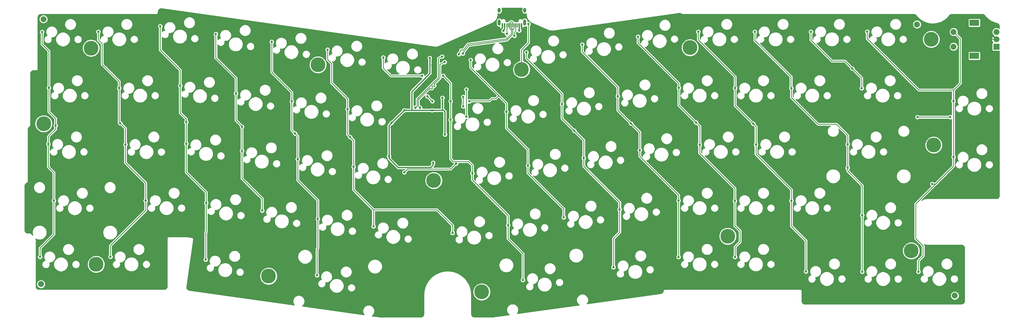
<source format=gtl>
G04 #@! TF.GenerationSoftware,KiCad,Pcbnew,(5.1.9)-1*
G04 #@! TF.CreationDate,2021-06-30T09:07:22+01:00*
G04 #@! TF.ProjectId,Paul-PCB-KICAD,5061756c-2d50-4434-922d-4b494341442e,rev?*
G04 #@! TF.SameCoordinates,Original*
G04 #@! TF.FileFunction,Copper,L1,Top*
G04 #@! TF.FilePolarity,Positive*
%FSLAX46Y46*%
G04 Gerber Fmt 4.6, Leading zero omitted, Abs format (unit mm)*
G04 Created by KiCad (PCBNEW (5.1.9)-1) date 2021-06-30 09:07:22*
%MOMM*%
%LPD*%
G01*
G04 APERTURE LIST*
G04 #@! TA.AperFunction,ComponentPad*
%ADD10C,2.000000*%
G04 #@! TD*
G04 #@! TA.AperFunction,ComponentPad*
%ADD11C,5.000000*%
G04 #@! TD*
G04 #@! TA.AperFunction,ComponentPad*
%ADD12R,3.200000X2.000000*%
G04 #@! TD*
G04 #@! TA.AperFunction,ComponentPad*
%ADD13R,2.000000X2.000000*%
G04 #@! TD*
G04 #@! TA.AperFunction,ComponentPad*
%ADD14O,1.000000X1.600000*%
G04 #@! TD*
G04 #@! TA.AperFunction,ComponentPad*
%ADD15O,1.000000X2.100000*%
G04 #@! TD*
G04 #@! TA.AperFunction,SMDPad,CuDef*
%ADD16R,0.300000X1.450000*%
G04 #@! TD*
G04 #@! TA.AperFunction,SMDPad,CuDef*
%ADD17R,0.600000X1.450000*%
G04 #@! TD*
G04 #@! TA.AperFunction,ViaPad*
%ADD18C,0.800000*%
G04 #@! TD*
G04 #@! TA.AperFunction,Conductor*
%ADD19C,0.400000*%
G04 #@! TD*
G04 #@! TA.AperFunction,Conductor*
%ADD20C,0.250000*%
G04 #@! TD*
G04 #@! TA.AperFunction,Conductor*
%ADD21C,0.200000*%
G04 #@! TD*
G04 #@! TA.AperFunction,Conductor*
%ADD22C,0.254000*%
G04 #@! TD*
G04 #@! TA.AperFunction,Conductor*
%ADD23C,0.100000*%
G04 #@! TD*
G04 APERTURE END LIST*
D10*
X296690000Y88250000D03*
X1090000Y90020000D03*
X240000Y290000D03*
X309470000Y-3590000D03*
D11*
X133136887Y35392650D03*
X77258161Y3003314D03*
X219885384Y80385180D03*
X18906250Y7000000D03*
X162859822Y72980677D03*
X294750250Y11573500D03*
X93981649Y74572360D03*
X149396946Y-2325869D03*
X302349875Y47386750D03*
X17192000Y80200000D03*
X232647250Y16524999D03*
X301512250Y83200000D03*
X1152800Y54625000D03*
D10*
X309080000Y85700000D03*
X309080000Y80700000D03*
D12*
X316080000Y88800000D03*
X316080000Y77600000D03*
D10*
X323580000Y85700000D03*
X323580000Y83200000D03*
D13*
X323580000Y80700000D03*
D14*
X155310000Y93080000D03*
X163950000Y93080000D03*
D15*
X155310000Y88900000D03*
X163950000Y88900000D03*
D16*
X159880000Y87985000D03*
X159380000Y87985000D03*
X158880000Y87985000D03*
X160380000Y87985000D03*
X158380000Y87985000D03*
X160880000Y87985000D03*
X157880000Y87985000D03*
X161380000Y87985000D03*
D17*
X162080000Y87985000D03*
X157180000Y87985000D03*
X162855000Y87985000D03*
X156405000Y87985000D03*
D18*
X118000000Y43600000D03*
X118900000Y54900000D03*
X136950000Y50950000D03*
X132570000Y59170000D03*
X136100000Y63400000D03*
X132930000Y41390000D03*
X123170000Y59170000D03*
X131820000Y76870000D03*
X126750000Y62100000D03*
X154970000Y87130000D03*
X164101262Y87126262D03*
X123200000Y62100000D03*
X132720000Y74420000D03*
X319730000Y83200000D03*
X116900000Y51700000D03*
X138420000Y31110000D03*
X118850000Y53290000D03*
X17390000Y34560000D03*
X135580000Y54280000D03*
X128600000Y27200000D03*
X130970000Y63910000D03*
X132645000Y62245000D03*
X123190000Y38150000D03*
X140700000Y41120000D03*
X156725000Y86125000D03*
X162075000Y86150000D03*
X585000Y85685000D03*
X2875000Y66775000D03*
X2700000Y47750000D03*
X4600000Y28585000D03*
X-105000Y9520000D03*
X5190000Y53970000D03*
X165198819Y88378819D03*
X143019117Y78380883D03*
X141687367Y78172633D03*
X93650000Y3300000D03*
X93900000Y22450000D03*
X87100000Y42650000D03*
X85100000Y62200000D03*
X78300000Y82350000D03*
X86230000Y51320000D03*
X160450000Y84375000D03*
X157875000Y85100000D03*
X307970000Y56850000D03*
X296820000Y56850000D03*
X23735000Y9585000D03*
X35635000Y28580000D03*
X28805000Y47600000D03*
X26685000Y66685000D03*
X19625000Y85750000D03*
X27055000Y54795000D03*
X55950000Y8600000D03*
X56150000Y27800000D03*
X49400000Y47850000D03*
X47350000Y67500000D03*
X40600000Y87650000D03*
X49400000Y55180000D03*
X75100000Y25200000D03*
X68250000Y45400000D03*
X66200000Y64850000D03*
X59400000Y85000000D03*
X68250000Y53610000D03*
X139500000Y17600000D03*
X112750000Y19850000D03*
X106000000Y40000000D03*
X103950000Y59550000D03*
X97200000Y79700000D03*
X104840000Y50110000D03*
X163300000Y1700000D03*
X158300000Y20250000D03*
X146200000Y37800000D03*
X138850000Y55950000D03*
X116050000Y77050000D03*
X129250000Y70850000D03*
X138850000Y62190000D03*
X136350000Y70850000D03*
X177150000Y22900000D03*
X165050000Y40450000D03*
X157750000Y58650000D03*
X145650000Y76200000D03*
X145210000Y62190000D03*
X193950000Y6000000D03*
X196050000Y25550000D03*
X183900000Y43000000D03*
X176550000Y61300000D03*
X164500000Y78800000D03*
X180700000Y52250000D03*
X216000000Y9500000D03*
X216000000Y28600000D03*
X202850000Y45650000D03*
X195450000Y63950000D03*
X183400000Y81450000D03*
X199925000Y54675000D03*
X235100000Y9500000D03*
X235050000Y28500000D03*
X223150000Y47500000D03*
X216100000Y66750000D03*
X202250000Y84100000D03*
X221895000Y55055000D03*
X259100000Y4600000D03*
X254150000Y28550000D03*
X242200000Y47550000D03*
X235100000Y66700000D03*
X222650000Y85750000D03*
X241270000Y54630000D03*
X278150000Y4500000D03*
X278150000Y23650000D03*
X273200000Y47650000D03*
X254150000Y66650000D03*
X241800000Y85750000D03*
X273200000Y39700000D03*
X278000000Y66650000D03*
X260800000Y85750000D03*
X274785000Y73315000D03*
X143130000Y60530000D03*
X143130000Y63690000D03*
X297150000Y4500000D03*
X309050000Y43300000D03*
X309000000Y62300000D03*
X279850000Y85800000D03*
X301840000Y34180000D03*
X144180000Y66220000D03*
X144200000Y57023458D03*
X126910000Y60050000D03*
X135976150Y77383850D03*
X128500000Y60040000D03*
X136855249Y75474751D03*
D19*
X131810000Y76530000D02*
X131840000Y71710000D01*
X131840000Y71710000D02*
X125730000Y65460000D01*
X123170000Y59170000D02*
X125730000Y59170000D01*
X118000000Y54000000D02*
X118900000Y54900000D01*
X118000000Y43600000D02*
X118000000Y54000000D01*
X118900000Y54900000D02*
X123170000Y59170000D01*
X136900000Y51000000D02*
X136950000Y50950000D01*
X136900000Y58740000D02*
X136900000Y51000000D01*
X136470000Y59170000D02*
X136900000Y58740000D01*
X125730000Y59170000D02*
X132570000Y59170000D01*
X136100000Y59200000D02*
X136070000Y59170000D01*
X136100000Y63400000D02*
X136100000Y59200000D01*
X136070000Y59170000D02*
X136470000Y59170000D01*
X132570000Y59170000D02*
X136070000Y59170000D01*
X125730000Y65460000D02*
X125730000Y59170000D01*
X132930000Y40680000D02*
X132930000Y41390000D01*
X121065000Y39815000D02*
X132065000Y39815000D01*
X118000000Y42880000D02*
X121065000Y39815000D01*
X118000000Y43600000D02*
X118000000Y42880000D01*
X132065000Y39815000D02*
X132930000Y40680000D01*
X123170000Y59170000D02*
X123170000Y59170000D01*
X131810000Y76530000D02*
X131820000Y76870000D01*
X131820000Y76870000D02*
X131820000Y76870000D01*
X126750000Y62100000D02*
X126750000Y62100000D01*
X123200000Y62100000D02*
X123200000Y62100000D01*
X122250000Y61150000D02*
X122250000Y59850000D01*
X122250000Y59850000D02*
X116900000Y54500000D01*
X116900000Y54500000D02*
X116900000Y51700000D01*
X156405000Y87985000D02*
X156405000Y87080000D01*
X156405000Y87080000D02*
X155925000Y86650000D01*
X145286122Y84388878D02*
X132700000Y78650000D01*
X155110185Y86464815D02*
X154992414Y87192414D01*
X155925000Y86650000D02*
X155110185Y86464815D01*
X155110185Y86464815D02*
X154275000Y86275000D01*
X164101262Y87126262D02*
X162850000Y87125000D01*
X162850000Y87125000D02*
X162855000Y87985000D01*
X123200000Y62100000D02*
X122250000Y61150000D01*
X132750000Y74390000D02*
X132720000Y74420000D01*
X132750000Y71300000D02*
X132750000Y74390000D01*
X126800000Y65100000D02*
X132750000Y71300000D01*
X126750000Y62100000D02*
X126800000Y65100000D01*
D20*
X323580000Y83200000D02*
X319730000Y83200000D01*
X319730000Y83200000D02*
X319730000Y83200000D01*
D19*
X154275000Y86275000D02*
X152892898Y86057102D01*
X152892898Y86057102D02*
X148725000Y85400000D01*
X132700000Y78650000D02*
X132720000Y74420000D01*
X145286122Y84388878D02*
X146940644Y85089356D01*
X148725000Y85400000D02*
X146940644Y85089356D01*
X116900000Y51700000D02*
X116900000Y51700000D01*
D20*
X154275000Y88075000D02*
X154260000Y88090000D01*
X154275000Y86275000D02*
X154275000Y88075000D01*
X154260000Y88090000D02*
X154260000Y89850000D01*
X154260000Y89850000D02*
X154930000Y90520000D01*
X154930000Y90520000D02*
X155610000Y90520000D01*
X130970000Y63910000D02*
X132490000Y62390000D01*
X132490000Y62390000D02*
X132500000Y62390000D01*
X132500000Y62390000D02*
X132645000Y62245000D01*
X132645000Y62245000D02*
X132820000Y62070000D01*
X123190000Y38150000D02*
X124329990Y39289990D01*
X124329990Y39289990D02*
X138869990Y39289990D01*
X138869990Y39289990D02*
X140700000Y41120000D01*
X140700000Y41120000D02*
X140700000Y41120000D01*
D19*
X157180000Y87985000D02*
X157175000Y86975000D01*
X157175000Y86975000D02*
X156725000Y86125000D01*
X156725000Y86125000D02*
X156725000Y86125000D01*
X162080000Y87985000D02*
X162075000Y86150000D01*
X162075000Y86150000D02*
X162075000Y86150000D01*
D20*
X-105000Y12495000D02*
X-105000Y9520000D01*
X4585000Y17185000D02*
X-105000Y12495000D01*
X4585000Y28570000D02*
X4585000Y17185000D01*
X2875000Y79225000D02*
X2875000Y66775000D01*
X585000Y81515000D02*
X2875000Y79225000D01*
X585000Y85720000D02*
X585000Y85685000D01*
X585000Y85685000D02*
X585000Y81515000D01*
X4600000Y38050000D02*
X4600000Y28585000D01*
X5200000Y52800000D02*
X2700000Y50300000D01*
X5200000Y56350000D02*
X5200000Y54050000D01*
X2700000Y50300000D02*
X2700000Y47750000D01*
X2875000Y58675000D02*
X5200000Y56350000D01*
X2700000Y39950000D02*
X4600000Y38050000D01*
X2875000Y66775000D02*
X2875000Y58675000D01*
X2700000Y47750000D02*
X2700000Y39950000D01*
X4600000Y28585000D02*
X4600000Y28585000D01*
X-105000Y9520000D02*
X-105000Y9520000D01*
X5200000Y54050000D02*
X5200000Y52800000D01*
X165198819Y88378819D02*
X165198819Y82028819D01*
X162859822Y79689822D02*
X162859822Y72980677D01*
X165198819Y82028819D02*
X162859822Y79689822D01*
X159355001Y87960001D02*
X159380000Y87985000D01*
X160380000Y87730000D02*
X160355001Y87705001D01*
X160380000Y87985000D02*
X160380000Y87730000D01*
X159880002Y86525000D02*
X159355001Y87050001D01*
X159355001Y87050001D02*
X159355001Y87960001D01*
X160355001Y87705001D02*
X160355001Y86999999D01*
X160355001Y86999999D02*
X159880002Y86525000D01*
X142925000Y78175000D02*
X142925000Y78175000D01*
X143019117Y78380883D02*
X142925000Y78175000D01*
X143325000Y79050000D02*
X143019117Y78380883D01*
X157893200Y82975000D02*
X144950000Y81125000D01*
X159880002Y86525000D02*
X159880002Y84961802D01*
X159880002Y84961802D02*
X157893200Y82975000D01*
X144950000Y81125000D02*
X143325000Y79050000D01*
X158880000Y87830000D02*
X158875000Y87825000D01*
X158880000Y87985000D02*
X158880000Y87830000D01*
X158880000Y87985000D02*
X158900000Y89000000D01*
X158900000Y89000000D02*
X159250000Y89250000D01*
X159250000Y89250000D02*
X159500000Y89250000D01*
X159500000Y89250000D02*
X159875000Y89000000D01*
X159875000Y89000000D02*
X159880000Y87985000D01*
X158880000Y87985000D02*
X158880000Y86920000D01*
X159454992Y85173192D02*
X157706800Y83425000D01*
X158880000Y86920000D02*
X159454992Y86345008D01*
X143075000Y79475000D02*
X142335000Y79735000D01*
X157706800Y83425000D02*
X144750000Y81575000D01*
X144750000Y81575000D02*
X144650000Y81550000D01*
X159454992Y86345008D02*
X159454992Y85173192D01*
X142335000Y79735000D02*
X141687367Y78172633D01*
X143075000Y79475000D02*
X144650000Y81550000D01*
X78300000Y82350000D02*
X78300000Y72050000D01*
X85100000Y65250000D02*
X85100000Y62200000D01*
X78300000Y72050000D02*
X85100000Y65250000D01*
X85100000Y62200000D02*
X85100000Y52450000D01*
X87100000Y50450000D02*
X87100000Y42650000D01*
X85100000Y52450000D02*
X86230000Y51320000D01*
X87100000Y42650000D02*
X87100000Y35450000D01*
X93900000Y28650000D02*
X93900000Y22450000D01*
X87100000Y35450000D02*
X93900000Y28650000D01*
X93900000Y22450000D02*
X93900000Y12550000D01*
X93650000Y12300000D02*
X93650000Y3300000D01*
X93900000Y12550000D02*
X93650000Y12300000D01*
X86230000Y51320000D02*
X87100000Y50450000D01*
X160880000Y87985000D02*
X160875000Y86125000D01*
X160875000Y86125000D02*
X160450000Y85625000D01*
X160450000Y85625000D02*
X160450000Y84375000D01*
X157880000Y87985000D02*
X157875000Y85100000D01*
X157875000Y85100000D02*
X157875000Y85100000D01*
X296820000Y56850000D02*
X307970000Y56850000D01*
X19625000Y83025000D02*
X20950000Y81700000D01*
X20950000Y81700000D02*
X20950000Y74700000D01*
X26685000Y68965000D02*
X26685000Y66685000D01*
X20950000Y74700000D02*
X26685000Y68965000D01*
X26685000Y66680000D02*
X26685000Y55165000D01*
X28805000Y53045000D02*
X28805000Y47600000D01*
X26685000Y55165000D02*
X27055000Y54795000D01*
X28805000Y47600000D02*
X28805000Y41395000D01*
X35635000Y34565000D02*
X35635000Y28580000D01*
X28805000Y41395000D02*
X35635000Y34565000D01*
X35635000Y28580000D02*
X35635000Y25285000D01*
X23735000Y13385000D02*
X23735000Y9585000D01*
X35635000Y25285000D02*
X23735000Y13385000D01*
X19625000Y85750000D02*
X19625000Y83025000D01*
X27055000Y54795000D02*
X28805000Y53045000D01*
X40600000Y87650000D02*
X40600000Y79550000D01*
X47350000Y72800000D02*
X47350000Y67500000D01*
X40600000Y79550000D02*
X47350000Y72800000D01*
X47350000Y67500000D02*
X47350000Y58300000D01*
X49400000Y56250000D02*
X49400000Y55180000D01*
X47350000Y58300000D02*
X49400000Y56250000D01*
X49400000Y47850000D02*
X49400000Y38150000D01*
X56150000Y31400000D02*
X56150000Y27800000D01*
X49400000Y38150000D02*
X56150000Y31400000D01*
X56150000Y27800000D02*
X56150000Y18050000D01*
X55950000Y17850000D02*
X55950000Y8600000D01*
X56150000Y18050000D02*
X55950000Y17850000D01*
X49400000Y55180000D02*
X49400000Y47850000D01*
X59400000Y85000000D02*
X59400000Y76850000D01*
X66200000Y70050000D02*
X66200000Y64850000D01*
X59400000Y76850000D02*
X66200000Y70050000D01*
X66200000Y64850000D02*
X66200000Y55800000D01*
X68250000Y53750000D02*
X68250000Y53610000D01*
X66200000Y55800000D02*
X68250000Y53750000D01*
X68250000Y45400000D02*
X68250000Y36100000D01*
X75100000Y29250000D02*
X75100000Y25200000D01*
X68250000Y36100000D02*
X75100000Y29250000D01*
X68250000Y53610000D02*
X68250000Y45400000D01*
X103950000Y63050000D02*
X103950000Y59550000D01*
X98550000Y68450000D02*
X103950000Y63050000D01*
X98550000Y75000000D02*
X98550000Y68450000D01*
X97200000Y76350000D02*
X98550000Y75000000D01*
X97200000Y79700000D02*
X97200000Y76350000D01*
X103950000Y59550000D02*
X103950000Y51000000D01*
X106000000Y48950000D02*
X106000000Y40000000D01*
X103950000Y51000000D02*
X104840000Y50110000D01*
X106000000Y40000000D02*
X106000000Y32250000D01*
X112750000Y25500000D02*
X112750000Y19850000D01*
X106000000Y32250000D02*
X112750000Y25500000D01*
X112750000Y25500000D02*
X134200000Y25500000D01*
X139500000Y20200000D02*
X139500000Y17600000D01*
X134200000Y25500000D02*
X139500000Y20200000D01*
X104840000Y50110000D02*
X106000000Y48950000D01*
X116050000Y77050000D02*
X116050000Y74110435D01*
X116050000Y74110435D02*
X116050000Y73450000D01*
X116050000Y73450000D02*
X118650000Y70850000D01*
X118650000Y70850000D02*
X118650000Y70850000D01*
X146200000Y37800000D02*
X146200000Y35650000D01*
X158300000Y23550000D02*
X158300000Y20250000D01*
X146200000Y35650000D02*
X158300000Y23550000D01*
X158300000Y20250000D02*
X158300000Y15650000D01*
X163300000Y10650000D02*
X163300000Y1700000D01*
X158300000Y15650000D02*
X163300000Y10650000D01*
X138850000Y42690364D02*
X139690364Y41850000D01*
X138850000Y55950000D02*
X138850000Y42690364D01*
X139690364Y41850000D02*
X144900000Y41850000D01*
X146200000Y40550000D02*
X146200000Y37800000D01*
X144900000Y41850000D02*
X146200000Y40550000D01*
X118650000Y70850000D02*
X129250000Y70850000D01*
X129250000Y70850000D02*
X129250000Y70850000D01*
X138850000Y62190000D02*
X138850000Y55950000D01*
X136350000Y70850000D02*
X138790000Y68410000D01*
X138850000Y68350000D02*
X138790000Y68410000D01*
X138850000Y62190000D02*
X138850000Y68350000D01*
X157750000Y61550000D02*
X157750000Y58650000D01*
X145650000Y76200000D02*
X145650000Y73650000D01*
X157750000Y58650000D02*
X157750000Y53150000D01*
X165050000Y45850000D02*
X165050000Y40450000D01*
X157750000Y53150000D02*
X165050000Y45850000D01*
X165050000Y40450000D02*
X165050000Y37900000D01*
X177150000Y25800000D02*
X177150000Y22900000D01*
X165050000Y37900000D02*
X177150000Y25800000D01*
X155035000Y64265000D02*
X155035000Y64005000D01*
X145650000Y73650000D02*
X155035000Y64265000D01*
X155035000Y64265000D02*
X157750000Y61550000D01*
X155035000Y64005000D02*
X154160000Y63130000D01*
X154160000Y63130000D02*
X152740000Y63130000D01*
X152740000Y63130000D02*
X152030000Y62420000D01*
X152030000Y62420000D02*
X146030000Y62420000D01*
X146030000Y62420000D02*
X145470000Y62420000D01*
X145470000Y62420000D02*
X145440000Y62420000D01*
X145440000Y62420000D02*
X145210000Y62190000D01*
X164500000Y78800000D02*
X164500000Y76800000D01*
X176550000Y64750000D02*
X176550000Y61300000D01*
X164500000Y76800000D02*
X176550000Y64750000D01*
X176550000Y61300000D02*
X176550000Y56400000D01*
X183900000Y49050000D02*
X183900000Y43000000D01*
X176550000Y56400000D02*
X180700000Y52250000D01*
X183900000Y43000000D02*
X183900000Y40200000D01*
X196050000Y28050000D02*
X196050000Y25550000D01*
X183900000Y40200000D02*
X196050000Y28050000D01*
X196050000Y25550000D02*
X196050000Y17850000D01*
X193950000Y15750000D02*
X193950000Y6000000D01*
X196050000Y17850000D02*
X193950000Y15750000D01*
X180700000Y52250000D02*
X183900000Y49050000D01*
X183400000Y81450000D02*
X183400000Y79000000D01*
X195450000Y66950000D02*
X195450000Y63950000D01*
X183400000Y79000000D02*
X195450000Y66950000D01*
X195450000Y63950000D02*
X195450000Y59150000D01*
X202850000Y51750000D02*
X202850000Y45650000D01*
X195450000Y59150000D02*
X199925000Y54675000D01*
X202850000Y45650000D02*
X202850000Y43600000D01*
X216000000Y30450000D02*
X216000000Y28600000D01*
X202850000Y43600000D02*
X216000000Y30450000D01*
X216000000Y28600000D02*
X216000000Y9500000D01*
X199925000Y54675000D02*
X202850000Y51750000D01*
X202250000Y84100000D02*
X202250000Y82050000D01*
X216100000Y68200000D02*
X216100000Y66750000D01*
X202250000Y82050000D02*
X216100000Y68200000D01*
X216100000Y66750000D02*
X216100000Y60850000D01*
X223150000Y53800000D02*
X223150000Y47500000D01*
X216100000Y60850000D02*
X221895000Y55055000D01*
X223150000Y47500000D02*
X223150000Y44650000D01*
X235050000Y32750000D02*
X235050000Y28500000D01*
X223150000Y44650000D02*
X235050000Y32750000D01*
X235050000Y28500000D02*
X235050000Y20050000D01*
X235050000Y20050000D02*
X236800000Y18300000D01*
X236800000Y18300000D02*
X236800000Y14600000D01*
X235100000Y12900000D02*
X235100000Y9500000D01*
X236800000Y14600000D02*
X235100000Y12900000D01*
X221895000Y55055000D02*
X223150000Y53800000D01*
X222650000Y85750000D02*
X222650000Y83050000D01*
X235100000Y70600000D02*
X235100000Y66700000D01*
X222650000Y83050000D02*
X235100000Y70600000D01*
X235100000Y66700000D02*
X235100000Y60800000D01*
X242200000Y53700000D02*
X242200000Y47550000D01*
X235100000Y60800000D02*
X241270000Y54630000D01*
X242200000Y47550000D02*
X242200000Y44250000D01*
X254150000Y32300000D02*
X254150000Y28550000D01*
X242200000Y44250000D02*
X254150000Y32300000D01*
X254150000Y28550000D02*
X254150000Y19950000D01*
X259100000Y15000000D02*
X259100000Y4600000D01*
X254150000Y19950000D02*
X259100000Y15000000D01*
X241270000Y54630000D02*
X242200000Y53700000D01*
X241800000Y85750000D02*
X241800000Y82850000D01*
X241800000Y82850000D02*
X254050000Y70600000D01*
X254050000Y66750000D02*
X254150000Y66650000D01*
X254050000Y70600000D02*
X254050000Y66750000D01*
X273200000Y50700000D02*
X273200000Y47650000D01*
X269450000Y54450000D02*
X273200000Y50700000D01*
X263227978Y54450000D02*
X269450000Y54450000D01*
X254150000Y63527978D02*
X263227978Y54450000D01*
X254150000Y66650000D02*
X254150000Y63527978D01*
X273200000Y47650000D02*
X273200000Y39700000D01*
X278150000Y33700000D02*
X278150000Y23650000D01*
X273200000Y38650000D02*
X278150000Y33700000D01*
X278150000Y23650000D02*
X278150000Y4500000D01*
X273200000Y39700000D02*
X273200000Y38650000D01*
X260800000Y85750000D02*
X260800000Y82950000D01*
X260800000Y82950000D02*
X267900000Y75850000D01*
X267900000Y75850000D02*
X272250000Y75850000D01*
X278000000Y70100000D02*
X278000000Y66650000D01*
X272250000Y75850000D02*
X274785000Y73315000D01*
X274785000Y73315000D02*
X278000000Y70100000D01*
X143130000Y60530000D02*
X143130000Y63690000D01*
X309080000Y85700000D02*
X311350000Y83430000D01*
X311350000Y83430000D02*
X311350000Y68350000D01*
X309000000Y66000000D02*
X309000000Y62300000D01*
X311350000Y68350000D02*
X309000000Y66000000D01*
X309000000Y43350000D02*
X309050000Y43300000D01*
X309000000Y62300000D02*
X309000000Y43350000D01*
X298750000Y9800000D02*
X297150000Y8200000D01*
X298750000Y13250000D02*
X298750000Y9800000D01*
X296250000Y15750000D02*
X298750000Y13250000D01*
X296250000Y27500000D02*
X296250000Y15750000D01*
X297150000Y8200000D02*
X297150000Y4500000D01*
X309050000Y43300000D02*
X309050000Y40300000D01*
X297285248Y66000000D02*
X309000000Y66000000D01*
X279850000Y83435248D02*
X297285248Y66000000D01*
X279850000Y85800000D02*
X279850000Y83435248D01*
X302930000Y34180000D02*
X302965000Y34215000D01*
X301840000Y34180000D02*
X302930000Y34180000D01*
X302965000Y34215000D02*
X296250000Y27500000D01*
X309050000Y40300000D02*
X302965000Y34215000D01*
X144200000Y66200000D02*
X144180000Y66220000D01*
X144200000Y57023458D02*
X144200000Y66200000D01*
D21*
X126910000Y60050000D02*
X126910000Y60050000D01*
D20*
X134732638Y76817362D02*
X135976150Y77383850D01*
X134730000Y70208200D02*
X134730000Y76573200D01*
X127485000Y62963200D02*
X134730000Y70208200D01*
X127485000Y60625000D02*
X127485000Y62963200D01*
X126910000Y60050000D02*
X127485000Y60625000D01*
X134730000Y76573200D02*
X134732638Y76817362D01*
D21*
X128500000Y60040000D02*
X128500000Y60040000D01*
D20*
X135200000Y74725000D02*
X136855249Y75474751D01*
X135200000Y73425000D02*
X135200000Y74725000D01*
X135210000Y70051800D02*
X135200000Y73425000D01*
X133413656Y68255456D02*
X135210000Y70051800D01*
X133371770Y68202933D02*
X133413656Y68255456D01*
X133342622Y68142407D02*
X133371770Y68202933D01*
X133327673Y68076913D02*
X133342622Y68142407D01*
X133327673Y68009734D02*
X133327673Y68076913D01*
X132718473Y66669577D02*
X132718473Y66736756D01*
X132632492Y66491035D02*
X132674377Y66543557D01*
X132494094Y67095711D02*
X132479145Y67161206D01*
X133567001Y67518105D02*
X133567001Y67585284D01*
X132386771Y66405053D02*
X132453950Y66405053D01*
X132674377Y66862776D02*
X132632492Y66915299D01*
X132321276Y66420002D02*
X132386771Y66405053D01*
X132579970Y66449150D02*
X132632492Y66491035D01*
X128500000Y60040000D02*
X127935000Y60605000D01*
X132674377Y66543557D02*
X132703524Y66604083D01*
X127935000Y60605000D02*
X127935000Y62776800D01*
X127935000Y62776800D02*
X131716600Y66558400D01*
X131716600Y66558400D02*
X131769122Y66600285D01*
X131769122Y66600285D02*
X131829648Y66629432D01*
X131829648Y66629432D02*
X131895142Y66644381D01*
X132632492Y66915299D02*
X132565127Y66982663D01*
X131895142Y66644381D02*
X131962321Y66644381D01*
X132523242Y67035186D02*
X132494094Y67095711D01*
X133371770Y67883714D02*
X133342622Y67944239D01*
X131962321Y66644381D02*
X132027815Y66629432D01*
X132565127Y66982663D02*
X132523242Y67035186D01*
X133413655Y67831191D02*
X133371770Y67883714D01*
X132027815Y66629432D02*
X132088341Y66600285D01*
X132718473Y66736756D02*
X132703524Y66802250D01*
X132088341Y66600285D02*
X132140864Y66558400D01*
X132140864Y66558400D02*
X132208228Y66491035D01*
X132703524Y66802250D02*
X132674377Y66862776D01*
X132208228Y66491035D02*
X132260751Y66449150D01*
X132703524Y66604083D02*
X132718473Y66669577D01*
X132260751Y66449150D02*
X132321276Y66420002D01*
X132479145Y67161206D02*
X132479145Y67228385D01*
X133342622Y67944239D02*
X133327673Y68009734D01*
X132479145Y67228385D02*
X132494094Y67293879D01*
X133552052Y67650778D02*
X133522905Y67711304D01*
X132494094Y67293879D02*
X132523242Y67354405D01*
X133567001Y67585284D02*
X133552052Y67650778D01*
X132523242Y67354405D02*
X132565128Y67406928D01*
X132565128Y67406928D02*
X132617650Y67448813D01*
X133481020Y67763827D02*
X133413655Y67831191D01*
X132617650Y67448813D02*
X132678176Y67477960D01*
X132678176Y67477960D02*
X132743670Y67492909D01*
X132743670Y67492909D02*
X132810849Y67492909D01*
X132810849Y67492909D02*
X132876343Y67477960D01*
X133522905Y67711304D02*
X133481020Y67763827D01*
X132453950Y66405053D02*
X132519444Y66420002D01*
X132876343Y67477960D02*
X132936869Y67448813D01*
X132936869Y67448813D02*
X132989392Y67406928D01*
X132989392Y67406928D02*
X133056756Y67339563D01*
X133056756Y67339563D02*
X133109279Y67297678D01*
X133109279Y67297678D02*
X133169804Y67268530D01*
X133169804Y67268530D02*
X133235299Y67253581D01*
X133235299Y67253581D02*
X133302478Y67253581D01*
X133302478Y67253581D02*
X133367972Y67268530D01*
X132519444Y66420002D02*
X132579970Y66449150D01*
X133367972Y67268530D02*
X133428498Y67297678D01*
X133428498Y67297678D02*
X133481020Y67339563D01*
X133481020Y67339563D02*
X133522905Y67392085D01*
X133522905Y67392085D02*
X133552052Y67452611D01*
X133552052Y67452611D02*
X133567001Y67518105D01*
D22*
X163043004Y93755691D02*
X162987137Y93571525D01*
X162973000Y93427993D01*
X162973000Y92732008D01*
X162987137Y92588476D01*
X163043003Y92404310D01*
X163133724Y92234582D01*
X163255814Y92085814D01*
X163404582Y91963724D01*
X163574309Y91873003D01*
X163758475Y91817137D01*
X163950000Y91798273D01*
X163965486Y91799798D01*
X163988350Y90427950D01*
X163950000Y90431727D01*
X163758476Y90412863D01*
X163574310Y90356997D01*
X163404583Y90266276D01*
X163255815Y90144186D01*
X163133725Y89995418D01*
X163118070Y89966129D01*
X163031245Y90052954D01*
X162899890Y90140724D01*
X162753935Y90201180D01*
X162598990Y90232000D01*
X162441010Y90232000D01*
X162286065Y90201180D01*
X162140110Y90140724D01*
X162008755Y90052954D01*
X161897046Y89941245D01*
X161809276Y89809890D01*
X161748820Y89663935D01*
X161718000Y89508990D01*
X161718000Y89351010D01*
X161748820Y89196065D01*
X161752732Y89186621D01*
X161686492Y89180097D01*
X161655000Y89170544D01*
X161623508Y89180097D01*
X161530000Y89189307D01*
X161230000Y89189307D01*
X161136492Y89180097D01*
X161130000Y89178128D01*
X161123508Y89180097D01*
X161030000Y89189307D01*
X160730000Y89189307D01*
X160636492Y89180097D01*
X160630000Y89178128D01*
X160623508Y89180097D01*
X160530000Y89189307D01*
X160446645Y89189307D01*
X160433623Y89232075D01*
X160433065Y89233117D01*
X160432718Y89234240D01*
X160405135Y89285238D01*
X160377614Y89336597D01*
X160376864Y89337510D01*
X160376304Y89338544D01*
X160339314Y89383166D01*
X160302289Y89428184D01*
X160301374Y89428933D01*
X160300624Y89429838D01*
X160255491Y89466508D01*
X160233529Y89484493D01*
X160232560Y89485139D01*
X160208589Y89504615D01*
X160183347Y89517947D01*
X159858796Y89734316D01*
X159836071Y89752966D01*
X159809586Y89767122D01*
X159809329Y89767294D01*
X159784086Y89780753D01*
X159731490Y89808866D01*
X159731181Y89808960D01*
X159730905Y89809107D01*
X159674956Y89826015D01*
X159618012Y89843289D01*
X159617695Y89843320D01*
X159617391Y89843412D01*
X159559015Y89849100D01*
X159529566Y89852000D01*
X159529246Y89852000D01*
X159499368Y89854911D01*
X159470127Y89852000D01*
X159270140Y89852000D01*
X159231128Y89854617D01*
X159181662Y89848181D01*
X159131988Y89843289D01*
X159122924Y89840539D01*
X159113536Y89839318D01*
X159066267Y89823353D01*
X159018510Y89808866D01*
X159010159Y89804402D01*
X159001187Y89801372D01*
X158957935Y89776488D01*
X158913929Y89752966D01*
X158883695Y89728153D01*
X158586675Y89515996D01*
X158573903Y89509489D01*
X158538527Y89481604D01*
X158526036Y89472682D01*
X158515298Y89463294D01*
X158480773Y89436080D01*
X158470752Y89424349D01*
X158459128Y89414186D01*
X158432301Y89379335D01*
X158403753Y89345914D01*
X158396212Y89332450D01*
X158386795Y89320217D01*
X158367291Y89280818D01*
X158345803Y89242455D01*
X158341031Y89227771D01*
X158334185Y89213942D01*
X158327544Y89189307D01*
X158230000Y89189307D01*
X158136492Y89180097D01*
X158130000Y89178128D01*
X158123508Y89180097D01*
X158030000Y89189307D01*
X157730000Y89189307D01*
X157636492Y89180097D01*
X157605000Y89170544D01*
X157573508Y89180097D01*
X157507268Y89186621D01*
X157511180Y89196065D01*
X157542000Y89351010D01*
X157542000Y89508990D01*
X157511180Y89663935D01*
X157450724Y89809890D01*
X157362954Y89941245D01*
X157251245Y90052954D01*
X157119890Y90140724D01*
X156973935Y90201180D01*
X156818990Y90232000D01*
X156661010Y90232000D01*
X156506065Y90201180D01*
X156360110Y90140724D01*
X156228755Y90052954D01*
X156141931Y89966130D01*
X156126276Y89995418D01*
X156004186Y90144186D01*
X155855418Y90266276D01*
X155685691Y90356997D01*
X155501525Y90412863D01*
X155310000Y90431727D01*
X155277000Y90428477D01*
X155277000Y91801523D01*
X155310000Y91798273D01*
X155501524Y91817137D01*
X155685690Y91873003D01*
X155855418Y91963724D01*
X156004186Y92085814D01*
X156126276Y92234582D01*
X156216997Y92404309D01*
X156272863Y92588475D01*
X156287000Y92732007D01*
X156287000Y93427992D01*
X156272863Y93571524D01*
X156216997Y93755691D01*
X156188369Y93809251D01*
X163071632Y93809251D01*
X163043004Y93755691D01*
G04 #@! TA.AperFunction,Conductor*
D23*
G36*
X163043004Y93755691D02*
G01*
X162987137Y93571525D01*
X162973000Y93427993D01*
X162973000Y92732008D01*
X162987137Y92588476D01*
X163043003Y92404310D01*
X163133724Y92234582D01*
X163255814Y92085814D01*
X163404582Y91963724D01*
X163574309Y91873003D01*
X163758475Y91817137D01*
X163950000Y91798273D01*
X163965486Y91799798D01*
X163988350Y90427950D01*
X163950000Y90431727D01*
X163758476Y90412863D01*
X163574310Y90356997D01*
X163404583Y90266276D01*
X163255815Y90144186D01*
X163133725Y89995418D01*
X163118070Y89966129D01*
X163031245Y90052954D01*
X162899890Y90140724D01*
X162753935Y90201180D01*
X162598990Y90232000D01*
X162441010Y90232000D01*
X162286065Y90201180D01*
X162140110Y90140724D01*
X162008755Y90052954D01*
X161897046Y89941245D01*
X161809276Y89809890D01*
X161748820Y89663935D01*
X161718000Y89508990D01*
X161718000Y89351010D01*
X161748820Y89196065D01*
X161752732Y89186621D01*
X161686492Y89180097D01*
X161655000Y89170544D01*
X161623508Y89180097D01*
X161530000Y89189307D01*
X161230000Y89189307D01*
X161136492Y89180097D01*
X161130000Y89178128D01*
X161123508Y89180097D01*
X161030000Y89189307D01*
X160730000Y89189307D01*
X160636492Y89180097D01*
X160630000Y89178128D01*
X160623508Y89180097D01*
X160530000Y89189307D01*
X160446645Y89189307D01*
X160433623Y89232075D01*
X160433065Y89233117D01*
X160432718Y89234240D01*
X160405135Y89285238D01*
X160377614Y89336597D01*
X160376864Y89337510D01*
X160376304Y89338544D01*
X160339314Y89383166D01*
X160302289Y89428184D01*
X160301374Y89428933D01*
X160300624Y89429838D01*
X160255491Y89466508D01*
X160233529Y89484493D01*
X160232560Y89485139D01*
X160208589Y89504615D01*
X160183347Y89517947D01*
X159858796Y89734316D01*
X159836071Y89752966D01*
X159809586Y89767122D01*
X159809329Y89767294D01*
X159784086Y89780753D01*
X159731490Y89808866D01*
X159731181Y89808960D01*
X159730905Y89809107D01*
X159674956Y89826015D01*
X159618012Y89843289D01*
X159617695Y89843320D01*
X159617391Y89843412D01*
X159559015Y89849100D01*
X159529566Y89852000D01*
X159529246Y89852000D01*
X159499368Y89854911D01*
X159470127Y89852000D01*
X159270140Y89852000D01*
X159231128Y89854617D01*
X159181662Y89848181D01*
X159131988Y89843289D01*
X159122924Y89840539D01*
X159113536Y89839318D01*
X159066267Y89823353D01*
X159018510Y89808866D01*
X159010159Y89804402D01*
X159001187Y89801372D01*
X158957935Y89776488D01*
X158913929Y89752966D01*
X158883695Y89728153D01*
X158586675Y89515996D01*
X158573903Y89509489D01*
X158538527Y89481604D01*
X158526036Y89472682D01*
X158515298Y89463294D01*
X158480773Y89436080D01*
X158470752Y89424349D01*
X158459128Y89414186D01*
X158432301Y89379335D01*
X158403753Y89345914D01*
X158396212Y89332450D01*
X158386795Y89320217D01*
X158367291Y89280818D01*
X158345803Y89242455D01*
X158341031Y89227771D01*
X158334185Y89213942D01*
X158327544Y89189307D01*
X158230000Y89189307D01*
X158136492Y89180097D01*
X158130000Y89178128D01*
X158123508Y89180097D01*
X158030000Y89189307D01*
X157730000Y89189307D01*
X157636492Y89180097D01*
X157605000Y89170544D01*
X157573508Y89180097D01*
X157507268Y89186621D01*
X157511180Y89196065D01*
X157542000Y89351010D01*
X157542000Y89508990D01*
X157511180Y89663935D01*
X157450724Y89809890D01*
X157362954Y89941245D01*
X157251245Y90052954D01*
X157119890Y90140724D01*
X156973935Y90201180D01*
X156818990Y90232000D01*
X156661010Y90232000D01*
X156506065Y90201180D01*
X156360110Y90140724D01*
X156228755Y90052954D01*
X156141931Y89966130D01*
X156126276Y89995418D01*
X156004186Y90144186D01*
X155855418Y90266276D01*
X155685691Y90356997D01*
X155501525Y90412863D01*
X155310000Y90431727D01*
X155277000Y90428477D01*
X155277000Y91801523D01*
X155310000Y91798273D01*
X155501524Y91817137D01*
X155685690Y91873003D01*
X155855418Y91963724D01*
X156004186Y92085814D01*
X156126276Y92234582D01*
X156216997Y92404309D01*
X156272863Y92588475D01*
X156287000Y92732007D01*
X156287000Y93427992D01*
X156272863Y93571524D01*
X156216997Y93755691D01*
X156188369Y93809251D01*
X163071632Y93809251D01*
X163043004Y93755691D01*
G37*
G04 #@! TD.AperFunction*
D22*
X163043004Y93755691D02*
X162987137Y93571525D01*
X162973000Y93427993D01*
X162973000Y92732008D01*
X162987137Y92588476D01*
X163043003Y92404310D01*
X163133724Y92234582D01*
X163255814Y92085814D01*
X163404582Y91963724D01*
X163574309Y91873003D01*
X163758475Y91817137D01*
X163950000Y91798273D01*
X164141524Y91817137D01*
X164325690Y91873003D01*
X164430000Y91928758D01*
X164430000Y91810371D01*
X164432355Y91786461D01*
X164482451Y91241298D01*
X164491136Y91195988D01*
X164498919Y91150456D01*
X164500910Y91143373D01*
X164663281Y90580840D01*
X164680932Y90536487D01*
X164697982Y90491838D01*
X164701312Y90485276D01*
X164969853Y89964995D01*
X164995798Y89924891D01*
X165021181Y89884428D01*
X165025721Y89878638D01*
X165390207Y89420426D01*
X165423430Y89386143D01*
X165456204Y89351364D01*
X165461783Y89346566D01*
X165908326Y88967876D01*
X165947597Y88940684D01*
X165986482Y88912948D01*
X165992886Y88909325D01*
X166504480Y88624581D01*
X166504490Y88624577D01*
X166526903Y88612089D01*
X171774394Y86330464D01*
X171794303Y86324043D01*
X172239815Y86171077D01*
X172281611Y86161159D01*
X172323067Y86149896D01*
X172330330Y86148720D01*
X172908935Y86059148D01*
X172956563Y86056485D01*
X173004273Y86053149D01*
X173011626Y86053406D01*
X173596611Y86077924D01*
X173596625Y86077926D01*
X173622256Y86078989D01*
X188476250Y88166582D01*
X209426174Y88166582D01*
X209426174Y87777146D01*
X209502149Y87395194D01*
X209651179Y87035403D01*
X209867538Y86711600D01*
X210142910Y86436228D01*
X210466713Y86219869D01*
X210826504Y86070839D01*
X211208456Y85994864D01*
X211597892Y85994864D01*
X211979844Y86070839D01*
X212339635Y86219869D01*
X212663438Y86436228D01*
X212938810Y86711600D01*
X213155169Y87035403D01*
X213304199Y87395194D01*
X213380174Y87777146D01*
X213380174Y88166582D01*
X213315401Y88492218D01*
X230336750Y88492218D01*
X230336750Y88102782D01*
X230412725Y87720830D01*
X230561755Y87361039D01*
X230778114Y87037236D01*
X231053486Y86761864D01*
X231377289Y86545505D01*
X231737080Y86396475D01*
X232119032Y86320500D01*
X232508468Y86320500D01*
X232890420Y86396475D01*
X233250211Y86545505D01*
X233574014Y86761864D01*
X233849386Y87037236D01*
X234065745Y87361039D01*
X234214775Y87720830D01*
X234290750Y88102782D01*
X234290750Y88492218D01*
X249386750Y88492218D01*
X249386750Y88102782D01*
X249462725Y87720830D01*
X249611755Y87361039D01*
X249828114Y87037236D01*
X250103486Y86761864D01*
X250427289Y86545505D01*
X250787080Y86396475D01*
X251169032Y86320500D01*
X251558468Y86320500D01*
X251940420Y86396475D01*
X252300211Y86545505D01*
X252624014Y86761864D01*
X252899386Y87037236D01*
X253115745Y87361039D01*
X253264775Y87720830D01*
X253340750Y88102782D01*
X253340750Y88492218D01*
X268436750Y88492218D01*
X268436750Y88102782D01*
X268512725Y87720830D01*
X268661755Y87361039D01*
X268878114Y87037236D01*
X269153486Y86761864D01*
X269477289Y86545505D01*
X269837080Y86396475D01*
X270219032Y86320500D01*
X270608468Y86320500D01*
X270990420Y86396475D01*
X271350211Y86545505D01*
X271674014Y86761864D01*
X271949386Y87037236D01*
X272165745Y87361039D01*
X272314775Y87720830D01*
X272390750Y88102782D01*
X272390750Y88492218D01*
X287486750Y88492218D01*
X287486750Y88102782D01*
X287562725Y87720830D01*
X287711755Y87361039D01*
X287928114Y87037236D01*
X288203486Y86761864D01*
X288527289Y86545505D01*
X288887080Y86396475D01*
X289269032Y86320500D01*
X289658468Y86320500D01*
X290040420Y86396475D01*
X290400211Y86545505D01*
X290724014Y86761864D01*
X290999386Y87037236D01*
X291215745Y87361039D01*
X291364775Y87720830D01*
X291440750Y88102782D01*
X291440750Y88395472D01*
X295213000Y88395472D01*
X295213000Y88104528D01*
X295269760Y87819175D01*
X295381099Y87550378D01*
X295542739Y87308467D01*
X295748467Y87102739D01*
X295990378Y86941099D01*
X296259175Y86829760D01*
X296544528Y86773000D01*
X296835472Y86773000D01*
X297120825Y86829760D01*
X297389622Y86941099D01*
X297631533Y87102739D01*
X297837261Y87308467D01*
X297998901Y87550378D01*
X298110240Y87819175D01*
X298167000Y88104528D01*
X298167000Y88395472D01*
X298110240Y88680825D01*
X297998901Y88949622D01*
X297837261Y89191533D01*
X297631533Y89397261D01*
X297389622Y89558901D01*
X297120825Y89670240D01*
X296835472Y89727000D01*
X296544528Y89727000D01*
X296259175Y89670240D01*
X295990378Y89558901D01*
X295748467Y89397261D01*
X295542739Y89191533D01*
X295381099Y88949622D01*
X295269760Y88680825D01*
X295213000Y88395472D01*
X291440750Y88395472D01*
X291440750Y88492218D01*
X291364775Y88874170D01*
X291215745Y89233961D01*
X290999386Y89557764D01*
X290724014Y89833136D01*
X290400211Y90049495D01*
X290040420Y90198525D01*
X289658468Y90274500D01*
X289269032Y90274500D01*
X288887080Y90198525D01*
X288527289Y90049495D01*
X288203486Y89833136D01*
X287928114Y89557764D01*
X287711755Y89233961D01*
X287562725Y88874170D01*
X287486750Y88492218D01*
X272390750Y88492218D01*
X272314775Y88874170D01*
X272165745Y89233961D01*
X271949386Y89557764D01*
X271674014Y89833136D01*
X271350211Y90049495D01*
X270990420Y90198525D01*
X270608468Y90274500D01*
X270219032Y90274500D01*
X269837080Y90198525D01*
X269477289Y90049495D01*
X269153486Y89833136D01*
X268878114Y89557764D01*
X268661755Y89233961D01*
X268512725Y88874170D01*
X268436750Y88492218D01*
X253340750Y88492218D01*
X253264775Y88874170D01*
X253115745Y89233961D01*
X252899386Y89557764D01*
X252624014Y89833136D01*
X252300211Y90049495D01*
X251940420Y90198525D01*
X251558468Y90274500D01*
X251169032Y90274500D01*
X250787080Y90198525D01*
X250427289Y90049495D01*
X250103486Y89833136D01*
X249828114Y89557764D01*
X249611755Y89233961D01*
X249462725Y88874170D01*
X249386750Y88492218D01*
X234290750Y88492218D01*
X234214775Y88874170D01*
X234065745Y89233961D01*
X233849386Y89557764D01*
X233574014Y89833136D01*
X233250211Y90049495D01*
X232890420Y90198525D01*
X232508468Y90274500D01*
X232119032Y90274500D01*
X231737080Y90198525D01*
X231377289Y90049495D01*
X231053486Y89833136D01*
X230778114Y89557764D01*
X230561755Y89233961D01*
X230412725Y88874170D01*
X230336750Y88492218D01*
X213315401Y88492218D01*
X213304199Y88548534D01*
X213155169Y88908325D01*
X212938810Y89232128D01*
X212663438Y89507500D01*
X212339635Y89723859D01*
X211979844Y89872889D01*
X211597892Y89948864D01*
X211208456Y89948864D01*
X210826504Y89872889D01*
X210466713Y89723859D01*
X210142910Y89507500D01*
X209867538Y89232128D01*
X209651179Y88908325D01*
X209502149Y88548534D01*
X209426174Y88166582D01*
X188476250Y88166582D01*
X216162038Y92057566D01*
X216377151Y92066582D01*
X216564318Y92037608D01*
X216742300Y91972827D01*
X216914812Y91868351D01*
X216964659Y91826894D01*
X216965760Y91825552D01*
X217046006Y91759696D01*
X217137558Y91710761D01*
X217236898Y91680626D01*
X217314327Y91673000D01*
X295603685Y91673000D01*
X295817963Y91651990D01*
X295999279Y91597247D01*
X296166509Y91508329D01*
X296318227Y91384591D01*
X296432060Y91253519D01*
X296983297Y90608104D01*
X297010109Y90581292D01*
X297036577Y90554125D01*
X297803459Y89881660D01*
X297803466Y89881653D01*
X297869729Y89832178D01*
X298732374Y89287955D01*
X298805561Y89249455D01*
X299742720Y88846879D01*
X299821028Y88820301D01*
X300809627Y88569285D01*
X300884132Y88556487D01*
X300891130Y88555285D01*
X301906824Y88462011D01*
X301989513Y88460933D01*
X303007293Y88527697D01*
X303007294Y88527697D01*
X303089133Y88539568D01*
X304083939Y88764726D01*
X304162914Y88789253D01*
X305110250Y89167261D01*
X305184416Y89203840D01*
X306060955Y89725389D01*
X306128485Y89773120D01*
X306128492Y89773127D01*
X306160799Y89800000D01*
X314000693Y89800000D01*
X314000693Y87800000D01*
X314009903Y87706492D01*
X314037178Y87616577D01*
X314081471Y87533711D01*
X314141079Y87461079D01*
X314213711Y87401471D01*
X314296577Y87357178D01*
X314386492Y87329903D01*
X314480000Y87320693D01*
X317680000Y87320693D01*
X317773508Y87329903D01*
X317863423Y87357178D01*
X317946289Y87401471D01*
X318018921Y87461079D01*
X318078529Y87533711D01*
X318122822Y87616577D01*
X318150097Y87706492D01*
X318159307Y87800000D01*
X318159307Y89800000D01*
X318150097Y89893508D01*
X318122822Y89983423D01*
X318078529Y90066289D01*
X318018921Y90138921D01*
X317946289Y90198529D01*
X317863423Y90242822D01*
X317773508Y90270097D01*
X317680000Y90279307D01*
X314480000Y90279307D01*
X314386492Y90270097D01*
X314296577Y90242822D01*
X314213711Y90198529D01*
X314141079Y90138921D01*
X314081471Y90066289D01*
X314037178Y89983423D01*
X314009903Y89893508D01*
X314000693Y89800000D01*
X306160799Y89800000D01*
X306912644Y90425370D01*
X306971876Y90483078D01*
X307641022Y91246175D01*
X307800000Y91420602D01*
X307952339Y91533134D01*
X308123647Y91613940D01*
X308313557Y91661477D01*
X308469486Y91673000D01*
X318798685Y91673000D01*
X319012963Y91651990D01*
X319194279Y91597247D01*
X319361509Y91508329D01*
X319513227Y91384591D01*
X319623832Y91257236D01*
X320004602Y90794044D01*
X320027474Y90770294D01*
X320049590Y90745816D01*
X320790640Y90044973D01*
X320854995Y89993040D01*
X321696558Y89416753D01*
X321768245Y89375527D01*
X322689598Y88937983D01*
X322766851Y88908478D01*
X323740464Y88621879D01*
X323965542Y88550901D01*
X324131673Y88459937D01*
X324276975Y88338434D01*
X324395903Y88191031D01*
X324483937Y88023330D01*
X324537922Y87841049D01*
X324557751Y87633166D01*
X324557751Y86811043D01*
X324521533Y86847261D01*
X324279622Y87008901D01*
X324010825Y87120240D01*
X323725472Y87177000D01*
X323434528Y87177000D01*
X323149175Y87120240D01*
X322880378Y87008901D01*
X322638467Y86847261D01*
X322432739Y86641533D01*
X322271099Y86399622D01*
X322159760Y86130825D01*
X322103000Y85845472D01*
X322103000Y85554528D01*
X322159760Y85269175D01*
X322271099Y85000378D01*
X322432739Y84758467D01*
X322638467Y84552739D01*
X322690350Y84518072D01*
X322624192Y84335413D01*
X323580000Y83379605D01*
X323594143Y83393748D01*
X323773748Y83214143D01*
X323759605Y83200000D01*
X323773748Y83185858D01*
X323594143Y83006253D01*
X323580000Y83020395D01*
X323565858Y83006253D01*
X323386253Y83185858D01*
X323400395Y83200000D01*
X322444587Y84155808D01*
X322180186Y84060044D01*
X322039296Y83770429D01*
X321957616Y83458892D01*
X321938282Y83137405D01*
X321982039Y82818325D01*
X322087205Y82513912D01*
X322180186Y82339956D01*
X322444585Y82244193D01*
X322328917Y82128525D01*
X322343168Y82114274D01*
X322313711Y82098529D01*
X322241079Y82038921D01*
X322181471Y81966289D01*
X322137178Y81883423D01*
X322109903Y81793508D01*
X322100693Y81700000D01*
X322100693Y79700000D01*
X322109903Y79606492D01*
X322137178Y79516577D01*
X322181471Y79433711D01*
X322241079Y79361079D01*
X322313711Y79301471D01*
X322396577Y79257178D01*
X322486492Y79229903D01*
X322580000Y79220693D01*
X324557751Y79220693D01*
X324557750Y30244275D01*
X324536740Y30030000D01*
X324481997Y29848682D01*
X324393078Y29681449D01*
X324273368Y29534671D01*
X324127430Y29413941D01*
X323960825Y29323857D01*
X323779889Y29267848D01*
X323567253Y29245500D01*
X300199369Y29245500D01*
X300175277Y29243127D01*
X300156542Y29243258D01*
X300149219Y29242540D01*
X299566930Y29181339D01*
X299520190Y29171744D01*
X299473222Y29162785D01*
X299466178Y29160658D01*
X298906864Y28987521D01*
X298862860Y28969023D01*
X298818546Y28951119D01*
X298812049Y28947664D01*
X298297018Y28669188D01*
X298257467Y28642511D01*
X298218114Y28616758D01*
X303334777Y33733420D01*
X303357737Y33752263D01*
X303376580Y33775223D01*
X303411584Y33810227D01*
X303411593Y33810238D01*
X309454772Y39853416D01*
X309477737Y39872263D01*
X309500021Y39899415D01*
X309552966Y39963928D01*
X309608866Y40068510D01*
X309643289Y40181987D01*
X309646976Y40219423D01*
X309652000Y40270434D01*
X309652000Y40270441D01*
X309654911Y40300000D01*
X309652000Y40329559D01*
X309652000Y40586730D01*
X309699956Y40345636D01*
X309801873Y40099588D01*
X309949833Y39878150D01*
X310138150Y39689833D01*
X310359588Y39541873D01*
X310605636Y39439956D01*
X310866840Y39388000D01*
X311133160Y39388000D01*
X311394364Y39439956D01*
X311640412Y39541873D01*
X311861850Y39689833D01*
X312050167Y39878150D01*
X312198127Y40099588D01*
X312300044Y40345636D01*
X312352000Y40606840D01*
X312352000Y40873160D01*
X312330080Y40983362D01*
X313609100Y40983362D01*
X313609100Y40496638D01*
X313704055Y40019265D01*
X313890316Y39569590D01*
X314160726Y39164893D01*
X314504893Y38820726D01*
X314909590Y38550316D01*
X315359265Y38364055D01*
X315836638Y38269100D01*
X316323362Y38269100D01*
X316800735Y38364055D01*
X317250410Y38550316D01*
X317655107Y38820726D01*
X317999274Y39164893D01*
X318269684Y39569590D01*
X318455945Y40019265D01*
X318550900Y40496638D01*
X318550900Y40873160D01*
X319808000Y40873160D01*
X319808000Y40606840D01*
X319859956Y40345636D01*
X319961873Y40099588D01*
X320109833Y39878150D01*
X320298150Y39689833D01*
X320519588Y39541873D01*
X320765636Y39439956D01*
X321026840Y39388000D01*
X321293160Y39388000D01*
X321554364Y39439956D01*
X321800412Y39541873D01*
X322021850Y39689833D01*
X322210167Y39878150D01*
X322358127Y40099588D01*
X322460044Y40345636D01*
X322512000Y40606840D01*
X322512000Y40873160D01*
X322460044Y41134364D01*
X322358127Y41380412D01*
X322210167Y41601850D01*
X322021850Y41790167D01*
X321800412Y41938127D01*
X321554364Y42040044D01*
X321293160Y42092000D01*
X321026840Y42092000D01*
X320765636Y42040044D01*
X320519588Y41938127D01*
X320298150Y41790167D01*
X320109833Y41601850D01*
X319961873Y41380412D01*
X319859956Y41134364D01*
X319808000Y40873160D01*
X318550900Y40873160D01*
X318550900Y40983362D01*
X318455945Y41460735D01*
X318269684Y41910410D01*
X317999274Y42315107D01*
X317655107Y42659274D01*
X317250410Y42929684D01*
X316800735Y43115945D01*
X316323362Y43210900D01*
X315836638Y43210900D01*
X315359265Y43115945D01*
X314909590Y42929684D01*
X314504893Y42659274D01*
X314160726Y42315107D01*
X313890316Y41910410D01*
X313704055Y41460735D01*
X313609100Y40983362D01*
X312330080Y40983362D01*
X312300044Y41134364D01*
X312230192Y41303000D01*
X312464718Y41303000D01*
X312846670Y41378975D01*
X313206461Y41528005D01*
X313530264Y41744364D01*
X313805636Y42019736D01*
X314021995Y42343539D01*
X314171025Y42703330D01*
X314247000Y43085282D01*
X314247000Y43474718D01*
X314171025Y43856670D01*
X314021995Y44216461D01*
X313805636Y44540264D01*
X313530264Y44815636D01*
X313206461Y45031995D01*
X312846670Y45181025D01*
X312464718Y45257000D01*
X312075282Y45257000D01*
X311693330Y45181025D01*
X311333539Y45031995D01*
X311009736Y44815636D01*
X310734364Y44540264D01*
X310518005Y44216461D01*
X310368975Y43856670D01*
X310293000Y43474718D01*
X310293000Y43085282D01*
X310368975Y42703330D01*
X310518005Y42343539D01*
X310707285Y42060263D01*
X310605636Y42040044D01*
X310359588Y41938127D01*
X310138150Y41790167D01*
X309949833Y41601850D01*
X309801873Y41380412D01*
X309699956Y41134364D01*
X309652000Y40893270D01*
X309652000Y42661735D01*
X309731210Y42740945D01*
X309827187Y42884585D01*
X309893297Y43044189D01*
X309927000Y43213623D01*
X309927000Y43386377D01*
X309893297Y43555811D01*
X309827187Y43715415D01*
X309731210Y43859055D01*
X309609055Y43981210D01*
X309602000Y43985924D01*
X309602000Y46014718D01*
X316643000Y46014718D01*
X316643000Y45625282D01*
X316718975Y45243330D01*
X316868005Y44883539D01*
X317084364Y44559736D01*
X317359736Y44284364D01*
X317683539Y44068005D01*
X318043330Y43918975D01*
X318425282Y43843000D01*
X318814718Y43843000D01*
X319196670Y43918975D01*
X319556461Y44068005D01*
X319880264Y44284364D01*
X320155636Y44559736D01*
X320371995Y44883539D01*
X320521025Y45243330D01*
X320597000Y45625282D01*
X320597000Y46014718D01*
X320521025Y46396670D01*
X320371995Y46756461D01*
X320155636Y47080264D01*
X319880264Y47355636D01*
X319556461Y47571995D01*
X319196670Y47721025D01*
X318814718Y47797000D01*
X318425282Y47797000D01*
X318043330Y47721025D01*
X317683539Y47571995D01*
X317359736Y47355636D01*
X317084364Y47080264D01*
X316868005Y46756461D01*
X316718975Y46396670D01*
X316643000Y46014718D01*
X309602000Y46014718D01*
X309602000Y59893160D01*
X309648000Y59893160D01*
X309648000Y59626840D01*
X309699956Y59365636D01*
X309801873Y59119588D01*
X309949833Y58898150D01*
X310138150Y58709833D01*
X310359588Y58561873D01*
X310605636Y58459956D01*
X310866840Y58408000D01*
X311133160Y58408000D01*
X311394364Y58459956D01*
X311640412Y58561873D01*
X311861850Y58709833D01*
X312050167Y58898150D01*
X312198127Y59119588D01*
X312300044Y59365636D01*
X312352000Y59626840D01*
X312352000Y59893160D01*
X312330080Y60003362D01*
X313609100Y60003362D01*
X313609100Y59516638D01*
X313704055Y59039265D01*
X313890316Y58589590D01*
X314160726Y58184893D01*
X314504893Y57840726D01*
X314909590Y57570316D01*
X315359265Y57384055D01*
X315836638Y57289100D01*
X316323362Y57289100D01*
X316800735Y57384055D01*
X317250410Y57570316D01*
X317655107Y57840726D01*
X317999274Y58184893D01*
X318269684Y58589590D01*
X318455945Y59039265D01*
X318550900Y59516638D01*
X318550900Y59893160D01*
X319808000Y59893160D01*
X319808000Y59626840D01*
X319859956Y59365636D01*
X319961873Y59119588D01*
X320109833Y58898150D01*
X320298150Y58709833D01*
X320519588Y58561873D01*
X320765636Y58459956D01*
X321026840Y58408000D01*
X321293160Y58408000D01*
X321554364Y58459956D01*
X321800412Y58561873D01*
X322021850Y58709833D01*
X322210167Y58898150D01*
X322358127Y59119588D01*
X322460044Y59365636D01*
X322512000Y59626840D01*
X322512000Y59893160D01*
X322460044Y60154364D01*
X322358127Y60400412D01*
X322210167Y60621850D01*
X322021850Y60810167D01*
X321800412Y60958127D01*
X321554364Y61060044D01*
X321293160Y61112000D01*
X321026840Y61112000D01*
X320765636Y61060044D01*
X320519588Y60958127D01*
X320298150Y60810167D01*
X320109833Y60621850D01*
X319961873Y60400412D01*
X319859956Y60154364D01*
X319808000Y59893160D01*
X318550900Y59893160D01*
X318550900Y60003362D01*
X318455945Y60480735D01*
X318269684Y60930410D01*
X317999274Y61335107D01*
X317655107Y61679274D01*
X317250410Y61949684D01*
X316800735Y62135945D01*
X316323362Y62230900D01*
X315836638Y62230900D01*
X315359265Y62135945D01*
X314909590Y61949684D01*
X314504893Y61679274D01*
X314160726Y61335107D01*
X313890316Y60930410D01*
X313704055Y60480735D01*
X313609100Y60003362D01*
X312330080Y60003362D01*
X312300044Y60154364D01*
X312230192Y60323000D01*
X312464718Y60323000D01*
X312846670Y60398975D01*
X313206461Y60548005D01*
X313530264Y60764364D01*
X313805636Y61039736D01*
X314021995Y61363539D01*
X314171025Y61723330D01*
X314247000Y62105282D01*
X314247000Y62494718D01*
X314171025Y62876670D01*
X314021995Y63236461D01*
X313805636Y63560264D01*
X313530264Y63835636D01*
X313206461Y64051995D01*
X312846670Y64201025D01*
X312464718Y64277000D01*
X312075282Y64277000D01*
X311693330Y64201025D01*
X311333539Y64051995D01*
X311009736Y63835636D01*
X310734364Y63560264D01*
X310518005Y63236461D01*
X310368975Y62876670D01*
X310293000Y62494718D01*
X310293000Y62105282D01*
X310368975Y61723330D01*
X310518005Y61363539D01*
X310707285Y61080263D01*
X310605636Y61060044D01*
X310359588Y60958127D01*
X310138150Y60810167D01*
X309949833Y60621850D01*
X309801873Y60400412D01*
X309699956Y60154364D01*
X309648000Y59893160D01*
X309602000Y59893160D01*
X309602000Y61661735D01*
X309681210Y61740945D01*
X309777187Y61884585D01*
X309843297Y62044189D01*
X309877000Y62213623D01*
X309877000Y62386377D01*
X309843297Y62555811D01*
X309777187Y62715415D01*
X309681210Y62859055D01*
X309602000Y62938265D01*
X309602000Y65034718D01*
X316643000Y65034718D01*
X316643000Y64645282D01*
X316718975Y64263330D01*
X316868005Y63903539D01*
X317084364Y63579736D01*
X317359736Y63304364D01*
X317683539Y63088005D01*
X318043330Y62938975D01*
X318425282Y62863000D01*
X318814718Y62863000D01*
X319196670Y62938975D01*
X319556461Y63088005D01*
X319880264Y63304364D01*
X320155636Y63579736D01*
X320371995Y63903539D01*
X320521025Y64263330D01*
X320597000Y64645282D01*
X320597000Y65034718D01*
X320521025Y65416670D01*
X320371995Y65776461D01*
X320155636Y66100264D01*
X319880264Y66375636D01*
X319556461Y66591995D01*
X319196670Y66741025D01*
X318814718Y66817000D01*
X318425282Y66817000D01*
X318043330Y66741025D01*
X317683539Y66591995D01*
X317359736Y66375636D01*
X317084364Y66100264D01*
X316868005Y65776461D01*
X316718975Y65416670D01*
X316643000Y65034718D01*
X309602000Y65034718D01*
X309602000Y65750645D01*
X311754772Y67903416D01*
X311777737Y67922263D01*
X311852966Y68013929D01*
X311908866Y68118510D01*
X311943289Y68231988D01*
X311952000Y68320434D01*
X311952000Y68320443D01*
X311954911Y68350000D01*
X311952000Y68379556D01*
X311952000Y78600000D01*
X314000693Y78600000D01*
X314000693Y76600000D01*
X314009903Y76506492D01*
X314037178Y76416577D01*
X314081471Y76333711D01*
X314141079Y76261079D01*
X314213711Y76201471D01*
X314296577Y76157178D01*
X314386492Y76129903D01*
X314480000Y76120693D01*
X317680000Y76120693D01*
X317773508Y76129903D01*
X317863423Y76157178D01*
X317946289Y76201471D01*
X318018921Y76261079D01*
X318078529Y76333711D01*
X318122822Y76416577D01*
X318150097Y76506492D01*
X318159307Y76600000D01*
X318159307Y78600000D01*
X318150097Y78693508D01*
X318122822Y78783423D01*
X318078529Y78866289D01*
X318018921Y78938921D01*
X317946289Y78998529D01*
X317863423Y79042822D01*
X317773508Y79070097D01*
X317680000Y79079307D01*
X314480000Y79079307D01*
X314386492Y79070097D01*
X314296577Y79042822D01*
X314213711Y78998529D01*
X314141079Y78938921D01*
X314081471Y78866289D01*
X314037178Y78783423D01*
X314009903Y78693508D01*
X314000693Y78600000D01*
X311952000Y78600000D01*
X311952000Y83400444D01*
X311954911Y83430000D01*
X311952000Y83459557D01*
X311952000Y83459566D01*
X311943289Y83548012D01*
X311908866Y83661490D01*
X311852966Y83766071D01*
X311777737Y83857737D01*
X311754773Y83876583D01*
X310459803Y85171552D01*
X310500240Y85269175D01*
X310557000Y85554528D01*
X310557000Y85845472D01*
X310500240Y86130825D01*
X310388901Y86399622D01*
X310227261Y86641533D01*
X310021533Y86847261D01*
X309779622Y87008901D01*
X309510825Y87120240D01*
X309225472Y87177000D01*
X308934528Y87177000D01*
X308649175Y87120240D01*
X308380378Y87008901D01*
X308138467Y86847261D01*
X307932739Y86641533D01*
X307771099Y86399622D01*
X307659760Y86130825D01*
X307603000Y85845472D01*
X307603000Y85554528D01*
X307659760Y85269175D01*
X307771099Y85000378D01*
X307932739Y84758467D01*
X308138467Y84552739D01*
X308380378Y84391099D01*
X308649175Y84279760D01*
X308934528Y84223000D01*
X309225472Y84223000D01*
X309510825Y84279760D01*
X309608448Y84320197D01*
X310748000Y83180644D01*
X310748001Y68599357D01*
X308750645Y66602000D01*
X297534605Y66602000D01*
X282222294Y81914309D01*
X282238114Y81917456D01*
X282484162Y82019373D01*
X282705600Y82167333D01*
X282893917Y82355650D01*
X283041877Y82577088D01*
X283143794Y82823136D01*
X283195750Y83084340D01*
X283195750Y83350660D01*
X283173830Y83460862D01*
X284452850Y83460862D01*
X284452850Y82974138D01*
X284547805Y82496765D01*
X284734066Y82047090D01*
X285004476Y81642393D01*
X285348643Y81298226D01*
X285753340Y81027816D01*
X286203015Y80841555D01*
X286680388Y80746600D01*
X287167112Y80746600D01*
X287644485Y80841555D01*
X288094160Y81027816D01*
X288498857Y81298226D01*
X288843024Y81642393D01*
X289113434Y82047090D01*
X289299695Y82496765D01*
X289394650Y82974138D01*
X289394650Y83350660D01*
X290651750Y83350660D01*
X290651750Y83084340D01*
X290703706Y82823136D01*
X290805623Y82577088D01*
X290953583Y82355650D01*
X291141900Y82167333D01*
X291363338Y82019373D01*
X291609386Y81917456D01*
X291870590Y81865500D01*
X292136910Y81865500D01*
X292398114Y81917456D01*
X292644162Y82019373D01*
X292865600Y82167333D01*
X293053917Y82355650D01*
X293201877Y82577088D01*
X293303794Y82823136D01*
X293355750Y83084340D01*
X293355750Y83350660D01*
X293327396Y83493209D01*
X298535250Y83493209D01*
X298535250Y82906791D01*
X298649655Y82331641D01*
X298874067Y81789862D01*
X299199863Y81302273D01*
X299614523Y80887613D01*
X300102112Y80561817D01*
X300643891Y80337405D01*
X301219041Y80223000D01*
X301805459Y80223000D01*
X302380609Y80337405D01*
X302922388Y80561817D01*
X303346908Y80845472D01*
X307603000Y80845472D01*
X307603000Y80554528D01*
X307659760Y80269175D01*
X307771099Y80000378D01*
X307932739Y79758467D01*
X308138467Y79552739D01*
X308380378Y79391099D01*
X308649175Y79279760D01*
X308934528Y79223000D01*
X309225472Y79223000D01*
X309510825Y79279760D01*
X309779622Y79391099D01*
X310021533Y79552739D01*
X310227261Y79758467D01*
X310388901Y80000378D01*
X310500240Y80269175D01*
X310557000Y80554528D01*
X310557000Y80845472D01*
X310500240Y81130825D01*
X310388901Y81399622D01*
X310227261Y81641533D01*
X310021533Y81847261D01*
X309779622Y82008901D01*
X309510825Y82120240D01*
X309225472Y82177000D01*
X308934528Y82177000D01*
X308649175Y82120240D01*
X308380378Y82008901D01*
X308138467Y81847261D01*
X307932739Y81641533D01*
X307771099Y81399622D01*
X307659760Y81130825D01*
X307603000Y80845472D01*
X303346908Y80845472D01*
X303409977Y80887613D01*
X303824637Y81302273D01*
X304150433Y81789862D01*
X304374845Y82331641D01*
X304489250Y82906791D01*
X304489250Y83493209D01*
X304374845Y84068359D01*
X304150433Y84610138D01*
X303824637Y85097727D01*
X303409977Y85512387D01*
X302922388Y85838183D01*
X302380609Y86062595D01*
X301805459Y86177000D01*
X301219041Y86177000D01*
X300643891Y86062595D01*
X300102112Y85838183D01*
X299614523Y85512387D01*
X299199863Y85097727D01*
X298874067Y84610138D01*
X298649655Y84068359D01*
X298535250Y83493209D01*
X293327396Y83493209D01*
X293303794Y83611864D01*
X293201877Y83857912D01*
X293053917Y84079350D01*
X292865600Y84267667D01*
X292644162Y84415627D01*
X292398114Y84517544D01*
X292136910Y84569500D01*
X291870590Y84569500D01*
X291609386Y84517544D01*
X291363338Y84415627D01*
X291141900Y84267667D01*
X290953583Y84079350D01*
X290805623Y83857912D01*
X290703706Y83611864D01*
X290651750Y83350660D01*
X289394650Y83350660D01*
X289394650Y83460862D01*
X289299695Y83938235D01*
X289113434Y84387910D01*
X288843024Y84792607D01*
X288498857Y85136774D01*
X288094160Y85407184D01*
X287644485Y85593445D01*
X287167112Y85688400D01*
X286680388Y85688400D01*
X286203015Y85593445D01*
X285753340Y85407184D01*
X285348643Y85136774D01*
X285004476Y84792607D01*
X284734066Y84387910D01*
X284547805Y83938235D01*
X284452850Y83460862D01*
X283173830Y83460862D01*
X283143794Y83611864D01*
X283073942Y83780500D01*
X283308468Y83780500D01*
X283690420Y83856475D01*
X284050211Y84005505D01*
X284374014Y84221864D01*
X284649386Y84497236D01*
X284865745Y84821039D01*
X285014775Y85180830D01*
X285090750Y85562782D01*
X285090750Y85952218D01*
X285014775Y86334170D01*
X284865745Y86693961D01*
X284649386Y87017764D01*
X284374014Y87293136D01*
X284050211Y87509495D01*
X283690420Y87658525D01*
X283308468Y87734500D01*
X282919032Y87734500D01*
X282537080Y87658525D01*
X282177289Y87509495D01*
X281853486Y87293136D01*
X281578114Y87017764D01*
X281361755Y86693961D01*
X281212725Y86334170D01*
X281136750Y85952218D01*
X281136750Y85562782D01*
X281212725Y85180830D01*
X281361755Y84821039D01*
X281551035Y84537763D01*
X281449386Y84517544D01*
X281203338Y84415627D01*
X280981900Y84267667D01*
X280793583Y84079350D01*
X280645623Y83857912D01*
X280543706Y83611864D01*
X280540559Y83596044D01*
X280452000Y83684603D01*
X280452000Y85161735D01*
X280531210Y85240945D01*
X280627187Y85384585D01*
X280693297Y85544189D01*
X280727000Y85713623D01*
X280727000Y85886377D01*
X280693297Y86055811D01*
X280627187Y86215415D01*
X280531210Y86359055D01*
X280409055Y86481210D01*
X280265415Y86577187D01*
X280105811Y86643297D01*
X279936377Y86677000D01*
X279763623Y86677000D01*
X279594189Y86643297D01*
X279434585Y86577187D01*
X279290945Y86481210D01*
X279168790Y86359055D01*
X279072813Y86215415D01*
X279006703Y86055811D01*
X278973000Y85886377D01*
X278973000Y85713623D01*
X279006703Y85544189D01*
X279072813Y85384585D01*
X279168790Y85240945D01*
X279248000Y85161735D01*
X279248001Y83464814D01*
X279245089Y83435248D01*
X279256712Y83317236D01*
X279291134Y83203759D01*
X279347035Y83099177D01*
X279402815Y83031210D01*
X279422264Y83007511D01*
X279445229Y82988664D01*
X296838668Y65595223D01*
X296857511Y65572263D01*
X296880471Y65553420D01*
X296880475Y65553416D01*
X296936164Y65507714D01*
X296949177Y65497034D01*
X297053758Y65441134D01*
X297167236Y65406711D01*
X297255682Y65398000D01*
X297255691Y65398000D01*
X297285247Y65395089D01*
X297314804Y65398000D01*
X308398000Y65398000D01*
X308398001Y62938266D01*
X308318790Y62859055D01*
X308222813Y62715415D01*
X308156703Y62555811D01*
X308123000Y62386377D01*
X308123000Y62213623D01*
X308156703Y62044189D01*
X308222813Y61884585D01*
X308318790Y61740945D01*
X308398000Y61661735D01*
X308398000Y57618778D01*
X308385415Y57627187D01*
X308225811Y57693297D01*
X308056377Y57727000D01*
X307883623Y57727000D01*
X307714189Y57693297D01*
X307554585Y57627187D01*
X307410945Y57531210D01*
X307331735Y57452000D01*
X297458265Y57452000D01*
X297379055Y57531210D01*
X297235415Y57627187D01*
X297075811Y57693297D01*
X296906377Y57727000D01*
X296733623Y57727000D01*
X296564189Y57693297D01*
X296404585Y57627187D01*
X296260945Y57531210D01*
X296138790Y57409055D01*
X296042813Y57265415D01*
X295976703Y57105811D01*
X295943000Y56936377D01*
X295943000Y56763623D01*
X295976703Y56594189D01*
X296042813Y56434585D01*
X296138790Y56290945D01*
X296260945Y56168790D01*
X296404585Y56072813D01*
X296564189Y56006703D01*
X296733623Y55973000D01*
X296906377Y55973000D01*
X297075811Y56006703D01*
X297235415Y56072813D01*
X297379055Y56168790D01*
X297458265Y56248000D01*
X307331735Y56248000D01*
X307410945Y56168790D01*
X307554585Y56072813D01*
X307714189Y56006703D01*
X307883623Y55973000D01*
X308056377Y55973000D01*
X308225811Y56006703D01*
X308385415Y56072813D01*
X308398000Y56081222D01*
X308398001Y43888266D01*
X308368790Y43859055D01*
X308272813Y43715415D01*
X308206703Y43555811D01*
X308173000Y43386377D01*
X308173000Y43213623D01*
X308206703Y43044189D01*
X308272813Y42884585D01*
X308368790Y42740945D01*
X308448000Y42661735D01*
X308448001Y40549357D01*
X302680645Y34782000D01*
X302478265Y34782000D01*
X302399055Y34861210D01*
X302255415Y34957187D01*
X302095811Y35023297D01*
X301926377Y35057000D01*
X301753623Y35057000D01*
X301584189Y35023297D01*
X301424585Y34957187D01*
X301280945Y34861210D01*
X301158790Y34739055D01*
X301062813Y34595415D01*
X300996703Y34435811D01*
X300963000Y34266377D01*
X300963000Y34093623D01*
X300996703Y33924189D01*
X301062813Y33764585D01*
X301158790Y33620945D01*
X301280945Y33498790D01*
X301350775Y33452131D01*
X295845234Y27946589D01*
X295822263Y27927737D01*
X295747034Y27836070D01*
X295691134Y27731489D01*
X295656711Y27618011D01*
X295648000Y27529565D01*
X295648000Y27529556D01*
X295645089Y27500000D01*
X295648000Y27470444D01*
X295648001Y15779566D01*
X295645089Y15750000D01*
X295656712Y15631988D01*
X295691134Y15518511D01*
X295699443Y15502966D01*
X295747035Y15413929D01*
X295822264Y15322263D01*
X295845229Y15303416D01*
X298148000Y13000644D01*
X298148001Y10049357D01*
X296745234Y8646589D01*
X296722263Y8627737D01*
X296647034Y8536070D01*
X296591134Y8431489D01*
X296556711Y8318011D01*
X296548000Y8229565D01*
X296548000Y8229556D01*
X296545089Y8200000D01*
X296548000Y8170444D01*
X296548001Y5138266D01*
X296468790Y5059055D01*
X296372813Y4915415D01*
X296306703Y4755811D01*
X296273000Y4586377D01*
X296273000Y4413623D01*
X296306703Y4244189D01*
X296372813Y4084585D01*
X296468790Y3940945D01*
X296590945Y3818790D01*
X296734585Y3722813D01*
X296894189Y3656703D01*
X297063623Y3623000D01*
X297236377Y3623000D01*
X297405811Y3656703D01*
X297565415Y3722813D01*
X297709055Y3818790D01*
X297831210Y3940945D01*
X297927187Y4084585D01*
X297993297Y4244189D01*
X298027000Y4413623D01*
X298027000Y4586377D01*
X297993297Y4755811D01*
X297927187Y4915415D01*
X297831210Y5059055D01*
X297752000Y5138265D01*
X297752000Y7334718D01*
X304813000Y7334718D01*
X304813000Y6945282D01*
X304888975Y6563330D01*
X305038005Y6203539D01*
X305254364Y5879736D01*
X305529736Y5604364D01*
X305853539Y5388005D01*
X306213330Y5238975D01*
X306595282Y5163000D01*
X306984718Y5163000D01*
X307366670Y5238975D01*
X307726461Y5388005D01*
X308050264Y5604364D01*
X308325636Y5879736D01*
X308541995Y6203539D01*
X308691025Y6563330D01*
X308767000Y6945282D01*
X308767000Y7334718D01*
X308691025Y7716670D01*
X308541995Y8076461D01*
X308325636Y8400264D01*
X308050264Y8675636D01*
X307726461Y8891995D01*
X307366670Y9041025D01*
X306984718Y9117000D01*
X306595282Y9117000D01*
X306213330Y9041025D01*
X305853539Y8891995D01*
X305529736Y8675636D01*
X305254364Y8400264D01*
X305038005Y8076461D01*
X304888975Y7716670D01*
X304813000Y7334718D01*
X297752000Y7334718D01*
X297752000Y7950645D01*
X299154772Y9353416D01*
X299177737Y9372263D01*
X299252966Y9463929D01*
X299308866Y9568510D01*
X299343289Y9681988D01*
X299352000Y9770434D01*
X299352000Y9770443D01*
X299354911Y9800000D01*
X299352000Y9829556D01*
X299352000Y13220444D01*
X299354911Y13250000D01*
X299352000Y13279557D01*
X299352000Y13279566D01*
X299343289Y13368012D01*
X299308866Y13481490D01*
X299252966Y13586071D01*
X299177737Y13677737D01*
X299154773Y13696583D01*
X299146429Y13704927D01*
X299490227Y13601128D01*
X299537039Y13591859D01*
X299583802Y13581919D01*
X299591120Y13581150D01*
X300173823Y13524015D01*
X300173833Y13524015D01*
X300199369Y13521500D01*
X311749474Y13521500D01*
X311963752Y13500490D01*
X312145068Y13445747D01*
X312312298Y13356829D01*
X312459079Y13237117D01*
X312579809Y13091180D01*
X312669893Y12924575D01*
X312725901Y12743639D01*
X312748251Y12530993D01*
X312748250Y-5425725D01*
X312727240Y-5640000D01*
X312672497Y-5821318D01*
X312583578Y-5988551D01*
X312463868Y-6135329D01*
X312317930Y-6256059D01*
X312151325Y-6346143D01*
X311970389Y-6402152D01*
X311757753Y-6424500D01*
X258701025Y-6424500D01*
X258486750Y-6403490D01*
X258305432Y-6348747D01*
X258138199Y-6259828D01*
X257991421Y-6140118D01*
X257870691Y-5994180D01*
X257780607Y-5827575D01*
X257724598Y-5646639D01*
X257702250Y-5434003D01*
X257702250Y-3444528D01*
X307993000Y-3444528D01*
X307993000Y-3735472D01*
X308049760Y-4020825D01*
X308161099Y-4289622D01*
X308322739Y-4531533D01*
X308528467Y-4737261D01*
X308770378Y-4898901D01*
X309039175Y-5010240D01*
X309324528Y-5067000D01*
X309615472Y-5067000D01*
X309900825Y-5010240D01*
X310169622Y-4898901D01*
X310411533Y-4737261D01*
X310617261Y-4531533D01*
X310778901Y-4289622D01*
X310890240Y-4020825D01*
X310947000Y-3735472D01*
X310947000Y-3444528D01*
X310890240Y-3159175D01*
X310778901Y-2890378D01*
X310617261Y-2648467D01*
X310411533Y-2442739D01*
X310169622Y-2281099D01*
X309900825Y-2169760D01*
X309615472Y-2113000D01*
X309324528Y-2113000D01*
X309039175Y-2169760D01*
X308770378Y-2281099D01*
X308528467Y-2442739D01*
X308322739Y-2648467D01*
X308161099Y-2890378D01*
X308049760Y-3159175D01*
X307993000Y-3444528D01*
X257702250Y-3444528D01*
X257702250Y-2025881D01*
X257704799Y-2000000D01*
X257694624Y-1896690D01*
X257664489Y-1797350D01*
X257615554Y-1705798D01*
X257549698Y-1625552D01*
X257469452Y-1559696D01*
X257377900Y-1510761D01*
X257278560Y-1480626D01*
X257201131Y-1473000D01*
X257175250Y-1470451D01*
X257149369Y-1473000D01*
X211315048Y-1473000D01*
X211237619Y-1480626D01*
X211138279Y-1510761D01*
X211046727Y-1559696D01*
X210966481Y-1625552D01*
X210900625Y-1705798D01*
X210851690Y-1797350D01*
X210821555Y-1896690D01*
X210818020Y-1932581D01*
X210782521Y-2154998D01*
X210716906Y-2332680D01*
X210618036Y-2494222D01*
X210489664Y-2633491D01*
X210336691Y-2745171D01*
X210164938Y-2825011D01*
X209956346Y-2875982D01*
X185007480Y-6382318D01*
X185028512Y-6361286D01*
X185247497Y-6033552D01*
X185398337Y-5669393D01*
X185475234Y-5282804D01*
X185475234Y-4888642D01*
X185398337Y-4502053D01*
X185247497Y-4137894D01*
X185028512Y-3810160D01*
X184749797Y-3531445D01*
X184422063Y-3312460D01*
X184057904Y-3161620D01*
X183671315Y-3084723D01*
X183277153Y-3084723D01*
X182890564Y-3161620D01*
X182526405Y-3312460D01*
X182198671Y-3531445D01*
X181919956Y-3810160D01*
X181700971Y-4137894D01*
X181550131Y-4502053D01*
X181473234Y-4888642D01*
X181473234Y-5282804D01*
X181550131Y-5669393D01*
X181700971Y-6033552D01*
X181919956Y-6361286D01*
X182198671Y-6640001D01*
X182368160Y-6753250D01*
X161363839Y-9705216D01*
X161384872Y-9684183D01*
X161603857Y-9356449D01*
X161754697Y-8992290D01*
X161831594Y-8605701D01*
X161831594Y-8211539D01*
X161754697Y-7824950D01*
X161603857Y-7460791D01*
X161384872Y-7133057D01*
X161106157Y-6854342D01*
X160778423Y-6635357D01*
X160414264Y-6484517D01*
X160027675Y-6407620D01*
X159633513Y-6407620D01*
X159246924Y-6484517D01*
X158882765Y-6635357D01*
X158555031Y-6854342D01*
X158276316Y-7133057D01*
X158057331Y-7460791D01*
X157906491Y-7824950D01*
X157829594Y-8211539D01*
X157829594Y-8605701D01*
X157906491Y-8992290D01*
X158057331Y-9356449D01*
X158276316Y-9684183D01*
X158555031Y-9962898D01*
X158724521Y-10076148D01*
X153601387Y-10796158D01*
X153429347Y-10808188D01*
X146878318Y-10808188D01*
X146664043Y-10787178D01*
X146482725Y-10732435D01*
X146315492Y-10643516D01*
X146168714Y-10523806D01*
X146047984Y-10377868D01*
X145957900Y-10211263D01*
X145901891Y-10030327D01*
X145879543Y-9817691D01*
X145879543Y-3251909D01*
X145878257Y-3238852D01*
X145841808Y-2506689D01*
X145841078Y-2500744D01*
X145841078Y-2494755D01*
X145834692Y-2442739D01*
X145763491Y-2032660D01*
X146419946Y-2032660D01*
X146419946Y-2619078D01*
X146534351Y-3194228D01*
X146758763Y-3736007D01*
X147084559Y-4223596D01*
X147499219Y-4638256D01*
X147986808Y-4964052D01*
X148528587Y-5188464D01*
X149103737Y-5302869D01*
X149690155Y-5302869D01*
X150265305Y-5188464D01*
X150807084Y-4964052D01*
X151294673Y-4638256D01*
X151709333Y-4223596D01*
X152035129Y-3736007D01*
X152259541Y-3194228D01*
X152373946Y-2619078D01*
X152373946Y-2032660D01*
X152259541Y-1457510D01*
X152035129Y-915731D01*
X151709333Y-428142D01*
X151685179Y-403988D01*
X164297728Y-403988D01*
X164297728Y-670308D01*
X164349684Y-931512D01*
X164451601Y-1177560D01*
X164599561Y-1398998D01*
X164787878Y-1587315D01*
X165009316Y-1735275D01*
X165255364Y-1837192D01*
X165516568Y-1889148D01*
X165782888Y-1889148D01*
X166044092Y-1837192D01*
X166290140Y-1735275D01*
X166511578Y-1587315D01*
X166699895Y-1398998D01*
X166847855Y-1177560D01*
X166949772Y-931512D01*
X167001728Y-670308D01*
X167001728Y-403988D01*
X166949772Y-142784D01*
X166847855Y103264D01*
X166792200Y186557D01*
X167130539Y253857D01*
X167490330Y402887D01*
X167505783Y413213D01*
X168209390Y413213D01*
X168209390Y-73511D01*
X168304345Y-550884D01*
X168490606Y-1000559D01*
X168761016Y-1405256D01*
X169105183Y-1749423D01*
X169509880Y-2019833D01*
X169959555Y-2206094D01*
X170436928Y-2301049D01*
X170923652Y-2301049D01*
X171401025Y-2206094D01*
X171850700Y-2019833D01*
X172255397Y-1749423D01*
X172599564Y-1405256D01*
X172869974Y-1000559D01*
X173056235Y-550884D01*
X173151190Y-73511D01*
X173151190Y413213D01*
X173056235Y890586D01*
X173006769Y1010010D01*
X174358852Y1010010D01*
X174358852Y743690D01*
X174410808Y482486D01*
X174512725Y236438D01*
X174660685Y15000D01*
X174849002Y-173317D01*
X175070440Y-321277D01*
X175316488Y-423194D01*
X175577692Y-475150D01*
X175844012Y-475150D01*
X176105216Y-423194D01*
X176351264Y-321277D01*
X176572702Y-173317D01*
X176761019Y15000D01*
X176908979Y236438D01*
X177010896Y482486D01*
X177062852Y743690D01*
X177062852Y1010010D01*
X177010896Y1271214D01*
X176908979Y1517262D01*
X176761019Y1738700D01*
X176572702Y1927017D01*
X176351264Y2074977D01*
X176105216Y2176894D01*
X175844012Y2228850D01*
X175577692Y2228850D01*
X175316488Y2176894D01*
X175070440Y2074977D01*
X174849002Y1927017D01*
X174660685Y1738700D01*
X174512725Y1517262D01*
X174410808Y1271214D01*
X174358852Y1010010D01*
X173006769Y1010010D01*
X172869974Y1340261D01*
X172599564Y1744958D01*
X172255397Y2089125D01*
X171850700Y2359535D01*
X171401025Y2545796D01*
X170923652Y2640751D01*
X170436928Y2640751D01*
X169959555Y2545796D01*
X169509880Y2359535D01*
X169105183Y2089125D01*
X168761016Y1744958D01*
X168490606Y1340261D01*
X168304345Y890586D01*
X168209390Y413213D01*
X167505783Y413213D01*
X167814133Y619246D01*
X168089505Y894618D01*
X168305864Y1218421D01*
X168454894Y1578212D01*
X168530869Y1960164D01*
X168530869Y2349600D01*
X168454894Y2731552D01*
X168305864Y3091343D01*
X168089505Y3415146D01*
X167814133Y3690518D01*
X167490330Y3906877D01*
X167130539Y4055907D01*
X166748587Y4131882D01*
X166359151Y4131882D01*
X165977199Y4055907D01*
X165617408Y3906877D01*
X165293605Y3690518D01*
X165018233Y3415146D01*
X164801874Y3091343D01*
X164652844Y2731552D01*
X164576869Y2349600D01*
X164576869Y1960164D01*
X164652844Y1578212D01*
X164801874Y1218421D01*
X165018233Y894618D01*
X165180829Y732022D01*
X165009316Y660979D01*
X164787878Y513019D01*
X164599561Y324702D01*
X164451601Y103264D01*
X164349684Y-142784D01*
X164297728Y-403988D01*
X151685179Y-403988D01*
X151294673Y-13482D01*
X150807084Y312314D01*
X150265305Y536726D01*
X149690155Y651131D01*
X149103737Y651131D01*
X148528587Y536726D01*
X147986808Y312314D01*
X147499219Y-13482D01*
X147084559Y-428142D01*
X146758763Y-915731D01*
X146534351Y-1457510D01*
X146419946Y-2032660D01*
X145763491Y-2032660D01*
X145648992Y-1373222D01*
X145646096Y-1361605D01*
X145644368Y-1349762D01*
X145630540Y-1299213D01*
X145292395Y-267705D01*
X145287850Y-256624D01*
X145284432Y-245158D01*
X145263451Y-197134D01*
X144779943Y774756D01*
X144773846Y785065D01*
X144768809Y795917D01*
X144741128Y840390D01*
X144741116Y840410D01*
X144741111Y840416D01*
X144122375Y1732321D01*
X144114859Y1741635D01*
X144108303Y1751654D01*
X144074477Y1791682D01*
X143333463Y2584933D01*
X143324681Y2593066D01*
X143316747Y2602033D01*
X143277496Y2636759D01*
X142429734Y3314730D01*
X142419868Y3321511D01*
X142410725Y3329237D01*
X142366873Y3357933D01*
X141430120Y3906425D01*
X141419379Y3911710D01*
X141409216Y3918036D01*
X141361681Y3940102D01*
X140355562Y4347621D01*
X140344173Y4351299D01*
X140333201Y4356093D01*
X140282979Y4371065D01*
X139228569Y4629077D01*
X139216765Y4631074D01*
X139205220Y4634232D01*
X139153362Y4641798D01*
X138072751Y4744898D01*
X138060781Y4745170D01*
X138048902Y4746628D01*
X137996495Y4746628D01*
X136912320Y4692654D01*
X136900443Y4691196D01*
X136888471Y4690924D01*
X136836613Y4683359D01*
X135771585Y4473444D01*
X135760033Y4470284D01*
X135748235Y4468288D01*
X135698012Y4453316D01*
X134674442Y4091855D01*
X134663477Y4087065D01*
X134652082Y4083384D01*
X134604547Y4061319D01*
X133643877Y3555887D01*
X133633713Y3549560D01*
X133622972Y3544275D01*
X133579120Y3515579D01*
X132701475Y2876761D01*
X132692336Y2869038D01*
X132682467Y2862255D01*
X132643216Y2827529D01*
X131866981Y2068709D01*
X131859044Y2059737D01*
X131850266Y2051609D01*
X131816439Y2011581D01*
X131157875Y1148656D01*
X131151314Y1138629D01*
X131143804Y1129322D01*
X131116110Y1084831D01*
X130589012Y135876D01*
X130583973Y125020D01*
X130577878Y114714D01*
X130556897Y66690D01*
X130172308Y-948416D01*
X130168887Y-959891D01*
X130164346Y-970964D01*
X130150517Y-1021513D01*
X129916493Y-2081503D01*
X129914765Y-2093349D01*
X129911869Y-2104964D01*
X129905482Y-2156980D01*
X129827414Y-3232915D01*
X129825543Y-3251910D01*
X129825544Y-9809403D01*
X129804533Y-10023688D01*
X129749790Y-10205006D01*
X129660871Y-10372239D01*
X129541161Y-10519017D01*
X129395223Y-10639747D01*
X129228618Y-10729831D01*
X129047682Y-10785840D01*
X128835046Y-10808188D01*
X114737545Y-10808188D01*
X114565517Y-10796159D01*
X112265622Y-10472929D01*
X112411121Y-10375710D01*
X112689836Y-10096995D01*
X112908821Y-9769261D01*
X113059661Y-9405102D01*
X113136558Y-9018513D01*
X113136558Y-8624351D01*
X113059661Y-8237762D01*
X112908821Y-7873603D01*
X112689836Y-7545869D01*
X112411121Y-7267154D01*
X112083387Y-7048169D01*
X111719228Y-6897329D01*
X111332639Y-6820432D01*
X110938477Y-6820432D01*
X110551888Y-6897329D01*
X110187729Y-7048169D01*
X109859995Y-7267154D01*
X109581280Y-7545869D01*
X109362295Y-7873603D01*
X109211455Y-8237762D01*
X109134558Y-8624351D01*
X109134558Y-9018513D01*
X109211455Y-9405102D01*
X109362295Y-9769261D01*
X109580303Y-10095533D01*
X88621980Y-7150033D01*
X88767481Y-7052813D01*
X89046196Y-6774098D01*
X89265181Y-6446364D01*
X89416021Y-6082205D01*
X89492918Y-5695616D01*
X89492918Y-5301454D01*
X89416021Y-4914865D01*
X89265181Y-4550706D01*
X89046196Y-4222972D01*
X88767481Y-3944257D01*
X88439747Y-3725272D01*
X88075588Y-3574432D01*
X87688999Y-3497535D01*
X87294837Y-3497535D01*
X86908248Y-3574432D01*
X86544089Y-3725272D01*
X86216355Y-3944257D01*
X85937640Y-4222972D01*
X85718655Y-4550706D01*
X85567815Y-4914865D01*
X85490918Y-5301454D01*
X85490918Y-5695616D01*
X85567815Y-6082205D01*
X85718655Y-6446364D01*
X85936664Y-6772637D01*
X50394883Y-1777567D01*
X50185622Y-1726941D01*
X50013680Y-1647493D01*
X49860455Y-1536169D01*
X49731763Y-1397192D01*
X49632522Y-1235878D01*
X49566500Y-1058351D01*
X49536218Y-871385D01*
X49543681Y-657703D01*
X50465262Y5899693D01*
X56174086Y5899693D01*
X56174086Y5633373D01*
X56226042Y5372169D01*
X56327959Y5126121D01*
X56475919Y4904683D01*
X56664236Y4716366D01*
X56885674Y4568406D01*
X57131722Y4466489D01*
X57392926Y4414533D01*
X57659246Y4414533D01*
X57920450Y4466489D01*
X58166498Y4568406D01*
X58387936Y4716366D01*
X58576253Y4904683D01*
X58724213Y5126121D01*
X58797436Y5302896D01*
X60085748Y5302896D01*
X60085748Y4816172D01*
X60180703Y4338799D01*
X60366964Y3889124D01*
X60637374Y3484427D01*
X60981541Y3140260D01*
X61386238Y2869850D01*
X61835913Y2683589D01*
X62313286Y2588634D01*
X62800010Y2588634D01*
X63277383Y2683589D01*
X63727058Y2869850D01*
X64131755Y3140260D01*
X64475922Y3484427D01*
X64746332Y3889124D01*
X64932593Y4338799D01*
X64961812Y4485695D01*
X66235210Y4485695D01*
X66235210Y4219375D01*
X66287166Y3958171D01*
X66389083Y3712123D01*
X66537043Y3490685D01*
X66725360Y3302368D01*
X66946798Y3154408D01*
X67192846Y3052491D01*
X67454050Y3000535D01*
X67720370Y3000535D01*
X67981574Y3052491D01*
X68227622Y3154408D01*
X68440312Y3296523D01*
X74281161Y3296523D01*
X74281161Y2710105D01*
X74395566Y2134955D01*
X74619978Y1593176D01*
X74945774Y1105587D01*
X75360434Y690927D01*
X75848023Y365131D01*
X76389802Y140719D01*
X76964952Y26314D01*
X77551370Y26314D01*
X78126520Y140719D01*
X78668299Y365131D01*
X79015612Y597198D01*
X93903300Y597198D01*
X93903300Y330878D01*
X93955256Y69674D01*
X94057173Y-176374D01*
X94205133Y-397812D01*
X94393450Y-586129D01*
X94614888Y-734089D01*
X94860936Y-836006D01*
X95122140Y-887962D01*
X95388460Y-887962D01*
X95649664Y-836006D01*
X95895712Y-734089D01*
X96117150Y-586129D01*
X96305467Y-397812D01*
X96453427Y-176374D01*
X96526650Y401D01*
X97814962Y401D01*
X97814962Y-486323D01*
X97909917Y-963696D01*
X98096178Y-1413371D01*
X98366588Y-1818068D01*
X98710755Y-2162235D01*
X99115452Y-2432645D01*
X99565127Y-2618906D01*
X100042500Y-2713861D01*
X100529224Y-2713861D01*
X101006597Y-2618906D01*
X101456272Y-2432645D01*
X101860969Y-2162235D01*
X102205136Y-1818068D01*
X102475546Y-1413371D01*
X102661807Y-963696D01*
X102691026Y-816800D01*
X103964424Y-816800D01*
X103964424Y-1083120D01*
X104016380Y-1344324D01*
X104118297Y-1590372D01*
X104266257Y-1811810D01*
X104454574Y-2000127D01*
X104676012Y-2148087D01*
X104922060Y-2250004D01*
X105183264Y-2301960D01*
X105449584Y-2301960D01*
X105710788Y-2250004D01*
X105956836Y-2148087D01*
X106178274Y-2000127D01*
X106366591Y-1811810D01*
X106514551Y-1590372D01*
X106616468Y-1344324D01*
X106668424Y-1083120D01*
X106668424Y-816800D01*
X106616468Y-555596D01*
X106514551Y-309548D01*
X106366591Y-88110D01*
X106178274Y100207D01*
X105956836Y248167D01*
X105710788Y350084D01*
X105449584Y402040D01*
X105183264Y402040D01*
X104922060Y350084D01*
X104676012Y248167D01*
X104454574Y100207D01*
X104266257Y-88110D01*
X104118297Y-309548D01*
X104016380Y-555596D01*
X103964424Y-816800D01*
X102691026Y-816800D01*
X102756762Y-486323D01*
X102756762Y401D01*
X102661807Y477774D01*
X102475546Y927449D01*
X102205136Y1332146D01*
X101860969Y1676313D01*
X101456272Y1946723D01*
X101006597Y2132984D01*
X100529224Y2227939D01*
X100042500Y2227939D01*
X99565127Y2132984D01*
X99115452Y1946723D01*
X98710755Y1676313D01*
X98366588Y1332146D01*
X98096178Y927449D01*
X97909917Y477774D01*
X97814962Y401D01*
X96526650Y401D01*
X96555344Y69674D01*
X96607300Y330878D01*
X96607300Y597198D01*
X96557350Y848319D01*
X96671722Y825569D01*
X97061158Y825569D01*
X97443110Y901544D01*
X97802901Y1050574D01*
X98126704Y1266933D01*
X98402076Y1542305D01*
X98618435Y1866108D01*
X98767465Y2225899D01*
X98843440Y2607851D01*
X98843440Y2997287D01*
X98767465Y3379239D01*
X98618435Y3739030D01*
X98402076Y4062833D01*
X98126704Y4338205D01*
X97802901Y4554564D01*
X97623634Y4628819D01*
X101531142Y4628819D01*
X101531142Y4239383D01*
X101607117Y3857431D01*
X101756147Y3497640D01*
X101972506Y3173837D01*
X102247878Y2898465D01*
X102571681Y2682106D01*
X102931472Y2533076D01*
X103313424Y2457101D01*
X103702860Y2457101D01*
X104084812Y2533076D01*
X104444603Y2682106D01*
X104768406Y2898465D01*
X105043778Y3173837D01*
X105260137Y3497640D01*
X105409167Y3857431D01*
X105485142Y4239383D01*
X105485142Y4628819D01*
X105409167Y5010771D01*
X105260137Y5370562D01*
X105043778Y5694365D01*
X104768406Y5969737D01*
X104444603Y6186096D01*
X104084812Y6335126D01*
X103702860Y6411101D01*
X103313424Y6411101D01*
X102931472Y6335126D01*
X102571681Y6186096D01*
X102247878Y5969737D01*
X101972506Y5694365D01*
X101756147Y5370562D01*
X101607117Y5010771D01*
X101531142Y4628819D01*
X97623634Y4628819D01*
X97443110Y4703594D01*
X97061158Y4779569D01*
X96671722Y4779569D01*
X96289770Y4703594D01*
X95929979Y4554564D01*
X95606176Y4338205D01*
X95330804Y4062833D01*
X95114445Y3739030D01*
X94965415Y3379239D01*
X94889440Y2997287D01*
X94889440Y2607851D01*
X94965415Y2225899D01*
X95114445Y1866108D01*
X95147901Y1816038D01*
X95122140Y1816038D01*
X94860936Y1764082D01*
X94614888Y1662165D01*
X94393450Y1514205D01*
X94205133Y1325888D01*
X94057173Y1104450D01*
X93955256Y858402D01*
X93903300Y597198D01*
X79015612Y597198D01*
X79155888Y690927D01*
X79570548Y1105587D01*
X79896344Y1593176D01*
X80120756Y2134955D01*
X80235161Y2710105D01*
X80235161Y3296523D01*
X80120756Y3871673D01*
X79896344Y4413452D01*
X79570548Y4901041D01*
X79155888Y5315701D01*
X78668299Y5641497D01*
X78126520Y5865909D01*
X77551370Y5980314D01*
X76964952Y5980314D01*
X76389802Y5865909D01*
X75848023Y5641497D01*
X75360434Y5315701D01*
X74945774Y4901041D01*
X74619978Y4413452D01*
X74395566Y3871673D01*
X74281161Y3296523D01*
X68440312Y3296523D01*
X68449060Y3302368D01*
X68637377Y3490685D01*
X68785337Y3712123D01*
X68887254Y3958171D01*
X68939210Y4219375D01*
X68939210Y4485695D01*
X68887254Y4746899D01*
X68785337Y4992947D01*
X68637377Y5214385D01*
X68449060Y5402702D01*
X68227622Y5550662D01*
X67981574Y5652579D01*
X67720370Y5704535D01*
X67454050Y5704535D01*
X67192846Y5652579D01*
X66946798Y5550662D01*
X66725360Y5402702D01*
X66537043Y5214385D01*
X66389083Y4992947D01*
X66287166Y4746899D01*
X66235210Y4485695D01*
X64961812Y4485695D01*
X65027548Y4816172D01*
X65027548Y5302896D01*
X64932593Y5780269D01*
X64746332Y6229944D01*
X64475922Y6634641D01*
X64131755Y6978808D01*
X63727058Y7249218D01*
X63277383Y7435479D01*
X62800010Y7530434D01*
X62313286Y7530434D01*
X61835913Y7435479D01*
X61386238Y7249218D01*
X60981541Y6978808D01*
X60637374Y6634641D01*
X60366964Y6229944D01*
X60180703Y5780269D01*
X60085748Y5302896D01*
X58797436Y5302896D01*
X58826130Y5372169D01*
X58878086Y5633373D01*
X58878086Y5899693D01*
X58828136Y6150814D01*
X58942508Y6128064D01*
X59331944Y6128064D01*
X59713896Y6204039D01*
X60073687Y6353069D01*
X60397490Y6569428D01*
X60672862Y6844800D01*
X60889221Y7168603D01*
X61038251Y7528394D01*
X61114226Y7910346D01*
X61114226Y8299782D01*
X61038251Y8681734D01*
X60889221Y9041525D01*
X60672862Y9365328D01*
X60397490Y9640700D01*
X60073687Y9857059D01*
X59894420Y9931314D01*
X63801928Y9931314D01*
X63801928Y9541878D01*
X63877903Y9159926D01*
X64026933Y8800135D01*
X64243292Y8476332D01*
X64518664Y8200960D01*
X64842467Y7984601D01*
X65202258Y7835571D01*
X65584210Y7759596D01*
X65973646Y7759596D01*
X66355598Y7835571D01*
X66715389Y7984601D01*
X67039192Y8200960D01*
X67314564Y8476332D01*
X67530923Y8800135D01*
X67679953Y9159926D01*
X67755928Y9541878D01*
X67755928Y9836512D01*
X87142016Y9836512D01*
X87142016Y9349788D01*
X87236971Y8872415D01*
X87423232Y8422740D01*
X87693642Y8018043D01*
X88037809Y7673876D01*
X88442506Y7403466D01*
X88892181Y7217205D01*
X89369554Y7122250D01*
X89856278Y7122250D01*
X90333651Y7217205D01*
X90783326Y7403466D01*
X91188023Y7673876D01*
X91532190Y8018043D01*
X91802600Y8422740D01*
X91988861Y8872415D01*
X92083816Y9349788D01*
X92083816Y9836512D01*
X91988861Y10313885D01*
X91802600Y10763560D01*
X91532190Y11168257D01*
X91188023Y11512424D01*
X90783326Y11782834D01*
X90333651Y11969095D01*
X89856278Y12064050D01*
X89369554Y12064050D01*
X88892181Y11969095D01*
X88442506Y11782834D01*
X88037809Y11512424D01*
X87693642Y11168257D01*
X87423232Y10763560D01*
X87236971Y10313885D01*
X87142016Y9836512D01*
X67755928Y9836512D01*
X67755928Y9931314D01*
X67679953Y10313266D01*
X67530923Y10673057D01*
X67314564Y10996860D01*
X67039192Y11272232D01*
X66715389Y11488591D01*
X66355598Y11637621D01*
X65973646Y11713596D01*
X65584210Y11713596D01*
X65202258Y11637621D01*
X64842467Y11488591D01*
X64518664Y11272232D01*
X64243292Y10996860D01*
X64026933Y10673057D01*
X63877903Y10313266D01*
X63801928Y9931314D01*
X59894420Y9931314D01*
X59713896Y10006089D01*
X59331944Y10082064D01*
X58942508Y10082064D01*
X58560556Y10006089D01*
X58200765Y9857059D01*
X57876962Y9640700D01*
X57601590Y9365328D01*
X57385231Y9041525D01*
X57236201Y8681734D01*
X57160226Y8299782D01*
X57160226Y7910346D01*
X57236201Y7528394D01*
X57385231Y7168603D01*
X57418687Y7118533D01*
X57392926Y7118533D01*
X57131722Y7066577D01*
X56885674Y6964660D01*
X56664236Y6816700D01*
X56475919Y6628383D01*
X56327959Y6406945D01*
X56226042Y6160897D01*
X56174086Y5899693D01*
X50465262Y5899693D01*
X51806165Y15440711D01*
X51812290Y15465981D01*
X51813942Y15505798D01*
X51816592Y15569701D01*
X51800576Y15672268D01*
X51780166Y15727965D01*
X51764858Y15769741D01*
X51710811Y15858370D01*
X51640512Y15934753D01*
X51556661Y15995954D01*
X51462482Y16039621D01*
X51386868Y16057949D01*
X51386865Y16057949D01*
X51361593Y16064075D01*
X51335612Y16065153D01*
X49549465Y16316180D01*
X49538935Y16319374D01*
X49498166Y16323389D01*
X49483340Y16325473D01*
X49472406Y16325926D01*
X49461506Y16327000D01*
X49446521Y16327000D01*
X49405604Y16328697D01*
X49394736Y16327000D01*
X43469631Y16327000D01*
X43443750Y16329549D01*
X43417869Y16327000D01*
X43340440Y16319374D01*
X43241100Y16289239D01*
X43149548Y16240304D01*
X43069302Y16174448D01*
X43003446Y16094202D01*
X42954511Y16002650D01*
X42924376Y15903310D01*
X42914201Y15800000D01*
X42916750Y15774119D01*
X42916751Y-474215D01*
X42895740Y-688500D01*
X42840997Y-869818D01*
X42752078Y-1037051D01*
X42632368Y-1183829D01*
X42486430Y-1304559D01*
X42319825Y-1394643D01*
X42138889Y-1450652D01*
X41926253Y-1473000D01*
X-474226Y-1473000D01*
X-688501Y-1451990D01*
X-869818Y-1397247D01*
X-1037052Y-1308327D01*
X-1183831Y-1188616D01*
X-1304560Y-1042680D01*
X-1394642Y-876075D01*
X-1450652Y-695138D01*
X-1473000Y-482502D01*
X-1473000Y435472D01*
X-1237000Y435472D01*
X-1237000Y144528D01*
X-1180240Y-140825D01*
X-1068901Y-409622D01*
X-907261Y-651533D01*
X-701533Y-857261D01*
X-459622Y-1018901D01*
X-190825Y-1130240D01*
X94528Y-1187000D01*
X385472Y-1187000D01*
X670825Y-1130240D01*
X939622Y-1018901D01*
X1181533Y-857261D01*
X1387261Y-651533D01*
X1548901Y-409622D01*
X1660240Y-140825D01*
X1717000Y144528D01*
X1717000Y435472D01*
X1660240Y720825D01*
X1548901Y989622D01*
X1387261Y1231533D01*
X1181533Y1437261D01*
X939622Y1598901D01*
X670825Y1710240D01*
X385472Y1767000D01*
X94528Y1767000D01*
X-190825Y1710240D01*
X-459622Y1598901D01*
X-701533Y1437261D01*
X-907261Y1231533D01*
X-1068901Y989622D01*
X-1180240Y720825D01*
X-1237000Y435472D01*
X-1473000Y435472D01*
X-1473000Y7113160D01*
X548000Y7113160D01*
X548000Y6846840D01*
X599956Y6585636D01*
X701873Y6339588D01*
X849833Y6118150D01*
X1038150Y5929833D01*
X1259588Y5781873D01*
X1505636Y5679956D01*
X1766840Y5628000D01*
X2033160Y5628000D01*
X2294364Y5679956D01*
X2540412Y5781873D01*
X2761850Y5929833D01*
X2950167Y6118150D01*
X3098127Y6339588D01*
X3200044Y6585636D01*
X3252000Y6846840D01*
X3252000Y7113160D01*
X3230080Y7223362D01*
X4509100Y7223362D01*
X4509100Y6736638D01*
X4604055Y6259265D01*
X4790316Y5809590D01*
X5060726Y5404893D01*
X5404893Y5060726D01*
X5809590Y4790316D01*
X6259265Y4604055D01*
X6736638Y4509100D01*
X7223362Y4509100D01*
X7700735Y4604055D01*
X8150410Y4790316D01*
X8555107Y5060726D01*
X8899274Y5404893D01*
X9169684Y5809590D01*
X9355945Y6259265D01*
X9450900Y6736638D01*
X9450900Y7113160D01*
X10708000Y7113160D01*
X10708000Y6846840D01*
X10759956Y6585636D01*
X10861873Y6339588D01*
X11009833Y6118150D01*
X11198150Y5929833D01*
X11419588Y5781873D01*
X11665636Y5679956D01*
X11926840Y5628000D01*
X12193160Y5628000D01*
X12454364Y5679956D01*
X12700412Y5781873D01*
X12921850Y5929833D01*
X13110167Y6118150D01*
X13258127Y6339588D01*
X13360044Y6585636D01*
X13412000Y6846840D01*
X13412000Y7113160D01*
X13376187Y7293209D01*
X15929250Y7293209D01*
X15929250Y6706791D01*
X16043655Y6131641D01*
X16268067Y5589862D01*
X16593863Y5102273D01*
X17008523Y4687613D01*
X17496112Y4361817D01*
X18037891Y4137405D01*
X18613041Y4023000D01*
X19199459Y4023000D01*
X19774609Y4137405D01*
X20316388Y4361817D01*
X20803977Y4687613D01*
X21218637Y5102273D01*
X21544433Y5589862D01*
X21768845Y6131641D01*
X21883250Y6706791D01*
X21883250Y7133160D01*
X24388000Y7133160D01*
X24388000Y6866840D01*
X24439956Y6605636D01*
X24541873Y6359588D01*
X24689833Y6138150D01*
X24878150Y5949833D01*
X25099588Y5801873D01*
X25345636Y5699956D01*
X25606840Y5648000D01*
X25873160Y5648000D01*
X26134364Y5699956D01*
X26380412Y5801873D01*
X26601850Y5949833D01*
X26790167Y6138150D01*
X26938127Y6359588D01*
X27040044Y6605636D01*
X27092000Y6866840D01*
X27092000Y7133160D01*
X27070080Y7243362D01*
X28349100Y7243362D01*
X28349100Y6756638D01*
X28444055Y6279265D01*
X28630316Y5829590D01*
X28900726Y5424893D01*
X29244893Y5080726D01*
X29649590Y4810316D01*
X30099265Y4624055D01*
X30576638Y4529100D01*
X31063362Y4529100D01*
X31540735Y4624055D01*
X31990410Y4810316D01*
X32395107Y5080726D01*
X32739274Y5424893D01*
X33009684Y5829590D01*
X33195945Y6279265D01*
X33290900Y6756638D01*
X33290900Y7133160D01*
X34548000Y7133160D01*
X34548000Y6866840D01*
X34599956Y6605636D01*
X34701873Y6359588D01*
X34849833Y6138150D01*
X35038150Y5949833D01*
X35259588Y5801873D01*
X35505636Y5699956D01*
X35766840Y5648000D01*
X36033160Y5648000D01*
X36294364Y5699956D01*
X36540412Y5801873D01*
X36761850Y5949833D01*
X36950167Y6138150D01*
X37098127Y6359588D01*
X37200044Y6605636D01*
X37252000Y6866840D01*
X37252000Y7133160D01*
X37200044Y7394364D01*
X37098127Y7640412D01*
X36950167Y7861850D01*
X36761850Y8050167D01*
X36540412Y8198127D01*
X36294364Y8300044D01*
X36033160Y8352000D01*
X35766840Y8352000D01*
X35505636Y8300044D01*
X35259588Y8198127D01*
X35038150Y8050167D01*
X34849833Y7861850D01*
X34701873Y7640412D01*
X34599956Y7394364D01*
X34548000Y7133160D01*
X33290900Y7133160D01*
X33290900Y7243362D01*
X33195945Y7720735D01*
X33009684Y8170410D01*
X32739274Y8575107D01*
X32395107Y8919274D01*
X31990410Y9189684D01*
X31540735Y9375945D01*
X31063362Y9470900D01*
X30576638Y9470900D01*
X30099265Y9375945D01*
X29649590Y9189684D01*
X29244893Y8919274D01*
X28900726Y8575107D01*
X28630316Y8170410D01*
X28444055Y7720735D01*
X28349100Y7243362D01*
X27070080Y7243362D01*
X27040044Y7394364D01*
X26970192Y7563000D01*
X27204718Y7563000D01*
X27586670Y7638975D01*
X27946461Y7788005D01*
X28270264Y8004364D01*
X28545636Y8279736D01*
X28761995Y8603539D01*
X28911025Y8963330D01*
X28987000Y9345282D01*
X28987000Y9734718D01*
X28911025Y10116670D01*
X28761995Y10476461D01*
X28545636Y10800264D01*
X28270264Y11075636D01*
X27946461Y11291995D01*
X27586670Y11441025D01*
X27204718Y11517000D01*
X26815282Y11517000D01*
X26433330Y11441025D01*
X26073539Y11291995D01*
X25749736Y11075636D01*
X25474364Y10800264D01*
X25258005Y10476461D01*
X25108975Y10116670D01*
X25033000Y9734718D01*
X25033000Y9345282D01*
X25108975Y8963330D01*
X25258005Y8603539D01*
X25447285Y8320263D01*
X25345636Y8300044D01*
X25099588Y8198127D01*
X24878150Y8050167D01*
X24689833Y7861850D01*
X24541873Y7640412D01*
X24439956Y7394364D01*
X24388000Y7133160D01*
X21883250Y7133160D01*
X21883250Y7293209D01*
X21768845Y7868359D01*
X21544433Y8410138D01*
X21218637Y8897727D01*
X20803977Y9312387D01*
X20316388Y9638183D01*
X19774609Y9862595D01*
X19199459Y9977000D01*
X18613041Y9977000D01*
X18037891Y9862595D01*
X17496112Y9638183D01*
X17008523Y9312387D01*
X16593863Y8897727D01*
X16268067Y8410138D01*
X16043655Y7868359D01*
X15929250Y7293209D01*
X13376187Y7293209D01*
X13360044Y7374364D01*
X13258127Y7620412D01*
X13110167Y7841850D01*
X12921850Y8030167D01*
X12700412Y8178127D01*
X12454364Y8280044D01*
X12193160Y8332000D01*
X11926840Y8332000D01*
X11665636Y8280044D01*
X11419588Y8178127D01*
X11198150Y8030167D01*
X11009833Y7841850D01*
X10861873Y7620412D01*
X10759956Y7374364D01*
X10708000Y7113160D01*
X9450900Y7113160D01*
X9450900Y7223362D01*
X9355945Y7700735D01*
X9169684Y8150410D01*
X8899274Y8555107D01*
X8555107Y8899274D01*
X8150410Y9169684D01*
X7700735Y9355945D01*
X7223362Y9450900D01*
X6736638Y9450900D01*
X6259265Y9355945D01*
X5809590Y9169684D01*
X5404893Y8899274D01*
X5060726Y8555107D01*
X4790316Y8150410D01*
X4604055Y7700735D01*
X4509100Y7223362D01*
X3230080Y7223362D01*
X3200044Y7374364D01*
X3130192Y7543000D01*
X3364718Y7543000D01*
X3746670Y7618975D01*
X4106461Y7768005D01*
X4430264Y7984364D01*
X4705636Y8259736D01*
X4921995Y8583539D01*
X5071025Y8943330D01*
X5147000Y9325282D01*
X5147000Y9714718D01*
X5071025Y10096670D01*
X4921995Y10456461D01*
X4705636Y10780264D01*
X4430264Y11055636D01*
X4106461Y11271995D01*
X3746670Y11421025D01*
X3364718Y11497000D01*
X2975282Y11497000D01*
X2593330Y11421025D01*
X2233539Y11271995D01*
X1909736Y11055636D01*
X1634364Y10780264D01*
X1418005Y10456461D01*
X1268975Y10096670D01*
X1193000Y9714718D01*
X1193000Y9325282D01*
X1268975Y8943330D01*
X1418005Y8583539D01*
X1607285Y8300263D01*
X1505636Y8280044D01*
X1259588Y8178127D01*
X1038150Y8030167D01*
X849833Y7841850D01*
X701873Y7620412D01*
X599956Y7374364D01*
X548000Y7113160D01*
X-1473000Y7113160D01*
X-1473000Y9606377D01*
X-982000Y9606377D01*
X-982000Y9433623D01*
X-948297Y9264189D01*
X-882187Y9104585D01*
X-786210Y8960945D01*
X-664055Y8838790D01*
X-520415Y8742813D01*
X-360811Y8676703D01*
X-191377Y8643000D01*
X-18623Y8643000D01*
X150811Y8676703D01*
X310415Y8742813D01*
X454055Y8838790D01*
X576210Y8960945D01*
X672187Y9104585D01*
X738297Y9264189D01*
X772000Y9433623D01*
X772000Y9606377D01*
X738297Y9775811D01*
X672187Y9935415D01*
X576210Y10079055D01*
X497000Y10158265D01*
X497000Y12245645D01*
X506073Y12254718D01*
X7543000Y12254718D01*
X7543000Y11865282D01*
X7618975Y11483330D01*
X7768005Y11123539D01*
X7984364Y10799736D01*
X8259736Y10524364D01*
X8583539Y10308005D01*
X8943330Y10158975D01*
X9325282Y10083000D01*
X9714718Y10083000D01*
X10096670Y10158975D01*
X10456461Y10308005D01*
X10780264Y10524364D01*
X11055636Y10799736D01*
X11271995Y11123539D01*
X11421025Y11483330D01*
X11497000Y11865282D01*
X11497000Y12254718D01*
X11421025Y12636670D01*
X11271995Y12996461D01*
X11055636Y13320264D01*
X10780264Y13595636D01*
X10456461Y13811995D01*
X10096670Y13961025D01*
X9714718Y14037000D01*
X9325282Y14037000D01*
X8943330Y13961025D01*
X8583539Y13811995D01*
X8259736Y13595636D01*
X7984364Y13320264D01*
X7768005Y12996461D01*
X7618975Y12636670D01*
X7543000Y12254718D01*
X506073Y12254718D01*
X4989772Y16738416D01*
X5012737Y16757263D01*
X5062754Y16818208D01*
X5087966Y16848928D01*
X5143866Y16953510D01*
X5178289Y17066987D01*
X5181577Y17100374D01*
X5187000Y17155434D01*
X5187000Y17155441D01*
X5189911Y17185000D01*
X5187000Y17214559D01*
X5187000Y18018362D01*
X21137100Y18018362D01*
X21137100Y17531638D01*
X21232055Y17054265D01*
X21418316Y16604590D01*
X21688726Y16199893D01*
X22032893Y15855726D01*
X22437590Y15585316D01*
X22887265Y15399055D01*
X23364638Y15304100D01*
X23851362Y15304100D01*
X24328735Y15399055D01*
X24778410Y15585316D01*
X25183107Y15855726D01*
X25527274Y16199893D01*
X25797684Y16604590D01*
X25983945Y17054265D01*
X26078900Y17531638D01*
X26078900Y18018362D01*
X25983945Y18495735D01*
X25797684Y18945410D01*
X25527274Y19350107D01*
X25183107Y19694274D01*
X24778410Y19964684D01*
X24328735Y20150945D01*
X23851362Y20245900D01*
X23364638Y20245900D01*
X22887265Y20150945D01*
X22437590Y19964684D01*
X22032893Y19694274D01*
X21688726Y19350107D01*
X21418316Y18945410D01*
X21232055Y18495735D01*
X21137100Y18018362D01*
X5187000Y18018362D01*
X5187000Y26163160D01*
X5238000Y26163160D01*
X5238000Y25896840D01*
X5289956Y25635636D01*
X5391873Y25389588D01*
X5539833Y25168150D01*
X5728150Y24979833D01*
X5949588Y24831873D01*
X6195636Y24729956D01*
X6456840Y24678000D01*
X6723160Y24678000D01*
X6984364Y24729956D01*
X7230412Y24831873D01*
X7451850Y24979833D01*
X7640167Y25168150D01*
X7788127Y25389588D01*
X7890044Y25635636D01*
X7942000Y25896840D01*
X7942000Y26163160D01*
X7920080Y26273362D01*
X9199100Y26273362D01*
X9199100Y25786638D01*
X9294055Y25309265D01*
X9480316Y24859590D01*
X9750726Y24454893D01*
X10094893Y24110726D01*
X10499590Y23840316D01*
X10949265Y23654055D01*
X11426638Y23559100D01*
X11913362Y23559100D01*
X12390735Y23654055D01*
X12840410Y23840316D01*
X13245107Y24110726D01*
X13589274Y24454893D01*
X13859684Y24859590D01*
X14045945Y25309265D01*
X14140900Y25786638D01*
X14140900Y26163160D01*
X15398000Y26163160D01*
X15398000Y25896840D01*
X15449956Y25635636D01*
X15551873Y25389588D01*
X15699833Y25168150D01*
X15888150Y24979833D01*
X16109588Y24831873D01*
X16355636Y24729956D01*
X16616840Y24678000D01*
X16883160Y24678000D01*
X17144364Y24729956D01*
X17390412Y24831873D01*
X17611850Y24979833D01*
X17800167Y25168150D01*
X17948127Y25389588D01*
X18050044Y25635636D01*
X18102000Y25896840D01*
X18102000Y26163160D01*
X18050044Y26424364D01*
X17948127Y26670412D01*
X17800167Y26891850D01*
X17611850Y27080167D01*
X17390412Y27228127D01*
X17144364Y27330044D01*
X16883160Y27382000D01*
X16616840Y27382000D01*
X16355636Y27330044D01*
X16109588Y27228127D01*
X15888150Y27080167D01*
X15699833Y26891850D01*
X15551873Y26670412D01*
X15449956Y26424364D01*
X15398000Y26163160D01*
X14140900Y26163160D01*
X14140900Y26273362D01*
X14045945Y26750735D01*
X13859684Y27200410D01*
X13589274Y27605107D01*
X13245107Y27949274D01*
X12840410Y28219684D01*
X12390735Y28405945D01*
X11913362Y28500900D01*
X11426638Y28500900D01*
X10949265Y28405945D01*
X10499590Y28219684D01*
X10094893Y27949274D01*
X9750726Y27605107D01*
X9480316Y27200410D01*
X9294055Y26750735D01*
X9199100Y26273362D01*
X7920080Y26273362D01*
X7890044Y26424364D01*
X7820192Y26593000D01*
X8054718Y26593000D01*
X8436670Y26668975D01*
X8796461Y26818005D01*
X9120264Y27034364D01*
X9395636Y27309736D01*
X9611995Y27633539D01*
X9761025Y27993330D01*
X9837000Y28375282D01*
X9837000Y28764718D01*
X9761025Y29146670D01*
X9611995Y29506461D01*
X9395636Y29830264D01*
X9120264Y30105636D01*
X8796461Y30321995D01*
X8436670Y30471025D01*
X8054718Y30547000D01*
X7665282Y30547000D01*
X7283330Y30471025D01*
X6923539Y30321995D01*
X6599736Y30105636D01*
X6324364Y29830264D01*
X6108005Y29506461D01*
X5958975Y29146670D01*
X5883000Y28764718D01*
X5883000Y28375282D01*
X5958975Y27993330D01*
X6108005Y27633539D01*
X6297285Y27350263D01*
X6195636Y27330044D01*
X5949588Y27228127D01*
X5728150Y27080167D01*
X5539833Y26891850D01*
X5391873Y26670412D01*
X5289956Y26424364D01*
X5238000Y26163160D01*
X5187000Y26163160D01*
X5187000Y27931735D01*
X5281210Y28025945D01*
X5377187Y28169585D01*
X5443297Y28329189D01*
X5477000Y28498623D01*
X5477000Y28671377D01*
X5443297Y28840811D01*
X5377187Y29000415D01*
X5281210Y29144055D01*
X5202000Y29223265D01*
X5202000Y31304718D01*
X12233000Y31304718D01*
X12233000Y30915282D01*
X12308975Y30533330D01*
X12458005Y30173539D01*
X12674364Y29849736D01*
X12949736Y29574364D01*
X13273539Y29358005D01*
X13633330Y29208975D01*
X14015282Y29133000D01*
X14404718Y29133000D01*
X14786670Y29208975D01*
X15146461Y29358005D01*
X15470264Y29574364D01*
X15745636Y29849736D01*
X15961995Y30173539D01*
X16111025Y30533330D01*
X16187000Y30915282D01*
X16187000Y31304718D01*
X16111025Y31686670D01*
X15961995Y32046461D01*
X15745636Y32370264D01*
X15470264Y32645636D01*
X15146461Y32861995D01*
X14786670Y33011025D01*
X14404718Y33087000D01*
X14015282Y33087000D01*
X13633330Y33011025D01*
X13273539Y32861995D01*
X12949736Y32645636D01*
X12674364Y32370264D01*
X12458005Y32046461D01*
X12308975Y31686670D01*
X12233000Y31304718D01*
X5202000Y31304718D01*
X5202000Y33212081D01*
X21607000Y33212081D01*
X21607000Y32817919D01*
X21683897Y32431330D01*
X21834737Y32067171D01*
X22053722Y31739437D01*
X22332437Y31460722D01*
X22660171Y31241737D01*
X23024330Y31090897D01*
X23410919Y31014000D01*
X23805081Y31014000D01*
X24191670Y31090897D01*
X24555829Y31241737D01*
X24883563Y31460722D01*
X25162278Y31739437D01*
X25381263Y32067171D01*
X25532103Y32431330D01*
X25609000Y32817919D01*
X25609000Y33212081D01*
X25532103Y33598670D01*
X25381263Y33962829D01*
X25162278Y34290563D01*
X24883563Y34569278D01*
X24555829Y34788263D01*
X24191670Y34939103D01*
X23805081Y35016000D01*
X23410919Y35016000D01*
X23024330Y34939103D01*
X22660171Y34788263D01*
X22332437Y34569278D01*
X22053722Y34290563D01*
X21834737Y33962829D01*
X21683897Y33598670D01*
X21607000Y33212081D01*
X5202000Y33212081D01*
X5202000Y38020444D01*
X5204911Y38050000D01*
X5202000Y38079557D01*
X5202000Y38079566D01*
X5193289Y38168012D01*
X5158866Y38281490D01*
X5102966Y38386071D01*
X5027737Y38477737D01*
X5004773Y38496583D01*
X3302000Y40199355D01*
X3302000Y44632417D01*
X3381873Y44439588D01*
X3529833Y44218150D01*
X3718150Y44029833D01*
X3939588Y43881873D01*
X4185636Y43779956D01*
X4446840Y43728000D01*
X4713160Y43728000D01*
X4974364Y43779956D01*
X5220412Y43881873D01*
X5441850Y44029833D01*
X5630167Y44218150D01*
X5778127Y44439588D01*
X5880044Y44685636D01*
X5932000Y44946840D01*
X5932000Y45213160D01*
X5910080Y45323362D01*
X7189100Y45323362D01*
X7189100Y44836638D01*
X7284055Y44359265D01*
X7470316Y43909590D01*
X7740726Y43504893D01*
X8084893Y43160726D01*
X8489590Y42890316D01*
X8939265Y42704055D01*
X9416638Y42609100D01*
X9903362Y42609100D01*
X10380735Y42704055D01*
X10830410Y42890316D01*
X11235107Y43160726D01*
X11579274Y43504893D01*
X11849684Y43909590D01*
X12035945Y44359265D01*
X12130900Y44836638D01*
X12130900Y45213160D01*
X13388000Y45213160D01*
X13388000Y44946840D01*
X13439956Y44685636D01*
X13541873Y44439588D01*
X13689833Y44218150D01*
X13878150Y44029833D01*
X14099588Y43881873D01*
X14345636Y43779956D01*
X14606840Y43728000D01*
X14873160Y43728000D01*
X15134364Y43779956D01*
X15380412Y43881873D01*
X15601850Y44029833D01*
X15790167Y44218150D01*
X15938127Y44439588D01*
X16040044Y44685636D01*
X16092000Y44946840D01*
X16092000Y45213160D01*
X16040044Y45474364D01*
X15938127Y45720412D01*
X15790167Y45941850D01*
X15601850Y46130167D01*
X15380412Y46278127D01*
X15134364Y46380044D01*
X14873160Y46432000D01*
X14606840Y46432000D01*
X14345636Y46380044D01*
X14099588Y46278127D01*
X13878150Y46130167D01*
X13689833Y45941850D01*
X13541873Y45720412D01*
X13439956Y45474364D01*
X13388000Y45213160D01*
X12130900Y45213160D01*
X12130900Y45323362D01*
X12035945Y45800735D01*
X11849684Y46250410D01*
X11579274Y46655107D01*
X11235107Y46999274D01*
X10830410Y47269684D01*
X10380735Y47455945D01*
X9903362Y47550900D01*
X9416638Y47550900D01*
X8939265Y47455945D01*
X8489590Y47269684D01*
X8084893Y46999274D01*
X7740726Y46655107D01*
X7470316Y46250410D01*
X7284055Y45800735D01*
X7189100Y45323362D01*
X5910080Y45323362D01*
X5880044Y45474364D01*
X5810192Y45643000D01*
X6044718Y45643000D01*
X6426670Y45718975D01*
X6786461Y45868005D01*
X7110264Y46084364D01*
X7385636Y46359736D01*
X7601995Y46683539D01*
X7751025Y47043330D01*
X7827000Y47425282D01*
X7827000Y47814718D01*
X7751025Y48196670D01*
X7601995Y48556461D01*
X7385636Y48880264D01*
X7110264Y49155636D01*
X6786461Y49371995D01*
X6426670Y49521025D01*
X6044718Y49597000D01*
X5655282Y49597000D01*
X5273330Y49521025D01*
X4913539Y49371995D01*
X4589736Y49155636D01*
X4314364Y48880264D01*
X4098005Y48556461D01*
X3948975Y48196670D01*
X3873000Y47814718D01*
X3873000Y47425282D01*
X3948975Y47043330D01*
X4098005Y46683539D01*
X4287285Y46400263D01*
X4185636Y46380044D01*
X3939588Y46278127D01*
X3718150Y46130167D01*
X3529833Y45941850D01*
X3381873Y45720412D01*
X3302000Y45527583D01*
X3302000Y47111735D01*
X3381210Y47190945D01*
X3477187Y47334585D01*
X3543297Y47494189D01*
X3577000Y47663623D01*
X3577000Y47836377D01*
X3543297Y48005811D01*
X3477187Y48165415D01*
X3381210Y48309055D01*
X3302000Y48388265D01*
X3302000Y50050645D01*
X3606073Y50354718D01*
X10223000Y50354718D01*
X10223000Y49965282D01*
X10298975Y49583330D01*
X10448005Y49223539D01*
X10664364Y48899736D01*
X10939736Y48624364D01*
X11263539Y48408005D01*
X11623330Y48258975D01*
X12005282Y48183000D01*
X12394718Y48183000D01*
X12776670Y48258975D01*
X13136461Y48408005D01*
X13460264Y48624364D01*
X13735636Y48899736D01*
X13951995Y49223539D01*
X14101025Y49583330D01*
X14177000Y49965282D01*
X14177000Y50354718D01*
X14101025Y50736670D01*
X13951995Y51096461D01*
X13735636Y51420264D01*
X13460264Y51695636D01*
X13136461Y51911995D01*
X12776670Y52061025D01*
X12394718Y52137000D01*
X12005282Y52137000D01*
X11623330Y52061025D01*
X11263539Y51911995D01*
X10939736Y51695636D01*
X10664364Y51420264D01*
X10448005Y51096461D01*
X10298975Y50736670D01*
X10223000Y50354718D01*
X3606073Y50354718D01*
X5604772Y52353416D01*
X5627737Y52372263D01*
X5702966Y52463929D01*
X5758866Y52568510D01*
X5793289Y52681988D01*
X5802000Y52770434D01*
X5802000Y52770443D01*
X5804911Y52800000D01*
X5802000Y52829556D01*
X5802000Y53341735D01*
X5871210Y53410945D01*
X5967187Y53554585D01*
X6033297Y53714189D01*
X6067000Y53883623D01*
X6067000Y54056377D01*
X6033297Y54225811D01*
X5967187Y54385415D01*
X5871210Y54529055D01*
X5802000Y54598265D01*
X5802000Y56320441D01*
X5804911Y56350000D01*
X5802000Y56379559D01*
X5802000Y56379566D01*
X5794391Y56456818D01*
X5793289Y56468013D01*
X5758866Y56581490D01*
X5702966Y56686072D01*
X5646584Y56754772D01*
X5627737Y56777737D01*
X5604773Y56796583D01*
X3477000Y58924355D01*
X3477000Y64273160D01*
X3528000Y64273160D01*
X3528000Y64006840D01*
X3579956Y63745636D01*
X3681873Y63499588D01*
X3829833Y63278150D01*
X4018150Y63089833D01*
X4239588Y62941873D01*
X4485636Y62839956D01*
X4746840Y62788000D01*
X5013160Y62788000D01*
X5274364Y62839956D01*
X5520412Y62941873D01*
X5741850Y63089833D01*
X5930167Y63278150D01*
X6078127Y63499588D01*
X6180044Y63745636D01*
X6232000Y64006840D01*
X6232000Y64273160D01*
X6210080Y64383362D01*
X7489100Y64383362D01*
X7489100Y63896638D01*
X7584055Y63419265D01*
X7770316Y62969590D01*
X8040726Y62564893D01*
X8384893Y62220726D01*
X8789590Y61950316D01*
X9239265Y61764055D01*
X9716638Y61669100D01*
X10203362Y61669100D01*
X10680735Y61764055D01*
X11130410Y61950316D01*
X11535107Y62220726D01*
X11879274Y62564893D01*
X12149684Y62969590D01*
X12335945Y63419265D01*
X12430900Y63896638D01*
X12430900Y64273160D01*
X13688000Y64273160D01*
X13688000Y64006840D01*
X13739956Y63745636D01*
X13841873Y63499588D01*
X13989833Y63278150D01*
X14178150Y63089833D01*
X14399588Y62941873D01*
X14645636Y62839956D01*
X14906840Y62788000D01*
X15173160Y62788000D01*
X15434364Y62839956D01*
X15680412Y62941873D01*
X15901850Y63089833D01*
X16090167Y63278150D01*
X16238127Y63499588D01*
X16340044Y63745636D01*
X16392000Y64006840D01*
X16392000Y64273160D01*
X16340044Y64534364D01*
X16238127Y64780412D01*
X16090167Y65001850D01*
X15901850Y65190167D01*
X15680412Y65338127D01*
X15434364Y65440044D01*
X15173160Y65492000D01*
X14906840Y65492000D01*
X14645636Y65440044D01*
X14399588Y65338127D01*
X14178150Y65190167D01*
X13989833Y65001850D01*
X13841873Y64780412D01*
X13739956Y64534364D01*
X13688000Y64273160D01*
X12430900Y64273160D01*
X12430900Y64383362D01*
X12335945Y64860735D01*
X12149684Y65310410D01*
X11879274Y65715107D01*
X11535107Y66059274D01*
X11130410Y66329684D01*
X10680735Y66515945D01*
X10203362Y66610900D01*
X9716638Y66610900D01*
X9239265Y66515945D01*
X8789590Y66329684D01*
X8384893Y66059274D01*
X8040726Y65715107D01*
X7770316Y65310410D01*
X7584055Y64860735D01*
X7489100Y64383362D01*
X6210080Y64383362D01*
X6180044Y64534364D01*
X6110192Y64703000D01*
X6344718Y64703000D01*
X6726670Y64778975D01*
X7086461Y64928005D01*
X7410264Y65144364D01*
X7685636Y65419736D01*
X7901995Y65743539D01*
X8051025Y66103330D01*
X8127000Y66485282D01*
X8127000Y66874718D01*
X8051025Y67256670D01*
X7901995Y67616461D01*
X7685636Y67940264D01*
X7410264Y68215636D01*
X7086461Y68431995D01*
X6726670Y68581025D01*
X6344718Y68657000D01*
X5955282Y68657000D01*
X5573330Y68581025D01*
X5213539Y68431995D01*
X4889736Y68215636D01*
X4614364Y67940264D01*
X4398005Y67616461D01*
X4248975Y67256670D01*
X4173000Y66874718D01*
X4173000Y66485282D01*
X4248975Y66103330D01*
X4398005Y65743539D01*
X4587285Y65460263D01*
X4485636Y65440044D01*
X4239588Y65338127D01*
X4018150Y65190167D01*
X3829833Y65001850D01*
X3681873Y64780412D01*
X3579956Y64534364D01*
X3528000Y64273160D01*
X3477000Y64273160D01*
X3477000Y66136735D01*
X3556210Y66215945D01*
X3652187Y66359585D01*
X3718297Y66519189D01*
X3752000Y66688623D01*
X3752000Y66861377D01*
X3718297Y67030811D01*
X3652187Y67190415D01*
X3556210Y67334055D01*
X3477000Y67413265D01*
X3477000Y69414718D01*
X10523000Y69414718D01*
X10523000Y69025282D01*
X10598975Y68643330D01*
X10748005Y68283539D01*
X10964364Y67959736D01*
X11239736Y67684364D01*
X11563539Y67468005D01*
X11923330Y67318975D01*
X12305282Y67243000D01*
X12694718Y67243000D01*
X13076670Y67318975D01*
X13436461Y67468005D01*
X13760264Y67684364D01*
X14035636Y67959736D01*
X14251995Y68283539D01*
X14401025Y68643330D01*
X14477000Y69025282D01*
X14477000Y69414718D01*
X14401025Y69796670D01*
X14251995Y70156461D01*
X14035636Y70480264D01*
X13760264Y70755636D01*
X13436461Y70971995D01*
X13076670Y71121025D01*
X12694718Y71197000D01*
X12305282Y71197000D01*
X11923330Y71121025D01*
X11563539Y70971995D01*
X11239736Y70755636D01*
X10964364Y70480264D01*
X10748005Y70156461D01*
X10598975Y69796670D01*
X10523000Y69414718D01*
X3477000Y69414718D01*
X3477000Y79195444D01*
X3479911Y79225001D01*
X3477000Y79254557D01*
X3477000Y79254566D01*
X3468289Y79343012D01*
X3433866Y79456490D01*
X3377966Y79561071D01*
X3345422Y79600726D01*
X3321584Y79629773D01*
X3321580Y79629777D01*
X3302737Y79652737D01*
X3279778Y79671579D01*
X2458148Y80493209D01*
X14215000Y80493209D01*
X14215000Y79906791D01*
X14329405Y79331641D01*
X14553817Y78789862D01*
X14879613Y78302273D01*
X15294273Y77887613D01*
X15781862Y77561817D01*
X16323641Y77337405D01*
X16898791Y77223000D01*
X17485209Y77223000D01*
X18060359Y77337405D01*
X18602138Y77561817D01*
X19089727Y77887613D01*
X19504387Y78302273D01*
X19830183Y78789862D01*
X20054595Y79331641D01*
X20169000Y79906791D01*
X20169000Y80493209D01*
X20054595Y81068359D01*
X19830183Y81610138D01*
X19504387Y82097727D01*
X19089727Y82512387D01*
X18602138Y82838183D01*
X18060359Y83062595D01*
X17485209Y83177000D01*
X16898791Y83177000D01*
X16323641Y83062595D01*
X15781862Y82838183D01*
X15294273Y82512387D01*
X14879613Y82097727D01*
X14553817Y81610138D01*
X14329405Y81068359D01*
X14215000Y80493209D01*
X2458148Y80493209D01*
X1187000Y81764355D01*
X1187000Y83313160D01*
X1238000Y83313160D01*
X1238000Y83046840D01*
X1289956Y82785636D01*
X1391873Y82539588D01*
X1539833Y82318150D01*
X1728150Y82129833D01*
X1949588Y81981873D01*
X2195636Y81879956D01*
X2456840Y81828000D01*
X2723160Y81828000D01*
X2984364Y81879956D01*
X3230412Y81981873D01*
X3451850Y82129833D01*
X3640167Y82318150D01*
X3788127Y82539588D01*
X3890044Y82785636D01*
X3942000Y83046840D01*
X3942000Y83313160D01*
X3920080Y83423362D01*
X5199100Y83423362D01*
X5199100Y82936638D01*
X5294055Y82459265D01*
X5480316Y82009590D01*
X5750726Y81604893D01*
X6094893Y81260726D01*
X6499590Y80990316D01*
X6949265Y80804055D01*
X7426638Y80709100D01*
X7913362Y80709100D01*
X8390735Y80804055D01*
X8840410Y80990316D01*
X9245107Y81260726D01*
X9589274Y81604893D01*
X9859684Y82009590D01*
X10045945Y82459265D01*
X10140900Y82936638D01*
X10140900Y83313160D01*
X11398000Y83313160D01*
X11398000Y83046840D01*
X11449956Y82785636D01*
X11551873Y82539588D01*
X11699833Y82318150D01*
X11888150Y82129833D01*
X12109588Y81981873D01*
X12355636Y81879956D01*
X12616840Y81828000D01*
X12883160Y81828000D01*
X13144364Y81879956D01*
X13390412Y81981873D01*
X13611850Y82129833D01*
X13800167Y82318150D01*
X13948127Y82539588D01*
X14050044Y82785636D01*
X14102000Y83046840D01*
X14102000Y83313160D01*
X14050044Y83574364D01*
X13948127Y83820412D01*
X13800167Y84041850D01*
X13611850Y84230167D01*
X13390412Y84378127D01*
X13144364Y84480044D01*
X12883160Y84532000D01*
X12616840Y84532000D01*
X12355636Y84480044D01*
X12109588Y84378127D01*
X11888150Y84230167D01*
X11699833Y84041850D01*
X11551873Y83820412D01*
X11449956Y83574364D01*
X11398000Y83313160D01*
X10140900Y83313160D01*
X10140900Y83423362D01*
X10045945Y83900735D01*
X9859684Y84350410D01*
X9589274Y84755107D01*
X9245107Y85099274D01*
X8840410Y85369684D01*
X8390735Y85555945D01*
X7913362Y85650900D01*
X7426638Y85650900D01*
X6949265Y85555945D01*
X6499590Y85369684D01*
X6094893Y85099274D01*
X5750726Y84755107D01*
X5480316Y84350410D01*
X5294055Y83900735D01*
X5199100Y83423362D01*
X3920080Y83423362D01*
X3890044Y83574364D01*
X3820192Y83743000D01*
X4054718Y83743000D01*
X4436670Y83818975D01*
X4796461Y83968005D01*
X5120264Y84184364D01*
X5395636Y84459736D01*
X5611995Y84783539D01*
X5761025Y85143330D01*
X5837000Y85525282D01*
X5837000Y85836377D01*
X18748000Y85836377D01*
X18748000Y85663623D01*
X18781703Y85494189D01*
X18847813Y85334585D01*
X18943790Y85190945D01*
X19023000Y85111735D01*
X19023001Y83054566D01*
X19020089Y83025000D01*
X19031712Y82906988D01*
X19066134Y82793511D01*
X19108672Y82713929D01*
X19122035Y82688929D01*
X19197264Y82597263D01*
X19220229Y82578416D01*
X20348000Y81450644D01*
X20348001Y74729566D01*
X20345089Y74700000D01*
X20356712Y74581988D01*
X20391134Y74468511D01*
X20442341Y74372710D01*
X20447035Y74363929D01*
X20522264Y74272263D01*
X20545229Y74253416D01*
X26083000Y68715644D01*
X26083001Y67323266D01*
X26003790Y67244055D01*
X25907813Y67100415D01*
X25841703Y66940811D01*
X25808000Y66771377D01*
X25808000Y66598623D01*
X25841703Y66429189D01*
X25907813Y66269585D01*
X26003790Y66125945D01*
X26083000Y66046735D01*
X26083001Y55194566D01*
X26080089Y55165000D01*
X26091712Y55046988D01*
X26126134Y54933511D01*
X26178000Y54836478D01*
X26178000Y54708623D01*
X26211703Y54539189D01*
X26277813Y54379585D01*
X26373790Y54235945D01*
X26495945Y54113790D01*
X26639585Y54017813D01*
X26799189Y53951703D01*
X26968623Y53918000D01*
X27080645Y53918000D01*
X28203000Y52795644D01*
X28203001Y48238266D01*
X28123790Y48159055D01*
X28027813Y48015415D01*
X27961703Y47855811D01*
X27928000Y47686377D01*
X27928000Y47513623D01*
X27961703Y47344189D01*
X28027813Y47184585D01*
X28123790Y47040945D01*
X28203000Y46961735D01*
X28203001Y41424566D01*
X28200089Y41395000D01*
X28211712Y41276988D01*
X28246134Y41163511D01*
X28302035Y41058929D01*
X28348767Y41001987D01*
X28377264Y40967263D01*
X28400229Y40948416D01*
X35033000Y34315644D01*
X35033001Y29218266D01*
X34953790Y29139055D01*
X34857813Y28995415D01*
X34791703Y28835811D01*
X34758000Y28666377D01*
X34758000Y28493623D01*
X34791703Y28324189D01*
X34857813Y28164585D01*
X34953790Y28020945D01*
X35033000Y27941735D01*
X35033001Y25534358D01*
X23330234Y13831589D01*
X23307263Y13812737D01*
X23232034Y13721070D01*
X23176134Y13616489D01*
X23141711Y13503011D01*
X23133000Y13414565D01*
X23133000Y13414556D01*
X23130089Y13385000D01*
X23133000Y13355444D01*
X23133001Y10223266D01*
X23053790Y10144055D01*
X22957813Y10000415D01*
X22891703Y9840811D01*
X22858000Y9671377D01*
X22858000Y9498623D01*
X22891703Y9329189D01*
X22957813Y9169585D01*
X23053790Y9025945D01*
X23175945Y8903790D01*
X23319585Y8807813D01*
X23479189Y8741703D01*
X23648623Y8708000D01*
X23821377Y8708000D01*
X23990811Y8741703D01*
X24150415Y8807813D01*
X24294055Y8903790D01*
X24416210Y9025945D01*
X24512187Y9169585D01*
X24578297Y9329189D01*
X24612000Y9498623D01*
X24612000Y9671377D01*
X24578297Y9840811D01*
X24512187Y10000415D01*
X24416210Y10144055D01*
X24337000Y10223265D01*
X24337000Y12274718D01*
X31383000Y12274718D01*
X31383000Y11885282D01*
X31458975Y11503330D01*
X31608005Y11143539D01*
X31824364Y10819736D01*
X32099736Y10544364D01*
X32423539Y10328005D01*
X32783330Y10178975D01*
X33165282Y10103000D01*
X33554718Y10103000D01*
X33936670Y10178975D01*
X34296461Y10328005D01*
X34620264Y10544364D01*
X34895636Y10819736D01*
X35111995Y11143539D01*
X35261025Y11503330D01*
X35337000Y11885282D01*
X35337000Y12274718D01*
X35261025Y12656670D01*
X35111995Y13016461D01*
X34895636Y13340264D01*
X34620264Y13615636D01*
X34296461Y13831995D01*
X33936670Y13981025D01*
X33554718Y14057000D01*
X33165282Y14057000D01*
X32783330Y13981025D01*
X32423539Y13831995D01*
X32099736Y13615636D01*
X31824364Y13340264D01*
X31608005Y13016461D01*
X31458975Y12656670D01*
X31383000Y12274718D01*
X24337000Y12274718D01*
X24337000Y13135645D01*
X36039777Y24838420D01*
X36062737Y24857263D01*
X36081580Y24880223D01*
X36081584Y24880227D01*
X36137965Y24948928D01*
X36137966Y24948929D01*
X36193866Y25053510D01*
X36228289Y25166988D01*
X36237000Y25255434D01*
X36237000Y25255443D01*
X36239911Y25284999D01*
X36237000Y25314556D01*
X36237000Y26173160D01*
X36288000Y26173160D01*
X36288000Y25906840D01*
X36339956Y25645636D01*
X36441873Y25399588D01*
X36589833Y25178150D01*
X36778150Y24989833D01*
X36999588Y24841873D01*
X37245636Y24739956D01*
X37506840Y24688000D01*
X37773160Y24688000D01*
X38034364Y24739956D01*
X38280412Y24841873D01*
X38501850Y24989833D01*
X38690167Y25178150D01*
X38838127Y25399588D01*
X38940044Y25645636D01*
X38992000Y25906840D01*
X38992000Y26173160D01*
X38970080Y26283362D01*
X40249100Y26283362D01*
X40249100Y25796638D01*
X40344055Y25319265D01*
X40530316Y24869590D01*
X40800726Y24464893D01*
X41144893Y24120726D01*
X41549590Y23850316D01*
X41999265Y23664055D01*
X42476638Y23569100D01*
X42963362Y23569100D01*
X43440735Y23664055D01*
X43890410Y23850316D01*
X44295107Y24120726D01*
X44639274Y24464893D01*
X44909684Y24869590D01*
X45095945Y25319265D01*
X45190900Y25796638D01*
X45190900Y26173160D01*
X46448000Y26173160D01*
X46448000Y25906840D01*
X46499956Y25645636D01*
X46601873Y25399588D01*
X46749833Y25178150D01*
X46938150Y24989833D01*
X47159588Y24841873D01*
X47405636Y24739956D01*
X47666840Y24688000D01*
X47933160Y24688000D01*
X48194364Y24739956D01*
X48440412Y24841873D01*
X48661850Y24989833D01*
X48850167Y25178150D01*
X48998127Y25399588D01*
X49100044Y25645636D01*
X49152000Y25906840D01*
X49152000Y26173160D01*
X49100044Y26434364D01*
X48998127Y26680412D01*
X48850167Y26901850D01*
X48661850Y27090167D01*
X48440412Y27238127D01*
X48194364Y27340044D01*
X47933160Y27392000D01*
X47666840Y27392000D01*
X47405636Y27340044D01*
X47159588Y27238127D01*
X46938150Y27090167D01*
X46749833Y26901850D01*
X46601873Y26680412D01*
X46499956Y26434364D01*
X46448000Y26173160D01*
X45190900Y26173160D01*
X45190900Y26283362D01*
X45095945Y26760735D01*
X44909684Y27210410D01*
X44639274Y27615107D01*
X44295107Y27959274D01*
X43890410Y28229684D01*
X43440735Y28415945D01*
X42963362Y28510900D01*
X42476638Y28510900D01*
X41999265Y28415945D01*
X41549590Y28229684D01*
X41144893Y27959274D01*
X40800726Y27615107D01*
X40530316Y27210410D01*
X40344055Y26760735D01*
X40249100Y26283362D01*
X38970080Y26283362D01*
X38940044Y26434364D01*
X38870192Y26603000D01*
X39104718Y26603000D01*
X39486670Y26678975D01*
X39846461Y26828005D01*
X40170264Y27044364D01*
X40445636Y27319736D01*
X40661995Y27643539D01*
X40811025Y28003330D01*
X40887000Y28385282D01*
X40887000Y28774718D01*
X40811025Y29156670D01*
X40661995Y29516461D01*
X40445636Y29840264D01*
X40170264Y30115636D01*
X39846461Y30331995D01*
X39486670Y30481025D01*
X39104718Y30557000D01*
X38715282Y30557000D01*
X38333330Y30481025D01*
X37973539Y30331995D01*
X37649736Y30115636D01*
X37374364Y29840264D01*
X37158005Y29516461D01*
X37008975Y29156670D01*
X36933000Y28774718D01*
X36933000Y28385282D01*
X37008975Y28003330D01*
X37158005Y27643539D01*
X37347285Y27360263D01*
X37245636Y27340044D01*
X36999588Y27238127D01*
X36778150Y27090167D01*
X36589833Y26901850D01*
X36441873Y26680412D01*
X36339956Y26434364D01*
X36288000Y26173160D01*
X36237000Y26173160D01*
X36237000Y27941735D01*
X36316210Y28020945D01*
X36412187Y28164585D01*
X36478297Y28324189D01*
X36512000Y28493623D01*
X36512000Y28666377D01*
X36478297Y28835811D01*
X36412187Y28995415D01*
X36316210Y29139055D01*
X36237000Y29218265D01*
X36237000Y31314718D01*
X43283000Y31314718D01*
X43283000Y30925282D01*
X43358975Y30543330D01*
X43508005Y30183539D01*
X43724364Y29859736D01*
X43999736Y29584364D01*
X44323539Y29368005D01*
X44683330Y29218975D01*
X45065282Y29143000D01*
X45454718Y29143000D01*
X45836670Y29218975D01*
X46196461Y29368005D01*
X46520264Y29584364D01*
X46795636Y29859736D01*
X47011995Y30183539D01*
X47161025Y30543330D01*
X47237000Y30925282D01*
X47237000Y31314718D01*
X47161025Y31696670D01*
X47011995Y32056461D01*
X46795636Y32380264D01*
X46520264Y32655636D01*
X46196461Y32871995D01*
X45836670Y33021025D01*
X45454718Y33097000D01*
X45065282Y33097000D01*
X44683330Y33021025D01*
X44323539Y32871995D01*
X43999736Y32655636D01*
X43724364Y32380264D01*
X43508005Y32056461D01*
X43358975Y31696670D01*
X43283000Y31314718D01*
X36237000Y31314718D01*
X36237000Y34535441D01*
X36239911Y34565000D01*
X36237000Y34594559D01*
X36237000Y34594566D01*
X36228289Y34683012D01*
X36226396Y34689255D01*
X36193866Y34796490D01*
X36137966Y34901072D01*
X36081584Y34969772D01*
X36062737Y34992737D01*
X36039773Y35011583D01*
X29407000Y41644355D01*
X29407000Y45193160D01*
X29458000Y45193160D01*
X29458000Y44926840D01*
X29509956Y44665636D01*
X29611873Y44419588D01*
X29759833Y44198150D01*
X29948150Y44009833D01*
X30169588Y43861873D01*
X30415636Y43759956D01*
X30676840Y43708000D01*
X30943160Y43708000D01*
X31204364Y43759956D01*
X31450412Y43861873D01*
X31671850Y44009833D01*
X31860167Y44198150D01*
X32008127Y44419588D01*
X32110044Y44665636D01*
X32162000Y44926840D01*
X32162000Y45193160D01*
X32140080Y45303362D01*
X33419100Y45303362D01*
X33419100Y44816638D01*
X33514055Y44339265D01*
X33700316Y43889590D01*
X33970726Y43484893D01*
X34314893Y43140726D01*
X34719590Y42870316D01*
X35169265Y42684055D01*
X35646638Y42589100D01*
X36133362Y42589100D01*
X36610735Y42684055D01*
X37060410Y42870316D01*
X37465107Y43140726D01*
X37809274Y43484893D01*
X38079684Y43889590D01*
X38265945Y44339265D01*
X38360900Y44816638D01*
X38360900Y45193160D01*
X39618000Y45193160D01*
X39618000Y44926840D01*
X39669956Y44665636D01*
X39771873Y44419588D01*
X39919833Y44198150D01*
X40108150Y44009833D01*
X40329588Y43861873D01*
X40575636Y43759956D01*
X40836840Y43708000D01*
X41103160Y43708000D01*
X41364364Y43759956D01*
X41610412Y43861873D01*
X41831850Y44009833D01*
X42020167Y44198150D01*
X42168127Y44419588D01*
X42270044Y44665636D01*
X42322000Y44926840D01*
X42322000Y45193160D01*
X42270044Y45454364D01*
X42168127Y45700412D01*
X42020167Y45921850D01*
X41831850Y46110167D01*
X41610412Y46258127D01*
X41364364Y46360044D01*
X41103160Y46412000D01*
X40836840Y46412000D01*
X40575636Y46360044D01*
X40329588Y46258127D01*
X40108150Y46110167D01*
X39919833Y45921850D01*
X39771873Y45700412D01*
X39669956Y45454364D01*
X39618000Y45193160D01*
X38360900Y45193160D01*
X38360900Y45303362D01*
X38265945Y45780735D01*
X38079684Y46230410D01*
X37809274Y46635107D01*
X37465107Y46979274D01*
X37060410Y47249684D01*
X36610735Y47435945D01*
X36133362Y47530900D01*
X35646638Y47530900D01*
X35169265Y47435945D01*
X34719590Y47249684D01*
X34314893Y46979274D01*
X33970726Y46635107D01*
X33700316Y46230410D01*
X33514055Y45780735D01*
X33419100Y45303362D01*
X32140080Y45303362D01*
X32110044Y45454364D01*
X32040192Y45623000D01*
X32274718Y45623000D01*
X32656670Y45698975D01*
X33016461Y45848005D01*
X33340264Y46064364D01*
X33615636Y46339736D01*
X33831995Y46663539D01*
X33981025Y47023330D01*
X34057000Y47405282D01*
X34057000Y47794718D01*
X33981025Y48176670D01*
X33831995Y48536461D01*
X33615636Y48860264D01*
X33340264Y49135636D01*
X33016461Y49351995D01*
X32656670Y49501025D01*
X32274718Y49577000D01*
X31885282Y49577000D01*
X31503330Y49501025D01*
X31143539Y49351995D01*
X30819736Y49135636D01*
X30544364Y48860264D01*
X30328005Y48536461D01*
X30178975Y48176670D01*
X30103000Y47794718D01*
X30103000Y47405282D01*
X30178975Y47023330D01*
X30328005Y46663539D01*
X30517285Y46380263D01*
X30415636Y46360044D01*
X30169588Y46258127D01*
X29948150Y46110167D01*
X29759833Y45921850D01*
X29611873Y45700412D01*
X29509956Y45454364D01*
X29458000Y45193160D01*
X29407000Y45193160D01*
X29407000Y46961735D01*
X29486210Y47040945D01*
X29582187Y47184585D01*
X29648297Y47344189D01*
X29682000Y47513623D01*
X29682000Y47686377D01*
X29648297Y47855811D01*
X29582187Y48015415D01*
X29486210Y48159055D01*
X29407000Y48238265D01*
X29407000Y50334718D01*
X36453000Y50334718D01*
X36453000Y49945282D01*
X36528975Y49563330D01*
X36678005Y49203539D01*
X36894364Y48879736D01*
X37169736Y48604364D01*
X37493539Y48388005D01*
X37853330Y48238975D01*
X38235282Y48163000D01*
X38624718Y48163000D01*
X39006670Y48238975D01*
X39366461Y48388005D01*
X39690264Y48604364D01*
X39965636Y48879736D01*
X40181995Y49203539D01*
X40331025Y49563330D01*
X40407000Y49945282D01*
X40407000Y50334718D01*
X40331025Y50716670D01*
X40181995Y51076461D01*
X39965636Y51400264D01*
X39690264Y51675636D01*
X39366461Y51891995D01*
X39006670Y52041025D01*
X38624718Y52117000D01*
X38235282Y52117000D01*
X37853330Y52041025D01*
X37493539Y51891995D01*
X37169736Y51675636D01*
X36894364Y51400264D01*
X36678005Y51076461D01*
X36528975Y50716670D01*
X36453000Y50334718D01*
X29407000Y50334718D01*
X29407000Y53015444D01*
X29409911Y53045000D01*
X29407000Y53074557D01*
X29407000Y53074566D01*
X29398289Y53163012D01*
X29363866Y53276490D01*
X29307966Y53381071D01*
X29232737Y53472737D01*
X29209773Y53491583D01*
X27932000Y54769355D01*
X27932000Y54881377D01*
X27898297Y55050811D01*
X27832187Y55210415D01*
X27736210Y55354055D01*
X27614055Y55476210D01*
X27470415Y55572187D01*
X27310811Y55638297D01*
X27287000Y55643033D01*
X27287000Y64273160D01*
X27338000Y64273160D01*
X27338000Y64006840D01*
X27389956Y63745636D01*
X27491873Y63499588D01*
X27639833Y63278150D01*
X27828150Y63089833D01*
X28049588Y62941873D01*
X28295636Y62839956D01*
X28556840Y62788000D01*
X28823160Y62788000D01*
X29084364Y62839956D01*
X29330412Y62941873D01*
X29551850Y63089833D01*
X29740167Y63278150D01*
X29888127Y63499588D01*
X29990044Y63745636D01*
X30042000Y64006840D01*
X30042000Y64273160D01*
X30020080Y64383362D01*
X31299100Y64383362D01*
X31299100Y63896638D01*
X31394055Y63419265D01*
X31580316Y62969590D01*
X31850726Y62564893D01*
X32194893Y62220726D01*
X32599590Y61950316D01*
X33049265Y61764055D01*
X33526638Y61669100D01*
X34013362Y61669100D01*
X34490735Y61764055D01*
X34940410Y61950316D01*
X35345107Y62220726D01*
X35689274Y62564893D01*
X35959684Y62969590D01*
X36145945Y63419265D01*
X36240900Y63896638D01*
X36240900Y64273160D01*
X37498000Y64273160D01*
X37498000Y64006840D01*
X37549956Y63745636D01*
X37651873Y63499588D01*
X37799833Y63278150D01*
X37988150Y63089833D01*
X38209588Y62941873D01*
X38455636Y62839956D01*
X38716840Y62788000D01*
X38983160Y62788000D01*
X39244364Y62839956D01*
X39490412Y62941873D01*
X39711850Y63089833D01*
X39900167Y63278150D01*
X40048127Y63499588D01*
X40150044Y63745636D01*
X40202000Y64006840D01*
X40202000Y64273160D01*
X40150044Y64534364D01*
X40048127Y64780412D01*
X39900167Y65001850D01*
X39711850Y65190167D01*
X39490412Y65338127D01*
X39244364Y65440044D01*
X38983160Y65492000D01*
X38716840Y65492000D01*
X38455636Y65440044D01*
X38209588Y65338127D01*
X37988150Y65190167D01*
X37799833Y65001850D01*
X37651873Y64780412D01*
X37549956Y64534364D01*
X37498000Y64273160D01*
X36240900Y64273160D01*
X36240900Y64383362D01*
X36145945Y64860735D01*
X35959684Y65310410D01*
X35689274Y65715107D01*
X35345107Y66059274D01*
X34940410Y66329684D01*
X34490735Y66515945D01*
X34013362Y66610900D01*
X33526638Y66610900D01*
X33049265Y66515945D01*
X32599590Y66329684D01*
X32194893Y66059274D01*
X31850726Y65715107D01*
X31580316Y65310410D01*
X31394055Y64860735D01*
X31299100Y64383362D01*
X30020080Y64383362D01*
X29990044Y64534364D01*
X29920192Y64703000D01*
X30154718Y64703000D01*
X30536670Y64778975D01*
X30896461Y64928005D01*
X31220264Y65144364D01*
X31495636Y65419736D01*
X31711995Y65743539D01*
X31861025Y66103330D01*
X31937000Y66485282D01*
X31937000Y66874718D01*
X31861025Y67256670D01*
X31711995Y67616461D01*
X31495636Y67940264D01*
X31220264Y68215636D01*
X30896461Y68431995D01*
X30536670Y68581025D01*
X30154718Y68657000D01*
X29765282Y68657000D01*
X29383330Y68581025D01*
X29023539Y68431995D01*
X28699736Y68215636D01*
X28424364Y67940264D01*
X28208005Y67616461D01*
X28058975Y67256670D01*
X27983000Y66874718D01*
X27983000Y66485282D01*
X28058975Y66103330D01*
X28208005Y65743539D01*
X28397285Y65460263D01*
X28295636Y65440044D01*
X28049588Y65338127D01*
X27828150Y65190167D01*
X27639833Y65001850D01*
X27491873Y64780412D01*
X27389956Y64534364D01*
X27338000Y64273160D01*
X27287000Y64273160D01*
X27287000Y66046735D01*
X27366210Y66125945D01*
X27462187Y66269585D01*
X27528297Y66429189D01*
X27562000Y66598623D01*
X27562000Y66771377D01*
X27528297Y66940811D01*
X27462187Y67100415D01*
X27366210Y67244055D01*
X27287000Y67323265D01*
X27287000Y68935444D01*
X27289911Y68965000D01*
X27287000Y68994557D01*
X27287000Y68994566D01*
X27278289Y69083012D01*
X27243866Y69196490D01*
X27187966Y69301071D01*
X27112737Y69392737D01*
X27089773Y69411583D01*
X27086638Y69414718D01*
X34333000Y69414718D01*
X34333000Y69025282D01*
X34408975Y68643330D01*
X34558005Y68283539D01*
X34774364Y67959736D01*
X35049736Y67684364D01*
X35373539Y67468005D01*
X35733330Y67318975D01*
X36115282Y67243000D01*
X36504718Y67243000D01*
X36886670Y67318975D01*
X37246461Y67468005D01*
X37570264Y67684364D01*
X37845636Y67959736D01*
X38061995Y68283539D01*
X38211025Y68643330D01*
X38287000Y69025282D01*
X38287000Y69414718D01*
X38211025Y69796670D01*
X38061995Y70156461D01*
X37845636Y70480264D01*
X37570264Y70755636D01*
X37246461Y70971995D01*
X36886670Y71121025D01*
X36504718Y71197000D01*
X36115282Y71197000D01*
X35733330Y71121025D01*
X35373539Y70971995D01*
X35049736Y70755636D01*
X34774364Y70480264D01*
X34558005Y70156461D01*
X34408975Y69796670D01*
X34333000Y69414718D01*
X27086638Y69414718D01*
X21552000Y74949355D01*
X21552000Y81670444D01*
X21554911Y81700000D01*
X21552000Y81729557D01*
X21552000Y81729566D01*
X21543289Y81818012D01*
X21531159Y81858000D01*
X21763160Y81858000D01*
X22024364Y81909956D01*
X22270412Y82011873D01*
X22491850Y82159833D01*
X22680167Y82348150D01*
X22828127Y82569588D01*
X22930044Y82815636D01*
X22982000Y83076840D01*
X22982000Y83343160D01*
X22960080Y83453362D01*
X24239100Y83453362D01*
X24239100Y82966638D01*
X24334055Y82489265D01*
X24520316Y82039590D01*
X24790726Y81634893D01*
X25134893Y81290726D01*
X25539590Y81020316D01*
X25989265Y80834055D01*
X26466638Y80739100D01*
X26953362Y80739100D01*
X27430735Y80834055D01*
X27880410Y81020316D01*
X28285107Y81290726D01*
X28629274Y81634893D01*
X28899684Y82039590D01*
X29085945Y82489265D01*
X29180900Y82966638D01*
X29180900Y83343160D01*
X30438000Y83343160D01*
X30438000Y83076840D01*
X30489956Y82815636D01*
X30591873Y82569588D01*
X30739833Y82348150D01*
X30928150Y82159833D01*
X31149588Y82011873D01*
X31395636Y81909956D01*
X31656840Y81858000D01*
X31923160Y81858000D01*
X32184364Y81909956D01*
X32430412Y82011873D01*
X32651850Y82159833D01*
X32840167Y82348150D01*
X32988127Y82569588D01*
X33090044Y82815636D01*
X33142000Y83076840D01*
X33142000Y83343160D01*
X33090044Y83604364D01*
X32988127Y83850412D01*
X32840167Y84071850D01*
X32651850Y84260167D01*
X32430412Y84408127D01*
X32184364Y84510044D01*
X31923160Y84562000D01*
X31656840Y84562000D01*
X31395636Y84510044D01*
X31149588Y84408127D01*
X30928150Y84260167D01*
X30739833Y84071850D01*
X30591873Y83850412D01*
X30489956Y83604364D01*
X30438000Y83343160D01*
X29180900Y83343160D01*
X29180900Y83453362D01*
X29085945Y83930735D01*
X28899684Y84380410D01*
X28629274Y84785107D01*
X28285107Y85129274D01*
X27880410Y85399684D01*
X27430735Y85585945D01*
X26953362Y85680900D01*
X26466638Y85680900D01*
X25989265Y85585945D01*
X25539590Y85399684D01*
X25134893Y85129274D01*
X24790726Y84785107D01*
X24520316Y84380410D01*
X24334055Y83930735D01*
X24239100Y83453362D01*
X22960080Y83453362D01*
X22930044Y83604364D01*
X22860192Y83773000D01*
X23094718Y83773000D01*
X23476670Y83848975D01*
X23836461Y83998005D01*
X24160264Y84214364D01*
X24435636Y84489736D01*
X24651995Y84813539D01*
X24801025Y85173330D01*
X24877000Y85555282D01*
X24877000Y85944718D01*
X24801025Y86326670D01*
X24651995Y86686461D01*
X24435636Y87010264D01*
X24160264Y87285636D01*
X23836461Y87501995D01*
X23476670Y87651025D01*
X23094718Y87727000D01*
X22705282Y87727000D01*
X22323330Y87651025D01*
X21963539Y87501995D01*
X21639736Y87285636D01*
X21364364Y87010264D01*
X21148005Y86686461D01*
X20998975Y86326670D01*
X20923000Y85944718D01*
X20923000Y85555282D01*
X20998975Y85173330D01*
X21148005Y84813539D01*
X21337285Y84530263D01*
X21235636Y84510044D01*
X20989588Y84408127D01*
X20768150Y84260167D01*
X20579833Y84071850D01*
X20431873Y83850412D01*
X20329956Y83604364D01*
X20278000Y83343160D01*
X20278000Y83223355D01*
X20227000Y83274355D01*
X20227000Y85111735D01*
X20306210Y85190945D01*
X20402187Y85334585D01*
X20468297Y85494189D01*
X20502000Y85663623D01*
X20502000Y85836377D01*
X20468297Y86005811D01*
X20402187Y86165415D01*
X20306210Y86309055D01*
X20184055Y86431210D01*
X20040415Y86527187D01*
X19880811Y86593297D01*
X19711377Y86627000D01*
X19538623Y86627000D01*
X19369189Y86593297D01*
X19209585Y86527187D01*
X19065945Y86431210D01*
X18943790Y86309055D01*
X18847813Y86165415D01*
X18781703Y86005811D01*
X18748000Y85836377D01*
X5837000Y85836377D01*
X5837000Y85914718D01*
X5761025Y86296670D01*
X5611995Y86656461D01*
X5395636Y86980264D01*
X5120264Y87255636D01*
X4796461Y87471995D01*
X4436670Y87621025D01*
X4054718Y87697000D01*
X3665282Y87697000D01*
X3283330Y87621025D01*
X2923539Y87471995D01*
X2599736Y87255636D01*
X2324364Y86980264D01*
X2108005Y86656461D01*
X1958975Y86296670D01*
X1883000Y85914718D01*
X1883000Y85525282D01*
X1958975Y85143330D01*
X2108005Y84783539D01*
X2297285Y84500263D01*
X2195636Y84480044D01*
X1949588Y84378127D01*
X1728150Y84230167D01*
X1539833Y84041850D01*
X1391873Y83820412D01*
X1289956Y83574364D01*
X1238000Y83313160D01*
X1187000Y83313160D01*
X1187000Y85046735D01*
X1266210Y85125945D01*
X1362187Y85269585D01*
X1428297Y85429189D01*
X1462000Y85598623D01*
X1462000Y85771377D01*
X1428297Y85940811D01*
X1362187Y86100415D01*
X1266210Y86244055D01*
X1144055Y86366210D01*
X1000415Y86462187D01*
X840811Y86528297D01*
X671377Y86562000D01*
X498623Y86562000D01*
X329189Y86528297D01*
X169585Y86462187D01*
X25945Y86366210D01*
X-96210Y86244055D01*
X-192187Y86100415D01*
X-258297Y85940811D01*
X-292000Y85771377D01*
X-292000Y85598623D01*
X-258297Y85429189D01*
X-192187Y85269585D01*
X-96210Y85125945D01*
X-17000Y85046735D01*
X-16999Y81544566D01*
X-19911Y81515000D01*
X-8288Y81396988D01*
X26134Y81283511D01*
X82035Y81178929D01*
X119128Y81133732D01*
X157264Y81087263D01*
X180229Y81068416D01*
X2273000Y78975643D01*
X2273001Y67413266D01*
X2193790Y67334055D01*
X2097813Y67190415D01*
X2031703Y67030811D01*
X1998000Y66861377D01*
X1998000Y66688623D01*
X2031703Y66519189D01*
X2097813Y66359585D01*
X2193790Y66215945D01*
X2273000Y66136735D01*
X2273001Y58704566D01*
X2270089Y58675000D01*
X2281712Y58556988D01*
X2316134Y58443511D01*
X2372035Y58338929D01*
X2410341Y58292254D01*
X2447264Y58247263D01*
X2470229Y58228416D01*
X4598000Y56100644D01*
X4598001Y54618266D01*
X4508790Y54529055D01*
X4412813Y54385415D01*
X4346703Y54225811D01*
X4313000Y54056377D01*
X4313000Y53883623D01*
X4346703Y53714189D01*
X4412813Y53554585D01*
X4508790Y53410945D01*
X4598001Y53321734D01*
X4598001Y53049357D01*
X2295234Y50746589D01*
X2272263Y50727737D01*
X2197034Y50636070D01*
X2141134Y50531489D01*
X2106711Y50418011D01*
X2098000Y50329565D01*
X2098000Y50329556D01*
X2095089Y50300000D01*
X2098000Y50270443D01*
X2098001Y48388266D01*
X2018790Y48309055D01*
X1922813Y48165415D01*
X1856703Y48005811D01*
X1823000Y47836377D01*
X1823000Y47663623D01*
X1856703Y47494189D01*
X1922813Y47334585D01*
X2018790Y47190945D01*
X2098000Y47111735D01*
X2098001Y39979566D01*
X2095089Y39950000D01*
X2106712Y39831988D01*
X2141134Y39718511D01*
X2197035Y39613929D01*
X2223249Y39581988D01*
X2272264Y39522263D01*
X2295229Y39503416D01*
X3998000Y37800644D01*
X3998001Y29223266D01*
X3918790Y29144055D01*
X3822813Y29000415D01*
X3756703Y28840811D01*
X3723000Y28671377D01*
X3723000Y28498623D01*
X3756703Y28329189D01*
X3822813Y28169585D01*
X3918790Y28025945D01*
X3983000Y27961735D01*
X3983001Y17434357D01*
X-509766Y12941589D01*
X-532737Y12922737D01*
X-607966Y12831070D01*
X-663866Y12726489D01*
X-698289Y12613011D01*
X-707000Y12524565D01*
X-707000Y12524556D01*
X-709911Y12495000D01*
X-707000Y12465443D01*
X-706999Y10158266D01*
X-786210Y10079055D01*
X-882187Y9935415D01*
X-948297Y9775811D01*
X-982000Y9606377D01*
X-1473000Y9606377D01*
X-1473000Y15524123D01*
X-1470451Y15550001D01*
X-1473511Y15581069D01*
X-1476431Y15610721D01*
X-1438410Y15585316D01*
X-988735Y15399055D01*
X-511362Y15304100D01*
X-24638Y15304100D01*
X452735Y15399055D01*
X902410Y15585316D01*
X1307107Y15855726D01*
X1651274Y16199893D01*
X1921684Y16604590D01*
X2107945Y17054265D01*
X2202900Y17531638D01*
X2202900Y18018362D01*
X2107945Y18495735D01*
X1921684Y18945410D01*
X1651274Y19350107D01*
X1307107Y19694274D01*
X902410Y19964684D01*
X452735Y20150945D01*
X-24638Y20245900D01*
X-511362Y20245900D01*
X-988735Y20150945D01*
X-1438410Y19964684D01*
X-1843107Y19694274D01*
X-2187274Y19350107D01*
X-2457684Y18945410D01*
X-2643945Y18495735D01*
X-2738900Y18018362D01*
X-2738900Y17531638D01*
X-2643945Y17054265D01*
X-2562606Y16857896D01*
X-3109045Y17404334D01*
X-3125552Y17424448D01*
X-3205798Y17490304D01*
X-3297350Y17539239D01*
X-3396690Y17569374D01*
X-3474119Y17577000D01*
X-3500000Y17579549D01*
X-3525881Y17577000D01*
X-4244975Y17577000D01*
X-4459250Y17598010D01*
X-4640568Y17652753D01*
X-4807801Y17741672D01*
X-4954579Y17861382D01*
X-5075309Y18007320D01*
X-5165393Y18173925D01*
X-5221402Y18354861D01*
X-5243750Y18567497D01*
X-5243750Y33212081D01*
X-2269000Y33212081D01*
X-2269000Y32817919D01*
X-2192103Y32431330D01*
X-2041263Y32067171D01*
X-1822278Y31739437D01*
X-1543563Y31460722D01*
X-1215829Y31241737D01*
X-851670Y31090897D01*
X-465081Y31014000D01*
X-70919Y31014000D01*
X315670Y31090897D01*
X679829Y31241737D01*
X1007563Y31460722D01*
X1286278Y31739437D01*
X1505263Y32067171D01*
X1656103Y32431330D01*
X1733000Y32817919D01*
X1733000Y33212081D01*
X1656103Y33598670D01*
X1505263Y33962829D01*
X1286278Y34290563D01*
X1007563Y34569278D01*
X679829Y34788263D01*
X315670Y34939103D01*
X-70919Y35016000D01*
X-465081Y35016000D01*
X-851670Y34939103D01*
X-1215829Y34788263D01*
X-1543563Y34569278D01*
X-1822278Y34290563D01*
X-2041263Y33962829D01*
X-2192103Y33598670D01*
X-2269000Y33212081D01*
X-5243750Y33212081D01*
X-5243750Y33572243D01*
X-5222740Y33786521D01*
X-5167997Y33967837D01*
X-5079079Y34135067D01*
X-4959367Y34281848D01*
X-4813430Y34402578D01*
X-4640834Y34495901D01*
X-4486340Y34548099D01*
X-4444600Y34560761D01*
X-4353048Y34609696D01*
X-4272802Y34675552D01*
X-4206946Y34755798D01*
X-4158011Y34847350D01*
X-4127876Y34946690D01*
X-4120250Y35024119D01*
X-4120250Y52728455D01*
X-4099240Y52942733D01*
X-4044497Y53124049D01*
X-3955579Y53291279D01*
X-3835867Y53438060D01*
X-3683836Y53563831D01*
X-3553269Y53639534D01*
X-3515548Y53659696D01*
X-3435302Y53725552D01*
X-3369446Y53805798D01*
X-3320511Y53897350D01*
X-3290376Y53996690D01*
X-3282750Y54074119D01*
X-3282750Y54918209D01*
X-1824200Y54918209D01*
X-1824200Y54331791D01*
X-1709795Y53756641D01*
X-1485383Y53214862D01*
X-1159587Y52727273D01*
X-744927Y52312613D01*
X-257338Y51986817D01*
X284441Y51762405D01*
X859591Y51648000D01*
X1446009Y51648000D01*
X2021159Y51762405D01*
X2562938Y51986817D01*
X3050527Y52312613D01*
X3465187Y52727273D01*
X3790983Y53214862D01*
X4015395Y53756641D01*
X4129800Y54331791D01*
X4129800Y54918209D01*
X4015395Y55493359D01*
X3790983Y56035138D01*
X3465187Y56522727D01*
X3050527Y56937387D01*
X2562938Y57263183D01*
X2021159Y57487595D01*
X1446009Y57602000D01*
X859591Y57602000D01*
X284441Y57487595D01*
X-257338Y57263183D01*
X-744927Y56937387D01*
X-1159587Y56522727D01*
X-1485383Y56035138D01*
X-1709795Y55493359D01*
X-1824200Y54918209D01*
X-3282750Y54918209D01*
X-3282750Y71624224D01*
X-3261740Y71838502D01*
X-3206997Y72019818D01*
X-3118079Y72187048D01*
X-2998367Y72333829D01*
X-2852430Y72454559D01*
X-2685825Y72544643D01*
X-2504889Y72600651D01*
X-2292253Y72623000D01*
X-1359131Y72623000D01*
X-1333250Y72620451D01*
X-1229940Y72630626D01*
X-1130600Y72660761D01*
X-1039048Y72709696D01*
X-958802Y72775552D01*
X-892946Y72855798D01*
X-844011Y72947350D01*
X-813876Y73046690D01*
X-806250Y73124119D01*
X-803701Y73150000D01*
X-806250Y73175881D01*
X-806250Y88454718D01*
X8233000Y88454718D01*
X8233000Y88065282D01*
X8308975Y87683330D01*
X8458005Y87323539D01*
X8674364Y86999736D01*
X8949736Y86724364D01*
X9273539Y86508005D01*
X9633330Y86358975D01*
X10015282Y86283000D01*
X10404718Y86283000D01*
X10786670Y86358975D01*
X11146461Y86508005D01*
X11470264Y86724364D01*
X11745636Y86999736D01*
X11961995Y87323539D01*
X12111025Y87683330D01*
X12187000Y88065282D01*
X12187000Y88454718D01*
X12181033Y88484718D01*
X27273000Y88484718D01*
X27273000Y88095282D01*
X27348975Y87713330D01*
X27498005Y87353539D01*
X27714364Y87029736D01*
X27989736Y86754364D01*
X28313539Y86538005D01*
X28673330Y86388975D01*
X29055282Y86313000D01*
X29444718Y86313000D01*
X29826670Y86388975D01*
X30186461Y86538005D01*
X30510264Y86754364D01*
X30785636Y87029736D01*
X31001995Y87353539D01*
X31151025Y87713330D01*
X31155609Y87736377D01*
X39723000Y87736377D01*
X39723000Y87563623D01*
X39756703Y87394189D01*
X39822813Y87234585D01*
X39918790Y87090945D01*
X39998000Y87011735D01*
X39998001Y79579566D01*
X39995089Y79550000D01*
X40006712Y79431988D01*
X40041134Y79318511D01*
X40097035Y79213929D01*
X40122718Y79182635D01*
X40172264Y79122263D01*
X40195229Y79103416D01*
X46748000Y72550644D01*
X46748001Y68138266D01*
X46668790Y68059055D01*
X46572813Y67915415D01*
X46506703Y67755811D01*
X46473000Y67586377D01*
X46473000Y67413623D01*
X46506703Y67244189D01*
X46572813Y67084585D01*
X46668790Y66940945D01*
X46748000Y66861735D01*
X46748001Y58329566D01*
X46745089Y58300000D01*
X46756712Y58181988D01*
X46791134Y58068511D01*
X46833549Y57989159D01*
X46847035Y57963929D01*
X46922264Y57872263D01*
X46945229Y57853416D01*
X48798000Y56000644D01*
X48798000Y55818265D01*
X48718790Y55739055D01*
X48622813Y55595415D01*
X48556703Y55435811D01*
X48523000Y55266377D01*
X48523000Y55093623D01*
X48556703Y54924189D01*
X48622813Y54764585D01*
X48718790Y54620945D01*
X48798000Y54541735D01*
X48798001Y48488266D01*
X48718790Y48409055D01*
X48622813Y48265415D01*
X48556703Y48105811D01*
X48523000Y47936377D01*
X48523000Y47763623D01*
X48556703Y47594189D01*
X48622813Y47434585D01*
X48718790Y47290945D01*
X48798000Y47211735D01*
X48798001Y38179566D01*
X48795089Y38150000D01*
X48806712Y38031988D01*
X48841134Y37918511D01*
X48897035Y37813929D01*
X48923249Y37781988D01*
X48972264Y37722263D01*
X48995229Y37703416D01*
X55548000Y31150644D01*
X55548001Y28438266D01*
X55468790Y28359055D01*
X55372813Y28215415D01*
X55306703Y28055811D01*
X55273000Y27886377D01*
X55273000Y27713623D01*
X55306703Y27544189D01*
X55372813Y27384585D01*
X55468790Y27240945D01*
X55548000Y27161735D01*
X55548001Y18299356D01*
X55545234Y18296589D01*
X55522263Y18277737D01*
X55447034Y18186070D01*
X55391134Y18081489D01*
X55356711Y17968011D01*
X55348000Y17879565D01*
X55348000Y17879556D01*
X55345089Y17850000D01*
X55348000Y17820444D01*
X55348001Y9238266D01*
X55268790Y9159055D01*
X55172813Y9015415D01*
X55106703Y8855811D01*
X55073000Y8686377D01*
X55073000Y8513623D01*
X55106703Y8344189D01*
X55172813Y8184585D01*
X55268790Y8040945D01*
X55390945Y7918790D01*
X55534585Y7822813D01*
X55694189Y7756703D01*
X55863623Y7723000D01*
X56036377Y7723000D01*
X56205811Y7756703D01*
X56365415Y7822813D01*
X56509055Y7918790D01*
X56631210Y8040945D01*
X56727187Y8184585D01*
X56793297Y8344189D01*
X56827000Y8513623D01*
X56827000Y8686377D01*
X56793297Y8855811D01*
X56727187Y9015415D01*
X56631210Y9159055D01*
X56552000Y9238265D01*
X56552000Y17600645D01*
X56554766Y17603411D01*
X56577737Y17622263D01*
X56652966Y17713929D01*
X56708866Y17818510D01*
X56743289Y17931988D01*
X56752000Y18020434D01*
X56752000Y18020443D01*
X56754911Y18050000D01*
X56752000Y18079556D01*
X56752000Y24126275D01*
X56769091Y24100696D01*
X56957408Y23912379D01*
X57178846Y23764419D01*
X57424894Y23662502D01*
X57686098Y23610546D01*
X57952418Y23610546D01*
X58213622Y23662502D01*
X58459670Y23764419D01*
X58681108Y23912379D01*
X58869425Y24100696D01*
X59017385Y24322134D01*
X59090608Y24498909D01*
X60378920Y24498909D01*
X60378920Y24012185D01*
X60473875Y23534812D01*
X60660136Y23085137D01*
X60930546Y22680440D01*
X61274713Y22336273D01*
X61679410Y22065863D01*
X62129085Y21879602D01*
X62606458Y21784647D01*
X63093182Y21784647D01*
X63570555Y21879602D01*
X64020230Y22065863D01*
X64424927Y22336273D01*
X64769094Y22680440D01*
X65039504Y23085137D01*
X65225765Y23534812D01*
X65254984Y23681708D01*
X66528382Y23681708D01*
X66528382Y23415388D01*
X66580338Y23154184D01*
X66682255Y22908136D01*
X66830215Y22686698D01*
X67018532Y22498381D01*
X67239970Y22350421D01*
X67486018Y22248504D01*
X67747222Y22196548D01*
X68013542Y22196548D01*
X68274746Y22248504D01*
X68520794Y22350421D01*
X68661530Y22444458D01*
X75331865Y22444458D01*
X75331865Y22178138D01*
X75383821Y21916934D01*
X75485738Y21670886D01*
X75633698Y21449448D01*
X75822015Y21261131D01*
X76043453Y21113171D01*
X76289501Y21011254D01*
X76550705Y20959298D01*
X76817025Y20959298D01*
X77078229Y21011254D01*
X77324277Y21113171D01*
X77545715Y21261131D01*
X77734032Y21449448D01*
X77881992Y21670886D01*
X77955215Y21847661D01*
X79243527Y21847661D01*
X79243527Y21360937D01*
X79338482Y20883564D01*
X79524743Y20433889D01*
X79795153Y20029192D01*
X80139320Y19685025D01*
X80544017Y19414615D01*
X80993692Y19228354D01*
X81471065Y19133399D01*
X81957789Y19133399D01*
X82435162Y19228354D01*
X82884837Y19414615D01*
X83289534Y19685025D01*
X83633701Y20029192D01*
X83904111Y20433889D01*
X84090372Y20883564D01*
X84119591Y21030460D01*
X85392989Y21030460D01*
X85392989Y20764140D01*
X85444945Y20502936D01*
X85546862Y20256888D01*
X85694822Y20035450D01*
X85883139Y19847133D01*
X86104577Y19699173D01*
X86350625Y19597256D01*
X86611829Y19545300D01*
X86878149Y19545300D01*
X87139353Y19597256D01*
X87385401Y19699173D01*
X87606839Y19847133D01*
X87795156Y20035450D01*
X87943116Y20256888D01*
X88045033Y20502936D01*
X88096989Y20764140D01*
X88096989Y21030460D01*
X88045033Y21291664D01*
X87943116Y21537712D01*
X87795156Y21759150D01*
X87606839Y21947467D01*
X87385401Y22095427D01*
X87139353Y22197344D01*
X86878149Y22249300D01*
X86611829Y22249300D01*
X86350625Y22197344D01*
X86104577Y22095427D01*
X85883139Y21947467D01*
X85694822Y21759150D01*
X85546862Y21537712D01*
X85444945Y21291664D01*
X85392989Y21030460D01*
X84119591Y21030460D01*
X84185327Y21360937D01*
X84185327Y21847661D01*
X84090372Y22325034D01*
X83904111Y22774709D01*
X83633701Y23179406D01*
X83289534Y23523573D01*
X82884837Y23793983D01*
X82435162Y23980244D01*
X81957789Y24075199D01*
X81471065Y24075199D01*
X80993692Y23980244D01*
X80544017Y23793983D01*
X80139320Y23523573D01*
X79795153Y23179406D01*
X79524743Y22774709D01*
X79338482Y22325034D01*
X79243527Y21847661D01*
X77955215Y21847661D01*
X77983909Y21916934D01*
X78035865Y22178138D01*
X78035865Y22444458D01*
X77985915Y22695579D01*
X78100287Y22672829D01*
X78489723Y22672829D01*
X78871675Y22748804D01*
X79231466Y22897834D01*
X79555269Y23114193D01*
X79830641Y23389565D01*
X80047000Y23713368D01*
X80196030Y24073159D01*
X80272005Y24455111D01*
X80272005Y24844547D01*
X80196030Y25226499D01*
X80047000Y25586290D01*
X79830641Y25910093D01*
X79555269Y26185465D01*
X79231466Y26401824D01*
X79052199Y26476079D01*
X82959707Y26476079D01*
X82959707Y26086643D01*
X83035682Y25704691D01*
X83184712Y25344900D01*
X83401071Y25021097D01*
X83676443Y24745725D01*
X84000246Y24529366D01*
X84360037Y24380336D01*
X84741989Y24304361D01*
X85131425Y24304361D01*
X85513377Y24380336D01*
X85873168Y24529366D01*
X86196971Y24745725D01*
X86472343Y25021097D01*
X86688702Y25344900D01*
X86837732Y25704691D01*
X86913707Y26086643D01*
X86913707Y26476079D01*
X86837732Y26858031D01*
X86688702Y27217822D01*
X86472343Y27541625D01*
X86196971Y27816997D01*
X85873168Y28033356D01*
X85513377Y28182386D01*
X85131425Y28258361D01*
X84741989Y28258361D01*
X84360037Y28182386D01*
X84000246Y28033356D01*
X83676443Y27816997D01*
X83401071Y27541625D01*
X83184712Y27217822D01*
X83035682Y26858031D01*
X82959707Y26476079D01*
X79052199Y26476079D01*
X78871675Y26550854D01*
X78489723Y26626829D01*
X78100287Y26626829D01*
X77718335Y26550854D01*
X77358544Y26401824D01*
X77034741Y26185465D01*
X76759369Y25910093D01*
X76543010Y25586290D01*
X76393980Y25226499D01*
X76318005Y24844547D01*
X76318005Y24455111D01*
X76393980Y24073159D01*
X76543010Y23713368D01*
X76576466Y23663298D01*
X76550705Y23663298D01*
X76289501Y23611342D01*
X76043453Y23509425D01*
X75822015Y23361465D01*
X75633698Y23173148D01*
X75485738Y22951710D01*
X75383821Y22705662D01*
X75331865Y22444458D01*
X68661530Y22444458D01*
X68742232Y22498381D01*
X68930549Y22686698D01*
X69078509Y22908136D01*
X69180426Y23154184D01*
X69232382Y23415388D01*
X69232382Y23681708D01*
X69180426Y23942912D01*
X69078509Y24188960D01*
X68930549Y24410398D01*
X68742232Y24598715D01*
X68520794Y24746675D01*
X68274746Y24848592D01*
X68013542Y24900548D01*
X67747222Y24900548D01*
X67486018Y24848592D01*
X67239970Y24746675D01*
X67018532Y24598715D01*
X66830215Y24410398D01*
X66682255Y24188960D01*
X66580338Y23942912D01*
X66528382Y23681708D01*
X65254984Y23681708D01*
X65320720Y24012185D01*
X65320720Y24498909D01*
X65225765Y24976282D01*
X65039504Y25425957D01*
X64769094Y25830654D01*
X64424927Y26174821D01*
X64020230Y26445231D01*
X63570555Y26631492D01*
X63093182Y26726447D01*
X62606458Y26726447D01*
X62129085Y26631492D01*
X61679410Y26445231D01*
X61274713Y26174821D01*
X60930546Y25830654D01*
X60660136Y25425957D01*
X60473875Y24976282D01*
X60378920Y24498909D01*
X59090608Y24498909D01*
X59119302Y24568182D01*
X59171258Y24829386D01*
X59171258Y25095706D01*
X59121308Y25346827D01*
X59235680Y25324077D01*
X59625116Y25324077D01*
X60007068Y25400052D01*
X60366859Y25549082D01*
X60690662Y25765441D01*
X60966034Y26040813D01*
X61182393Y26364616D01*
X61331423Y26724407D01*
X61407398Y27106359D01*
X61407398Y27495795D01*
X61331423Y27877747D01*
X61182393Y28237538D01*
X60966034Y28561341D01*
X60690662Y28836713D01*
X60366859Y29053072D01*
X60187592Y29127327D01*
X64095100Y29127327D01*
X64095100Y28737891D01*
X64171075Y28355939D01*
X64320105Y27996148D01*
X64536464Y27672345D01*
X64811836Y27396973D01*
X65135639Y27180614D01*
X65495430Y27031584D01*
X65877382Y26955609D01*
X66266818Y26955609D01*
X66648770Y27031584D01*
X67008561Y27180614D01*
X67332364Y27396973D01*
X67607736Y27672345D01*
X67824095Y27996148D01*
X67973125Y28355939D01*
X68049100Y28737891D01*
X68049100Y29127327D01*
X67973125Y29509279D01*
X67824095Y29869070D01*
X67607736Y30192873D01*
X67332364Y30468245D01*
X67008561Y30684604D01*
X66648770Y30833634D01*
X66266818Y30909609D01*
X65877382Y30909609D01*
X65495430Y30833634D01*
X65135639Y30684604D01*
X64811836Y30468245D01*
X64536464Y30192873D01*
X64320105Y29869070D01*
X64171075Y29509279D01*
X64095100Y29127327D01*
X60187592Y29127327D01*
X60007068Y29202102D01*
X59625116Y29278077D01*
X59235680Y29278077D01*
X58853728Y29202102D01*
X58493937Y29053072D01*
X58170134Y28836713D01*
X57894762Y28561341D01*
X57678403Y28237538D01*
X57529373Y27877747D01*
X57453398Y27495795D01*
X57453398Y27106359D01*
X57529373Y26724407D01*
X57678403Y26364616D01*
X57711859Y26314546D01*
X57686098Y26314546D01*
X57424894Y26262590D01*
X57178846Y26160673D01*
X56957408Y26012713D01*
X56769091Y25824396D01*
X56752000Y25798817D01*
X56752000Y27161735D01*
X56831210Y27240945D01*
X56927187Y27384585D01*
X56993297Y27544189D01*
X57027000Y27713623D01*
X57027000Y27886377D01*
X56993297Y28055811D01*
X56927187Y28215415D01*
X56831210Y28359055D01*
X56752000Y28438265D01*
X56752000Y31370441D01*
X56754911Y31400000D01*
X56752000Y31429559D01*
X56752000Y31429566D01*
X56743289Y31518012D01*
X56708866Y31631490D01*
X56679372Y31686670D01*
X56652966Y31736072D01*
X56596584Y31804772D01*
X56577737Y31827737D01*
X56554773Y31846583D01*
X50002000Y38399355D01*
X50002000Y44276961D01*
X50176352Y44102609D01*
X50397790Y43954649D01*
X50643838Y43852732D01*
X50905042Y43800776D01*
X51171362Y43800776D01*
X51432566Y43852732D01*
X51678614Y43954649D01*
X51900052Y44102609D01*
X52088369Y44290926D01*
X52236329Y44512364D01*
X52309552Y44689139D01*
X53597864Y44689139D01*
X53597864Y44202415D01*
X53692819Y43725042D01*
X53879080Y43275367D01*
X54149490Y42870670D01*
X54493657Y42526503D01*
X54898354Y42256093D01*
X55348029Y42069832D01*
X55825402Y41974877D01*
X56312126Y41974877D01*
X56789499Y42069832D01*
X57239174Y42256093D01*
X57643871Y42526503D01*
X57988038Y42870670D01*
X58258448Y43275367D01*
X58444709Y43725042D01*
X58473928Y43871938D01*
X59747326Y43871938D01*
X59747326Y43605618D01*
X59799282Y43344414D01*
X59901199Y43098366D01*
X60049159Y42876928D01*
X60237476Y42688611D01*
X60458914Y42540651D01*
X60704962Y42438734D01*
X60966166Y42386778D01*
X61232486Y42386778D01*
X61493690Y42438734D01*
X61739738Y42540651D01*
X61961176Y42688611D01*
X62149493Y42876928D01*
X62297453Y43098366D01*
X62399370Y43344414D01*
X62451326Y43605618D01*
X62451326Y43871938D01*
X62399370Y44133142D01*
X62297453Y44379190D01*
X62149493Y44600628D01*
X61961176Y44788945D01*
X61739738Y44936905D01*
X61493690Y45038822D01*
X61232486Y45090778D01*
X60966166Y45090778D01*
X60704962Y45038822D01*
X60458914Y44936905D01*
X60237476Y44788945D01*
X60049159Y44600628D01*
X59901199Y44379190D01*
X59799282Y44133142D01*
X59747326Y43871938D01*
X58473928Y43871938D01*
X58539664Y44202415D01*
X58539664Y44689139D01*
X58444709Y45166512D01*
X58258448Y45616187D01*
X57988038Y46020884D01*
X57643871Y46365051D01*
X57239174Y46635461D01*
X56789499Y46821722D01*
X56312126Y46916677D01*
X55825402Y46916677D01*
X55348029Y46821722D01*
X54898354Y46635461D01*
X54493657Y46365051D01*
X54149490Y46020884D01*
X53879080Y45616187D01*
X53692819Y45166512D01*
X53597864Y44689139D01*
X52309552Y44689139D01*
X52338246Y44758412D01*
X52390202Y45019616D01*
X52390202Y45285936D01*
X52340252Y45537057D01*
X52454624Y45514307D01*
X52844060Y45514307D01*
X53226012Y45590282D01*
X53585803Y45739312D01*
X53909606Y45955671D01*
X54184978Y46231043D01*
X54401337Y46554846D01*
X54550367Y46914637D01*
X54626342Y47296589D01*
X54626342Y47686025D01*
X54550367Y48067977D01*
X54401337Y48427768D01*
X54184978Y48751571D01*
X53909606Y49026943D01*
X53585803Y49243302D01*
X53406536Y49317557D01*
X57314044Y49317557D01*
X57314044Y48928121D01*
X57390019Y48546169D01*
X57539049Y48186378D01*
X57755408Y47862575D01*
X58030780Y47587203D01*
X58354583Y47370844D01*
X58714374Y47221814D01*
X59096326Y47145839D01*
X59485762Y47145839D01*
X59867714Y47221814D01*
X60227505Y47370844D01*
X60551308Y47587203D01*
X60826680Y47862575D01*
X61043039Y48186378D01*
X61192069Y48546169D01*
X61268044Y48928121D01*
X61268044Y49317557D01*
X61192069Y49699509D01*
X61043039Y50059300D01*
X60826680Y50383103D01*
X60551308Y50658475D01*
X60227505Y50874834D01*
X59867714Y51023864D01*
X59485762Y51099839D01*
X59096326Y51099839D01*
X58714374Y51023864D01*
X58354583Y50874834D01*
X58030780Y50658475D01*
X57755408Y50383103D01*
X57539049Y50059300D01*
X57390019Y49699509D01*
X57314044Y49317557D01*
X53406536Y49317557D01*
X53226012Y49392332D01*
X52844060Y49468307D01*
X52454624Y49468307D01*
X52072672Y49392332D01*
X51712881Y49243302D01*
X51389078Y49026943D01*
X51113706Y48751571D01*
X50897347Y48427768D01*
X50748317Y48067977D01*
X50672342Y47686025D01*
X50672342Y47296589D01*
X50748317Y46914637D01*
X50897347Y46554846D01*
X50930803Y46504776D01*
X50905042Y46504776D01*
X50643838Y46452820D01*
X50397790Y46350903D01*
X50176352Y46202943D01*
X50002000Y46028591D01*
X50002000Y47211735D01*
X50081210Y47290945D01*
X50177187Y47434585D01*
X50243297Y47594189D01*
X50277000Y47763623D01*
X50277000Y47936377D01*
X50243297Y48105811D01*
X50177187Y48265415D01*
X50081210Y48409055D01*
X50002000Y48488265D01*
X50002000Y54541735D01*
X50081210Y54620945D01*
X50177187Y54764585D01*
X50243297Y54924189D01*
X50277000Y55093623D01*
X50277000Y55266377D01*
X50243297Y55435811D01*
X50177187Y55595415D01*
X50081210Y55739055D01*
X50002000Y55818265D01*
X50002000Y56220444D01*
X50004911Y56250000D01*
X50002000Y56279557D01*
X50002000Y56279566D01*
X49993289Y56368012D01*
X49958866Y56481490D01*
X49902966Y56586071D01*
X49827737Y56677737D01*
X49804773Y56696583D01*
X47952000Y58549355D01*
X47952000Y63789476D01*
X48111448Y63630028D01*
X48332886Y63482068D01*
X48578934Y63380151D01*
X48840138Y63328195D01*
X49106458Y63328195D01*
X49367662Y63380151D01*
X49613710Y63482068D01*
X49835148Y63630028D01*
X50023465Y63818345D01*
X50171425Y64039783D01*
X50244648Y64216558D01*
X51532960Y64216558D01*
X51532960Y63729834D01*
X51627915Y63252461D01*
X51814176Y62802786D01*
X52084586Y62398089D01*
X52428753Y62053922D01*
X52833450Y61783512D01*
X53283125Y61597251D01*
X53760498Y61502296D01*
X54247222Y61502296D01*
X54724595Y61597251D01*
X55174270Y61783512D01*
X55578967Y62053922D01*
X55923134Y62398089D01*
X56193544Y62802786D01*
X56379805Y63252461D01*
X56409024Y63399357D01*
X57682422Y63399357D01*
X57682422Y63133037D01*
X57734378Y62871833D01*
X57836295Y62625785D01*
X57984255Y62404347D01*
X58172572Y62216030D01*
X58394010Y62068070D01*
X58640058Y61966153D01*
X58901262Y61914197D01*
X59167582Y61914197D01*
X59428786Y61966153D01*
X59674834Y62068070D01*
X59896272Y62216030D01*
X60084589Y62404347D01*
X60232549Y62625785D01*
X60334466Y62871833D01*
X60386422Y63133037D01*
X60386422Y63399357D01*
X60334466Y63660561D01*
X60232549Y63906609D01*
X60084589Y64128047D01*
X59896272Y64316364D01*
X59674834Y64464324D01*
X59428786Y64566241D01*
X59167582Y64618197D01*
X58901262Y64618197D01*
X58640058Y64566241D01*
X58394010Y64464324D01*
X58172572Y64316364D01*
X57984255Y64128047D01*
X57836295Y63906609D01*
X57734378Y63660561D01*
X57682422Y63399357D01*
X56409024Y63399357D01*
X56474760Y63729834D01*
X56474760Y64216558D01*
X56379805Y64693931D01*
X56193544Y65143606D01*
X55923134Y65548303D01*
X55578967Y65892470D01*
X55174270Y66162880D01*
X54724595Y66349141D01*
X54247222Y66444096D01*
X53760498Y66444096D01*
X53283125Y66349141D01*
X52833450Y66162880D01*
X52428753Y65892470D01*
X52084586Y65548303D01*
X51814176Y65143606D01*
X51627915Y64693931D01*
X51532960Y64216558D01*
X50244648Y64216558D01*
X50273342Y64285831D01*
X50325298Y64547035D01*
X50325298Y64813355D01*
X50275348Y65064476D01*
X50389720Y65041726D01*
X50779156Y65041726D01*
X51161108Y65117701D01*
X51520899Y65266731D01*
X51844702Y65483090D01*
X52120074Y65758462D01*
X52336433Y66082265D01*
X52485463Y66442056D01*
X52561438Y66824008D01*
X52561438Y67213444D01*
X52485463Y67595396D01*
X52336433Y67955187D01*
X52120074Y68278990D01*
X51844702Y68554362D01*
X51520899Y68770721D01*
X51341632Y68844976D01*
X55249140Y68844976D01*
X55249140Y68455540D01*
X55325115Y68073588D01*
X55474145Y67713797D01*
X55690504Y67389994D01*
X55965876Y67114622D01*
X56289679Y66898263D01*
X56649470Y66749233D01*
X57031422Y66673258D01*
X57420858Y66673258D01*
X57802810Y66749233D01*
X58162601Y66898263D01*
X58486404Y67114622D01*
X58761776Y67389994D01*
X58978135Y67713797D01*
X59127165Y68073588D01*
X59203140Y68455540D01*
X59203140Y68844976D01*
X59127165Y69226928D01*
X58978135Y69586719D01*
X58761776Y69910522D01*
X58486404Y70185894D01*
X58162601Y70402253D01*
X57802810Y70551283D01*
X57420858Y70627258D01*
X57031422Y70627258D01*
X56649470Y70551283D01*
X56289679Y70402253D01*
X55965876Y70185894D01*
X55690504Y69910522D01*
X55474145Y69586719D01*
X55325115Y69226928D01*
X55249140Y68844976D01*
X51341632Y68844976D01*
X51161108Y68919751D01*
X50779156Y68995726D01*
X50389720Y68995726D01*
X50007768Y68919751D01*
X49647977Y68770721D01*
X49324174Y68554362D01*
X49048802Y68278990D01*
X48832443Y67955187D01*
X48683413Y67595396D01*
X48607438Y67213444D01*
X48607438Y66824008D01*
X48683413Y66442056D01*
X48832443Y66082265D01*
X48865899Y66032195D01*
X48840138Y66032195D01*
X48578934Y65980239D01*
X48332886Y65878322D01*
X48111448Y65730362D01*
X47952000Y65570914D01*
X47952000Y66861735D01*
X48031210Y66940945D01*
X48127187Y67084585D01*
X48193297Y67244189D01*
X48227000Y67413623D01*
X48227000Y67586377D01*
X48193297Y67755811D01*
X48127187Y67915415D01*
X48031210Y68059055D01*
X47952000Y68138265D01*
X47952000Y72770441D01*
X47954911Y72800000D01*
X47952000Y72829559D01*
X47952000Y72829566D01*
X47943289Y72918012D01*
X47934486Y72947034D01*
X47908866Y73031490D01*
X47852966Y73136072D01*
X47796584Y73204772D01*
X47777737Y73227737D01*
X47754773Y73246583D01*
X41202000Y79799355D01*
X41202000Y83962420D01*
X41347588Y83816832D01*
X41569026Y83668872D01*
X41815074Y83566955D01*
X42076278Y83514999D01*
X42342598Y83514999D01*
X42603802Y83566955D01*
X42849850Y83668872D01*
X43071288Y83816832D01*
X43259605Y84005149D01*
X43407565Y84226587D01*
X43480788Y84403362D01*
X44769100Y84403362D01*
X44769100Y83916638D01*
X44864055Y83439265D01*
X45050316Y82989590D01*
X45320726Y82584893D01*
X45664893Y82240726D01*
X46069590Y81970316D01*
X46519265Y81784055D01*
X46996638Y81689100D01*
X47483362Y81689100D01*
X47960735Y81784055D01*
X48410410Y81970316D01*
X48815107Y82240726D01*
X49159274Y82584893D01*
X49429684Y82989590D01*
X49615945Y83439265D01*
X49645164Y83586161D01*
X50918562Y83586161D01*
X50918562Y83319841D01*
X50970518Y83058637D01*
X51072435Y82812589D01*
X51220395Y82591151D01*
X51408712Y82402834D01*
X51630150Y82254874D01*
X51876198Y82152957D01*
X52137402Y82101001D01*
X52403722Y82101001D01*
X52664926Y82152957D01*
X52910974Y82254874D01*
X53132412Y82402834D01*
X53320729Y82591151D01*
X53468689Y82812589D01*
X53570606Y83058637D01*
X53622562Y83319841D01*
X53622562Y83586161D01*
X53570606Y83847365D01*
X53468689Y84093413D01*
X53320729Y84314851D01*
X53132412Y84503168D01*
X52910974Y84651128D01*
X52664926Y84753045D01*
X52403722Y84805001D01*
X52137402Y84805001D01*
X51876198Y84753045D01*
X51630150Y84651128D01*
X51408712Y84503168D01*
X51220395Y84314851D01*
X51072435Y84093413D01*
X50970518Y83847365D01*
X50918562Y83586161D01*
X49645164Y83586161D01*
X49710900Y83916638D01*
X49710900Y84403362D01*
X49615945Y84880735D01*
X49530766Y85086377D01*
X58523000Y85086377D01*
X58523000Y84913623D01*
X58556703Y84744189D01*
X58622813Y84584585D01*
X58718790Y84440945D01*
X58798000Y84361735D01*
X58798001Y76879566D01*
X58795089Y76850000D01*
X58806712Y76731988D01*
X58841134Y76618511D01*
X58897035Y76513929D01*
X58939977Y76461605D01*
X58972264Y76422263D01*
X58995229Y76403416D01*
X65598000Y69800643D01*
X65598001Y65488266D01*
X65518790Y65409055D01*
X65422813Y65265415D01*
X65356703Y65105811D01*
X65323000Y64936377D01*
X65323000Y64763623D01*
X65356703Y64594189D01*
X65422813Y64434585D01*
X65518790Y64290945D01*
X65598000Y64211735D01*
X65598001Y55829566D01*
X65595089Y55800000D01*
X65606712Y55681988D01*
X65641134Y55568511D01*
X65669164Y55516071D01*
X65697035Y55463929D01*
X65772264Y55372263D01*
X65795229Y55353416D01*
X67386151Y53762493D01*
X67373000Y53696377D01*
X67373000Y53523623D01*
X67406703Y53354189D01*
X67472813Y53194585D01*
X67568790Y53050945D01*
X67648000Y52971735D01*
X67648001Y46038266D01*
X67568790Y45959055D01*
X67472813Y45815415D01*
X67406703Y45655811D01*
X67373000Y45486377D01*
X67373000Y45313623D01*
X67406703Y45144189D01*
X67472813Y44984585D01*
X67568790Y44840945D01*
X67648000Y44761735D01*
X67648001Y36129566D01*
X67645089Y36100000D01*
X67656712Y35981988D01*
X67691134Y35868511D01*
X67691135Y35868510D01*
X67747035Y35763929D01*
X67822264Y35672263D01*
X67845229Y35653416D01*
X74498000Y29000644D01*
X74498001Y25838266D01*
X74418790Y25759055D01*
X74322813Y25615415D01*
X74256703Y25455811D01*
X74223000Y25286377D01*
X74223000Y25113623D01*
X74256703Y24944189D01*
X74322813Y24784585D01*
X74418790Y24640945D01*
X74540945Y24518790D01*
X74684585Y24422813D01*
X74844189Y24356703D01*
X75013623Y24323000D01*
X75186377Y24323000D01*
X75355811Y24356703D01*
X75515415Y24422813D01*
X75659055Y24518790D01*
X75781210Y24640945D01*
X75877187Y24784585D01*
X75943297Y24944189D01*
X75977000Y25113623D01*
X75977000Y25286377D01*
X75943297Y25455811D01*
X75877187Y25615415D01*
X75781210Y25759055D01*
X75702000Y25838265D01*
X75702000Y29220444D01*
X75704911Y29250000D01*
X75702000Y29279557D01*
X75702000Y29279566D01*
X75693289Y29368012D01*
X75658866Y29481490D01*
X75602966Y29586071D01*
X75527737Y29677737D01*
X75504773Y29696583D01*
X68852000Y36349355D01*
X68852000Y41640640D01*
X68852642Y41639679D01*
X69040959Y41451362D01*
X69262397Y41303402D01*
X69508445Y41201485D01*
X69769649Y41149529D01*
X70035969Y41149529D01*
X70297173Y41201485D01*
X70543221Y41303402D01*
X70764659Y41451362D01*
X70952976Y41639679D01*
X71100936Y41861117D01*
X71174159Y42037892D01*
X72462471Y42037892D01*
X72462471Y41551168D01*
X72557426Y41073795D01*
X72743687Y40624120D01*
X73014097Y40219423D01*
X73358264Y39875256D01*
X73762961Y39604846D01*
X74212636Y39418585D01*
X74690009Y39323630D01*
X75176733Y39323630D01*
X75654106Y39418585D01*
X76103781Y39604846D01*
X76508478Y39875256D01*
X76852645Y40219423D01*
X77123055Y40624120D01*
X77309316Y41073795D01*
X77338535Y41220691D01*
X78611933Y41220691D01*
X78611933Y40954371D01*
X78663889Y40693167D01*
X78765806Y40447119D01*
X78913766Y40225681D01*
X79102083Y40037364D01*
X79323521Y39889404D01*
X79569569Y39787487D01*
X79830773Y39735531D01*
X80097093Y39735531D01*
X80358297Y39787487D01*
X80604345Y39889404D01*
X80825783Y40037364D01*
X81014100Y40225681D01*
X81162060Y40447119D01*
X81263977Y40693167D01*
X81315933Y40954371D01*
X81315933Y41220691D01*
X81263977Y41481895D01*
X81162060Y41727943D01*
X81014100Y41949381D01*
X80825783Y42137698D01*
X80604345Y42285658D01*
X80358297Y42387575D01*
X80097093Y42439531D01*
X79830773Y42439531D01*
X79569569Y42387575D01*
X79323521Y42285658D01*
X79102083Y42137698D01*
X78913766Y41949381D01*
X78765806Y41727943D01*
X78663889Y41481895D01*
X78611933Y41220691D01*
X77338535Y41220691D01*
X77404271Y41551168D01*
X77404271Y42037892D01*
X77309316Y42515265D01*
X77123055Y42964940D01*
X76852645Y43369637D01*
X76508478Y43713804D01*
X76103781Y43984214D01*
X75654106Y44170475D01*
X75176733Y44265430D01*
X74690009Y44265430D01*
X74212636Y44170475D01*
X73762961Y43984214D01*
X73358264Y43713804D01*
X73014097Y43369637D01*
X72743687Y42964940D01*
X72557426Y42515265D01*
X72462471Y42037892D01*
X71174159Y42037892D01*
X71202853Y42107165D01*
X71254809Y42368369D01*
X71254809Y42634689D01*
X71204859Y42885810D01*
X71319231Y42863060D01*
X71708667Y42863060D01*
X72090619Y42939035D01*
X72450410Y43088065D01*
X72774213Y43304424D01*
X73049585Y43579796D01*
X73265944Y43903599D01*
X73414974Y44263390D01*
X73490949Y44645342D01*
X73490949Y45034778D01*
X73414974Y45416730D01*
X73265944Y45776521D01*
X73049585Y46100324D01*
X72774213Y46375696D01*
X72450410Y46592055D01*
X72271143Y46666310D01*
X76178651Y46666310D01*
X76178651Y46276874D01*
X76254626Y45894922D01*
X76403656Y45535131D01*
X76620015Y45211328D01*
X76895387Y44935956D01*
X77219190Y44719597D01*
X77578981Y44570567D01*
X77960933Y44494592D01*
X78350369Y44494592D01*
X78732321Y44570567D01*
X79092112Y44719597D01*
X79415915Y44935956D01*
X79691287Y45211328D01*
X79907646Y45535131D01*
X80056676Y45894922D01*
X80132651Y46276874D01*
X80132651Y46666310D01*
X80056676Y47048262D01*
X79907646Y47408053D01*
X79691287Y47731856D01*
X79415915Y48007228D01*
X79092112Y48223587D01*
X78732321Y48372617D01*
X78350369Y48448592D01*
X77960933Y48448592D01*
X77578981Y48372617D01*
X77219190Y48223587D01*
X76895387Y48007228D01*
X76620015Y47731856D01*
X76403656Y47408053D01*
X76254626Y47048262D01*
X76178651Y46666310D01*
X72271143Y46666310D01*
X72090619Y46741085D01*
X71708667Y46817060D01*
X71319231Y46817060D01*
X70937279Y46741085D01*
X70577488Y46592055D01*
X70253685Y46375696D01*
X69978313Y46100324D01*
X69761954Y45776521D01*
X69612924Y45416730D01*
X69536949Y45034778D01*
X69536949Y44645342D01*
X69612924Y44263390D01*
X69761954Y43903599D01*
X69795410Y43853529D01*
X69769649Y43853529D01*
X69508445Y43801573D01*
X69262397Y43699656D01*
X69040959Y43551696D01*
X68852642Y43363379D01*
X68852000Y43362418D01*
X68852000Y44761735D01*
X68931210Y44840945D01*
X69027187Y44984585D01*
X69093297Y45144189D01*
X69127000Y45313623D01*
X69127000Y45486377D01*
X69093297Y45655811D01*
X69027187Y45815415D01*
X68931210Y45959055D01*
X68852000Y46038265D01*
X68852000Y52971735D01*
X68931210Y53050945D01*
X69027187Y53194585D01*
X69093297Y53354189D01*
X69127000Y53523623D01*
X69127000Y53696377D01*
X69093297Y53865811D01*
X69027187Y54025415D01*
X68931210Y54169055D01*
X68809055Y54291210D01*
X68665415Y54387187D01*
X68505811Y54453297D01*
X68371303Y54480053D01*
X66802000Y56049355D01*
X66802000Y61152835D01*
X66976055Y60978780D01*
X67197493Y60830820D01*
X67443541Y60728903D01*
X67704745Y60676947D01*
X67971065Y60676947D01*
X68232269Y60728903D01*
X68478317Y60830820D01*
X68699755Y60978780D01*
X68888072Y61167097D01*
X69036032Y61388535D01*
X69109255Y61565310D01*
X70397567Y61565310D01*
X70397567Y61078586D01*
X70492522Y60601213D01*
X70678783Y60151538D01*
X70949193Y59746841D01*
X71293360Y59402674D01*
X71698057Y59132264D01*
X72147732Y58946003D01*
X72625105Y58851048D01*
X73111829Y58851048D01*
X73589202Y58946003D01*
X74038877Y59132264D01*
X74443574Y59402674D01*
X74787741Y59746841D01*
X75058151Y60151538D01*
X75244412Y60601213D01*
X75273631Y60748109D01*
X76547029Y60748109D01*
X76547029Y60481789D01*
X76598985Y60220585D01*
X76700902Y59974537D01*
X76848862Y59753099D01*
X77037179Y59564782D01*
X77258617Y59416822D01*
X77504665Y59314905D01*
X77765869Y59262949D01*
X78032189Y59262949D01*
X78293393Y59314905D01*
X78539441Y59416822D01*
X78760879Y59564782D01*
X78949196Y59753099D01*
X79097156Y59974537D01*
X79199073Y60220585D01*
X79251029Y60481789D01*
X79251029Y60748109D01*
X79199073Y61009313D01*
X79097156Y61255361D01*
X78949196Y61476799D01*
X78760879Y61665116D01*
X78539441Y61813076D01*
X78293393Y61914993D01*
X78032189Y61966949D01*
X77765869Y61966949D01*
X77504665Y61914993D01*
X77258617Y61813076D01*
X77037179Y61665116D01*
X76848862Y61476799D01*
X76700902Y61255361D01*
X76598985Y61009313D01*
X76547029Y60748109D01*
X75273631Y60748109D01*
X75339367Y61078586D01*
X75339367Y61565310D01*
X75244412Y62042683D01*
X75058151Y62492358D01*
X74787741Y62897055D01*
X74443574Y63241222D01*
X74038877Y63511632D01*
X73589202Y63697893D01*
X73111829Y63792848D01*
X72625105Y63792848D01*
X72147732Y63697893D01*
X71698057Y63511632D01*
X71293360Y63241222D01*
X70949193Y62897055D01*
X70678783Y62492358D01*
X70492522Y62042683D01*
X70397567Y61565310D01*
X69109255Y61565310D01*
X69137949Y61634583D01*
X69189905Y61895787D01*
X69189905Y62162107D01*
X69139955Y62413228D01*
X69254327Y62390478D01*
X69643763Y62390478D01*
X70025715Y62466453D01*
X70385506Y62615483D01*
X70709309Y62831842D01*
X70984681Y63107214D01*
X71201040Y63431017D01*
X71350070Y63790808D01*
X71426045Y64172760D01*
X71426045Y64562196D01*
X71350070Y64944148D01*
X71201040Y65303939D01*
X70984681Y65627742D01*
X70709309Y65903114D01*
X70385506Y66119473D01*
X70206239Y66193728D01*
X74113747Y66193728D01*
X74113747Y65804292D01*
X74189722Y65422340D01*
X74338752Y65062549D01*
X74555111Y64738746D01*
X74830483Y64463374D01*
X75154286Y64247015D01*
X75514077Y64097985D01*
X75896029Y64022010D01*
X76285465Y64022010D01*
X76667417Y64097985D01*
X77027208Y64247015D01*
X77351011Y64463374D01*
X77626383Y64738746D01*
X77842742Y65062549D01*
X77991772Y65422340D01*
X78067747Y65804292D01*
X78067747Y66193728D01*
X77991772Y66575680D01*
X77842742Y66935471D01*
X77626383Y67259274D01*
X77351011Y67534646D01*
X77027208Y67751005D01*
X76667417Y67900035D01*
X76285465Y67976010D01*
X75896029Y67976010D01*
X75514077Y67900035D01*
X75154286Y67751005D01*
X74830483Y67534646D01*
X74555111Y67259274D01*
X74338752Y66935471D01*
X74189722Y66575680D01*
X74113747Y66193728D01*
X70206239Y66193728D01*
X70025715Y66268503D01*
X69643763Y66344478D01*
X69254327Y66344478D01*
X68872375Y66268503D01*
X68512584Y66119473D01*
X68188781Y65903114D01*
X67913409Y65627742D01*
X67697050Y65303939D01*
X67548020Y64944148D01*
X67472045Y64562196D01*
X67472045Y64172760D01*
X67548020Y63790808D01*
X67697050Y63431017D01*
X67730506Y63380947D01*
X67704745Y63380947D01*
X67443541Y63328991D01*
X67197493Y63227074D01*
X66976055Y63079114D01*
X66802000Y62905059D01*
X66802000Y64211735D01*
X66881210Y64290945D01*
X66977187Y64434585D01*
X67043297Y64594189D01*
X67077000Y64763623D01*
X67077000Y64936377D01*
X67043297Y65105811D01*
X66977187Y65265415D01*
X66881210Y65409055D01*
X66802000Y65488265D01*
X66802000Y70020444D01*
X66804911Y70050001D01*
X66802000Y70079557D01*
X66802000Y70079566D01*
X66793289Y70168012D01*
X66758866Y70281490D01*
X66702966Y70386071D01*
X66673264Y70422263D01*
X66646584Y70454773D01*
X66646580Y70454777D01*
X66627737Y70477737D01*
X66604778Y70496579D01*
X60002000Y77099355D01*
X60002000Y81405963D01*
X60029271Y81365149D01*
X60217588Y81176832D01*
X60439026Y81028872D01*
X60685074Y80926955D01*
X60946278Y80874999D01*
X61212598Y80874999D01*
X61473802Y80926955D01*
X61719850Y81028872D01*
X61941288Y81176832D01*
X62129605Y81365149D01*
X62277565Y81586587D01*
X62350788Y81763362D01*
X63639100Y81763362D01*
X63639100Y81276638D01*
X63734055Y80799265D01*
X63920316Y80349590D01*
X64190726Y79944893D01*
X64534893Y79600726D01*
X64939590Y79330316D01*
X65389265Y79144055D01*
X65866638Y79049100D01*
X66353362Y79049100D01*
X66830735Y79144055D01*
X67280410Y79330316D01*
X67685107Y79600726D01*
X68029274Y79944893D01*
X68299684Y80349590D01*
X68485945Y80799265D01*
X68515164Y80946161D01*
X69788562Y80946161D01*
X69788562Y80679841D01*
X69840518Y80418637D01*
X69942435Y80172589D01*
X70090395Y79951151D01*
X70278712Y79762834D01*
X70500150Y79614874D01*
X70746198Y79512957D01*
X71007402Y79461001D01*
X71273722Y79461001D01*
X71534926Y79512957D01*
X71780974Y79614874D01*
X72002412Y79762834D01*
X72190729Y79951151D01*
X72338689Y80172589D01*
X72440606Y80418637D01*
X72492562Y80679841D01*
X72492562Y80946161D01*
X72440606Y81207365D01*
X72338689Y81453413D01*
X72190729Y81674851D01*
X72002412Y81863168D01*
X71780974Y82011128D01*
X71534926Y82113045D01*
X71273722Y82165001D01*
X71007402Y82165001D01*
X70746198Y82113045D01*
X70500150Y82011128D01*
X70278712Y81863168D01*
X70090395Y81674851D01*
X69942435Y81453413D01*
X69840518Y81207365D01*
X69788562Y80946161D01*
X68515164Y80946161D01*
X68580900Y81276638D01*
X68580900Y81763362D01*
X68485945Y82240735D01*
X68404908Y82436377D01*
X77423000Y82436377D01*
X77423000Y82263623D01*
X77456703Y82094189D01*
X77522813Y81934585D01*
X77618790Y81790945D01*
X77698000Y81711735D01*
X77698001Y72079566D01*
X77695089Y72050000D01*
X77706712Y71931988D01*
X77741134Y71818511D01*
X77775985Y71753310D01*
X77797035Y71713929D01*
X77872264Y71622263D01*
X77895229Y71603416D01*
X84498000Y65000643D01*
X84498001Y62838266D01*
X84418790Y62759055D01*
X84322813Y62615415D01*
X84256703Y62455811D01*
X84223000Y62286377D01*
X84223000Y62113623D01*
X84256703Y61944189D01*
X84322813Y61784585D01*
X84418790Y61640945D01*
X84498000Y61561735D01*
X84498001Y52479566D01*
X84495089Y52450000D01*
X84506712Y52331988D01*
X84541134Y52218511D01*
X84597035Y52113929D01*
X84640453Y52061025D01*
X84672264Y52022263D01*
X84695229Y52003416D01*
X85353000Y51345644D01*
X85353000Y51233623D01*
X85386703Y51064189D01*
X85452813Y50904585D01*
X85548790Y50760945D01*
X85670945Y50638790D01*
X85814585Y50542813D01*
X85974189Y50476703D01*
X86143623Y50443000D01*
X86255644Y50443000D01*
X86498000Y50200644D01*
X86498001Y43288266D01*
X86418790Y43209055D01*
X86322813Y43065415D01*
X86256703Y42905811D01*
X86223000Y42736377D01*
X86223000Y42563623D01*
X86256703Y42394189D01*
X86322813Y42234585D01*
X86418790Y42090945D01*
X86498000Y42011735D01*
X86498001Y35479566D01*
X86495089Y35450000D01*
X86506712Y35331988D01*
X86541134Y35218511D01*
X86597035Y35113929D01*
X86615743Y35091134D01*
X86672264Y35022263D01*
X86695229Y35003416D01*
X93298000Y28400643D01*
X93298001Y23088266D01*
X93218790Y23009055D01*
X93122813Y22865415D01*
X93056703Y22705811D01*
X93023000Y22536377D01*
X93023000Y22363623D01*
X93056703Y22194189D01*
X93122813Y22034585D01*
X93218790Y21890945D01*
X93298000Y21811735D01*
X93298001Y12799356D01*
X93245233Y12746588D01*
X93222263Y12727737D01*
X93147034Y12636070D01*
X93091134Y12531489D01*
X93056711Y12418011D01*
X93048000Y12329565D01*
X93048000Y12329556D01*
X93045089Y12300000D01*
X93048000Y12270444D01*
X93048001Y3938266D01*
X92968790Y3859055D01*
X92872813Y3715415D01*
X92806703Y3555811D01*
X92773000Y3386377D01*
X92773000Y3213623D01*
X92806703Y3044189D01*
X92872813Y2884585D01*
X92968790Y2740945D01*
X93090945Y2618790D01*
X93234585Y2522813D01*
X93394189Y2456703D01*
X93563623Y2423000D01*
X93736377Y2423000D01*
X93905811Y2456703D01*
X94065415Y2522813D01*
X94209055Y2618790D01*
X94331210Y2740945D01*
X94427187Y2884585D01*
X94493297Y3044189D01*
X94527000Y3213623D01*
X94527000Y3386377D01*
X94493297Y3555811D01*
X94427187Y3715415D01*
X94331210Y3859055D01*
X94252000Y3938265D01*
X94252000Y6513615D01*
X110785656Y6513615D01*
X110785656Y6026891D01*
X110880611Y5549518D01*
X111066872Y5099843D01*
X111337282Y4695146D01*
X111681449Y4350979D01*
X112086146Y4080569D01*
X112535821Y3894308D01*
X113013194Y3799353D01*
X113499918Y3799353D01*
X113977291Y3894308D01*
X114426966Y4080569D01*
X114831663Y4350979D01*
X115175830Y4695146D01*
X115446240Y5099843D01*
X115632501Y5549518D01*
X115727456Y6026891D01*
X115727456Y6513615D01*
X115645343Y6926427D01*
X155238696Y6926427D01*
X155238696Y6439703D01*
X155333651Y5962330D01*
X155519912Y5512655D01*
X155790322Y5107958D01*
X156134489Y4763791D01*
X156539186Y4493381D01*
X156988861Y4307120D01*
X157466234Y4212165D01*
X157952958Y4212165D01*
X158430331Y4307120D01*
X158880006Y4493381D01*
X159284703Y4763791D01*
X159628870Y5107958D01*
X159899280Y5512655D01*
X160085541Y5962330D01*
X160180496Y6439703D01*
X160180496Y6926427D01*
X160085541Y7403800D01*
X159899280Y7853475D01*
X159628870Y8258172D01*
X159284703Y8602339D01*
X158880006Y8872749D01*
X158430331Y9059010D01*
X157952958Y9153965D01*
X157466234Y9153965D01*
X156988861Y9059010D01*
X156539186Y8872749D01*
X156134489Y8602339D01*
X155790322Y8258172D01*
X155519912Y7853475D01*
X155333651Y7403800D01*
X155238696Y6926427D01*
X115645343Y6926427D01*
X115632501Y6990988D01*
X115446240Y7440663D01*
X115175830Y7845360D01*
X114831663Y8189527D01*
X114426966Y8459937D01*
X113977291Y8646198D01*
X113499918Y8741153D01*
X113013194Y8741153D01*
X112535821Y8646198D01*
X112086146Y8459937D01*
X111681449Y8189527D01*
X111337282Y7845360D01*
X111066872Y7440663D01*
X110880611Y6990988D01*
X110785656Y6513615D01*
X94252000Y6513615D01*
X94252000Y12050644D01*
X94304771Y12103415D01*
X94327737Y12122263D01*
X94402966Y12213929D01*
X94458866Y12318510D01*
X94493289Y12431988D01*
X94502000Y12520434D01*
X94502000Y12520443D01*
X94504911Y12549999D01*
X94502000Y12579556D01*
X94502000Y18794505D01*
X94686621Y18609884D01*
X94908059Y18461924D01*
X95154107Y18360007D01*
X95415311Y18308051D01*
X95681631Y18308051D01*
X95942835Y18360007D01*
X96188883Y18461924D01*
X96410321Y18609884D01*
X96598638Y18798201D01*
X96746598Y19019639D01*
X96819821Y19196414D01*
X98108133Y19196414D01*
X98108133Y18709690D01*
X98203088Y18232317D01*
X98389349Y17782642D01*
X98659759Y17377945D01*
X99003926Y17033778D01*
X99408623Y16763368D01*
X99858298Y16577107D01*
X100335671Y16482152D01*
X100822395Y16482152D01*
X101299768Y16577107D01*
X101749443Y16763368D01*
X102154140Y17033778D01*
X102498307Y17377945D01*
X102768717Y17782642D01*
X102954978Y18232317D01*
X102984197Y18379213D01*
X104257595Y18379213D01*
X104257595Y18112893D01*
X104309551Y17851689D01*
X104411468Y17605641D01*
X104559428Y17384203D01*
X104747745Y17195886D01*
X104969183Y17047926D01*
X105215231Y16946009D01*
X105476435Y16894053D01*
X105742755Y16894053D01*
X106003959Y16946009D01*
X106250007Y17047926D01*
X106390743Y17141963D01*
X113061078Y17141963D01*
X113061078Y16875643D01*
X113113034Y16614439D01*
X113214951Y16368391D01*
X113362911Y16146953D01*
X113551228Y15958636D01*
X113772666Y15810676D01*
X114018714Y15708759D01*
X114279918Y15656803D01*
X114546238Y15656803D01*
X114807442Y15708759D01*
X115053490Y15810676D01*
X115274928Y15958636D01*
X115463245Y16146953D01*
X115611205Y16368391D01*
X115684428Y16545166D01*
X116972740Y16545166D01*
X116972740Y16058442D01*
X117067695Y15581069D01*
X117253956Y15131394D01*
X117524366Y14726697D01*
X117868533Y14382530D01*
X118273230Y14112120D01*
X118722905Y13925859D01*
X119200278Y13830904D01*
X119687002Y13830904D01*
X120164375Y13925859D01*
X120614050Y14112120D01*
X121018747Y14382530D01*
X121362914Y14726697D01*
X121633324Y15131394D01*
X121819585Y15581069D01*
X121848804Y15727965D01*
X123122202Y15727965D01*
X123122202Y15461645D01*
X123174158Y15200441D01*
X123276075Y14954393D01*
X123424035Y14732955D01*
X123612352Y14544638D01*
X123833790Y14396678D01*
X124079838Y14294761D01*
X124341042Y14242805D01*
X124607362Y14242805D01*
X124868566Y14294761D01*
X125114614Y14396678D01*
X125336052Y14544638D01*
X125524369Y14732955D01*
X125672329Y14954393D01*
X125774246Y15200441D01*
X125826202Y15461645D01*
X125826202Y15477965D01*
X140423798Y15477965D01*
X140423798Y15211645D01*
X140475754Y14950441D01*
X140577671Y14704393D01*
X140725631Y14482955D01*
X140913948Y14294638D01*
X141135386Y14146678D01*
X141381434Y14044761D01*
X141642638Y13992805D01*
X141908958Y13992805D01*
X142170162Y14044761D01*
X142416210Y14146678D01*
X142637648Y14294638D01*
X142825965Y14482955D01*
X142973925Y14704393D01*
X143075842Y14950441D01*
X143127798Y15211645D01*
X143127798Y15477965D01*
X143075842Y15739169D01*
X142973925Y15985217D01*
X142918270Y16068510D01*
X143256609Y16135810D01*
X143616400Y16284840D01*
X143631853Y16295166D01*
X144335460Y16295166D01*
X144335460Y15808442D01*
X144430415Y15331069D01*
X144616676Y14881394D01*
X144887086Y14476697D01*
X145231253Y14132530D01*
X145635950Y13862120D01*
X146085625Y13675859D01*
X146562998Y13580904D01*
X147049722Y13580904D01*
X147527095Y13675859D01*
X147976770Y13862120D01*
X148381467Y14132530D01*
X148725634Y14476697D01*
X148996044Y14881394D01*
X149182305Y15331069D01*
X149277260Y15808442D01*
X149277260Y16295166D01*
X149182305Y16772539D01*
X149132839Y16891963D01*
X150484922Y16891963D01*
X150484922Y16625643D01*
X150536878Y16364439D01*
X150638795Y16118391D01*
X150786755Y15896953D01*
X150975072Y15708636D01*
X151196510Y15560676D01*
X151442558Y15458759D01*
X151703762Y15406803D01*
X151970082Y15406803D01*
X152231286Y15458759D01*
X152477334Y15560676D01*
X152698772Y15708636D01*
X152887089Y15896953D01*
X153035049Y16118391D01*
X153136966Y16364439D01*
X153188922Y16625643D01*
X153188922Y16891963D01*
X153136966Y17153167D01*
X153035049Y17399215D01*
X152887089Y17620653D01*
X152698772Y17808970D01*
X152477334Y17956930D01*
X152231286Y18058847D01*
X151970082Y18110803D01*
X151703762Y18110803D01*
X151442558Y18058847D01*
X151196510Y17956930D01*
X150975072Y17808970D01*
X150786755Y17620653D01*
X150638795Y17399215D01*
X150536878Y17153167D01*
X150484922Y16891963D01*
X149132839Y16891963D01*
X148996044Y17222214D01*
X148725634Y17626911D01*
X148381467Y17971078D01*
X147976770Y18241488D01*
X147527095Y18427749D01*
X147049722Y18522704D01*
X146562998Y18522704D01*
X146085625Y18427749D01*
X145635950Y18241488D01*
X145231253Y17971078D01*
X144887086Y17626911D01*
X144616676Y17222214D01*
X144430415Y16772539D01*
X144335460Y16295166D01*
X143631853Y16295166D01*
X143940203Y16501199D01*
X144215575Y16776571D01*
X144431934Y17100374D01*
X144580964Y17460165D01*
X144656939Y17842117D01*
X144656939Y18231553D01*
X144580964Y18613505D01*
X144431934Y18973296D01*
X144215575Y19297099D01*
X143940203Y19572471D01*
X143616400Y19788830D01*
X143256609Y19937860D01*
X142874657Y20013835D01*
X142485221Y20013835D01*
X142103269Y19937860D01*
X141743478Y19788830D01*
X141419675Y19572471D01*
X141144303Y19297099D01*
X140927944Y18973296D01*
X140778914Y18613505D01*
X140702939Y18231553D01*
X140702939Y17842117D01*
X140778914Y17460165D01*
X140927944Y17100374D01*
X141144303Y16776571D01*
X141306899Y16613975D01*
X141135386Y16542932D01*
X140913948Y16394972D01*
X140725631Y16206655D01*
X140577671Y15985217D01*
X140475754Y15739169D01*
X140423798Y15477965D01*
X125826202Y15477965D01*
X125826202Y15727965D01*
X125774246Y15989169D01*
X125672329Y16235217D01*
X125524369Y16456655D01*
X125336052Y16644972D01*
X125114614Y16792932D01*
X124868566Y16894849D01*
X124607362Y16946805D01*
X124341042Y16946805D01*
X124079838Y16894849D01*
X123833790Y16792932D01*
X123612352Y16644972D01*
X123424035Y16456655D01*
X123276075Y16235217D01*
X123174158Y15989169D01*
X123122202Y15727965D01*
X121848804Y15727965D01*
X121914540Y16058442D01*
X121914540Y16545166D01*
X121819585Y17022539D01*
X121633324Y17472214D01*
X121362914Y17876911D01*
X121018747Y18221078D01*
X120614050Y18491488D01*
X120164375Y18677749D01*
X119687002Y18772704D01*
X119200278Y18772704D01*
X118722905Y18677749D01*
X118273230Y18491488D01*
X117868533Y18221078D01*
X117524366Y17876911D01*
X117253956Y17472214D01*
X117067695Y17022539D01*
X116972740Y16545166D01*
X115684428Y16545166D01*
X115713122Y16614439D01*
X115765078Y16875643D01*
X115765078Y17141963D01*
X115715128Y17393084D01*
X115829500Y17370334D01*
X116218936Y17370334D01*
X116600888Y17446309D01*
X116960679Y17595339D01*
X117284482Y17811698D01*
X117559854Y18087070D01*
X117776213Y18410873D01*
X117925243Y18770664D01*
X118001218Y19152616D01*
X118001218Y19542052D01*
X117925243Y19924004D01*
X117776213Y20283795D01*
X117559854Y20607598D01*
X117284482Y20882970D01*
X116960679Y21099329D01*
X116781412Y21173584D01*
X120688920Y21173584D01*
X120688920Y20784148D01*
X120764895Y20402196D01*
X120913925Y20042405D01*
X121130284Y19718602D01*
X121405656Y19443230D01*
X121729459Y19226871D01*
X122089250Y19077841D01*
X122471202Y19001866D01*
X122860638Y19001866D01*
X123242590Y19077841D01*
X123602381Y19226871D01*
X123926184Y19443230D01*
X124201556Y19718602D01*
X124417915Y20042405D01*
X124566945Y20402196D01*
X124642920Y20784148D01*
X124642920Y21173584D01*
X124566945Y21555536D01*
X124417915Y21915327D01*
X124201556Y22239130D01*
X123926184Y22514502D01*
X123602381Y22730861D01*
X123242590Y22879891D01*
X122860638Y22955866D01*
X122471202Y22955866D01*
X122089250Y22879891D01*
X121729459Y22730861D01*
X121405656Y22514502D01*
X121130284Y22239130D01*
X120913925Y21915327D01*
X120764895Y21555536D01*
X120688920Y21173584D01*
X116781412Y21173584D01*
X116600888Y21248359D01*
X116218936Y21324334D01*
X115829500Y21324334D01*
X115447548Y21248359D01*
X115087757Y21099329D01*
X114763954Y20882970D01*
X114488582Y20607598D01*
X114272223Y20283795D01*
X114123193Y19924004D01*
X114047218Y19542052D01*
X114047218Y19152616D01*
X114123193Y18770664D01*
X114272223Y18410873D01*
X114305679Y18360803D01*
X114279918Y18360803D01*
X114018714Y18308847D01*
X113772666Y18206930D01*
X113551228Y18058970D01*
X113362911Y17870653D01*
X113214951Y17649215D01*
X113113034Y17403167D01*
X113061078Y17141963D01*
X106390743Y17141963D01*
X106471445Y17195886D01*
X106659762Y17384203D01*
X106807722Y17605641D01*
X106909639Y17851689D01*
X106961595Y18112893D01*
X106961595Y18379213D01*
X106909639Y18640417D01*
X106807722Y18886465D01*
X106659762Y19107903D01*
X106471445Y19296220D01*
X106250007Y19444180D01*
X106003959Y19546097D01*
X105742755Y19598053D01*
X105476435Y19598053D01*
X105215231Y19546097D01*
X104969183Y19444180D01*
X104747745Y19296220D01*
X104559428Y19107903D01*
X104411468Y18886465D01*
X104309551Y18640417D01*
X104257595Y18379213D01*
X102984197Y18379213D01*
X103049933Y18709690D01*
X103049933Y19196414D01*
X102954978Y19673787D01*
X102768717Y20123462D01*
X102498307Y20528159D01*
X102154140Y20872326D01*
X101749443Y21142736D01*
X101299768Y21328997D01*
X100822395Y21423952D01*
X100335671Y21423952D01*
X99858298Y21328997D01*
X99408623Y21142736D01*
X99003926Y20872326D01*
X98659759Y20528159D01*
X98389349Y20123462D01*
X98203088Y19673787D01*
X98108133Y19196414D01*
X96819821Y19196414D01*
X96848515Y19265687D01*
X96900471Y19526891D01*
X96900471Y19793211D01*
X96850521Y20044332D01*
X96964893Y20021582D01*
X97354329Y20021582D01*
X97736281Y20097557D01*
X98096072Y20246587D01*
X98419875Y20462946D01*
X98695247Y20738318D01*
X98911606Y21062121D01*
X99060636Y21421912D01*
X99136611Y21803864D01*
X99136611Y22193300D01*
X99060636Y22575252D01*
X98911606Y22935043D01*
X98695247Y23258846D01*
X98419875Y23534218D01*
X98096072Y23750577D01*
X97916805Y23824832D01*
X101824313Y23824832D01*
X101824313Y23435396D01*
X101900288Y23053444D01*
X102049318Y22693653D01*
X102265677Y22369850D01*
X102541049Y22094478D01*
X102864852Y21878119D01*
X103224643Y21729089D01*
X103606595Y21653114D01*
X103996031Y21653114D01*
X104377983Y21729089D01*
X104737774Y21878119D01*
X105061577Y22094478D01*
X105336949Y22369850D01*
X105553308Y22693653D01*
X105702338Y23053444D01*
X105778313Y23435396D01*
X105778313Y23824832D01*
X105702338Y24206784D01*
X105553308Y24566575D01*
X105336949Y24890378D01*
X105061577Y25165750D01*
X104737774Y25382109D01*
X104377983Y25531139D01*
X103996031Y25607114D01*
X103606595Y25607114D01*
X103224643Y25531139D01*
X102864852Y25382109D01*
X102541049Y25165750D01*
X102265677Y24890378D01*
X102049318Y24566575D01*
X101900288Y24206784D01*
X101824313Y23824832D01*
X97916805Y23824832D01*
X97736281Y23899607D01*
X97354329Y23975582D01*
X96964893Y23975582D01*
X96582941Y23899607D01*
X96223150Y23750577D01*
X95899347Y23534218D01*
X95623975Y23258846D01*
X95407616Y22935043D01*
X95258586Y22575252D01*
X95182611Y22193300D01*
X95182611Y21803864D01*
X95258586Y21421912D01*
X95407616Y21062121D01*
X95441072Y21012051D01*
X95415311Y21012051D01*
X95154107Y20960095D01*
X94908059Y20858178D01*
X94686621Y20710218D01*
X94502000Y20525597D01*
X94502000Y21811735D01*
X94581210Y21890945D01*
X94677187Y22034585D01*
X94743297Y22194189D01*
X94777000Y22363623D01*
X94777000Y22536377D01*
X94743297Y22705811D01*
X94677187Y22865415D01*
X94581210Y23009055D01*
X94502000Y23088265D01*
X94502000Y28620444D01*
X94504911Y28650001D01*
X94502000Y28679557D01*
X94502000Y28679566D01*
X94493289Y28768012D01*
X94458866Y28881490D01*
X94402966Y28986071D01*
X94385185Y29007737D01*
X94346584Y29054773D01*
X94346580Y29054777D01*
X94327737Y29077737D01*
X94304778Y29096579D01*
X87702000Y35699355D01*
X87702000Y39011253D01*
X87717249Y38988431D01*
X87905566Y38800114D01*
X88127004Y38652154D01*
X88373052Y38550237D01*
X88634256Y38498281D01*
X88900576Y38498281D01*
X89161780Y38550237D01*
X89407828Y38652154D01*
X89629266Y38800114D01*
X89817583Y38988431D01*
X89965543Y39209869D01*
X90038766Y39386644D01*
X91327078Y39386644D01*
X91327078Y38899920D01*
X91422033Y38422547D01*
X91608294Y37972872D01*
X91878704Y37568175D01*
X92222871Y37224008D01*
X92627568Y36953598D01*
X93077243Y36767337D01*
X93554616Y36672382D01*
X94041340Y36672382D01*
X94518713Y36767337D01*
X94968388Y36953598D01*
X95373085Y37224008D01*
X95717252Y37568175D01*
X95987662Y37972872D01*
X96173923Y38422547D01*
X96203142Y38569443D01*
X97476540Y38569443D01*
X97476540Y38303123D01*
X97528496Y38041919D01*
X97630413Y37795871D01*
X97778373Y37574433D01*
X97966690Y37386116D01*
X98188128Y37238156D01*
X98434176Y37136239D01*
X98695380Y37084283D01*
X98961700Y37084283D01*
X99222904Y37136239D01*
X99468952Y37238156D01*
X99690390Y37386116D01*
X99878707Y37574433D01*
X100026667Y37795871D01*
X100128584Y38041919D01*
X100180540Y38303123D01*
X100180540Y38569443D01*
X100128584Y38830647D01*
X100026667Y39076695D01*
X99878707Y39298133D01*
X99690390Y39486450D01*
X99468952Y39634410D01*
X99222904Y39736327D01*
X98961700Y39788283D01*
X98695380Y39788283D01*
X98434176Y39736327D01*
X98188128Y39634410D01*
X97966690Y39486450D01*
X97778373Y39298133D01*
X97630413Y39076695D01*
X97528496Y38830647D01*
X97476540Y38569443D01*
X96203142Y38569443D01*
X96268878Y38899920D01*
X96268878Y39386644D01*
X96173923Y39864017D01*
X95987662Y40313692D01*
X95717252Y40718389D01*
X95373085Y41062556D01*
X94968388Y41332966D01*
X94518713Y41519227D01*
X94041340Y41614182D01*
X93554616Y41614182D01*
X93077243Y41519227D01*
X92627568Y41332966D01*
X92222871Y41062556D01*
X91878704Y40718389D01*
X91608294Y40313692D01*
X91422033Y39864017D01*
X91327078Y39386644D01*
X90038766Y39386644D01*
X90067460Y39455917D01*
X90119416Y39717121D01*
X90119416Y39983441D01*
X90069466Y40234562D01*
X90183838Y40211812D01*
X90573274Y40211812D01*
X90955226Y40287787D01*
X91315017Y40436817D01*
X91638820Y40653176D01*
X91914192Y40928548D01*
X92130551Y41252351D01*
X92279581Y41612142D01*
X92355556Y41994094D01*
X92355556Y42383530D01*
X92279581Y42765482D01*
X92130551Y43125273D01*
X91914192Y43449076D01*
X91638820Y43724448D01*
X91315017Y43940807D01*
X91135750Y44015062D01*
X95043258Y44015062D01*
X95043258Y43625626D01*
X95119233Y43243674D01*
X95268263Y42883883D01*
X95484622Y42560080D01*
X95759994Y42284708D01*
X96083797Y42068349D01*
X96443588Y41919319D01*
X96825540Y41843344D01*
X97214976Y41843344D01*
X97596928Y41919319D01*
X97956719Y42068349D01*
X98280522Y42284708D01*
X98555894Y42560080D01*
X98772253Y42883883D01*
X98921283Y43243674D01*
X98997258Y43625626D01*
X98997258Y44015062D01*
X98921283Y44397014D01*
X98772253Y44756805D01*
X98555894Y45080608D01*
X98280522Y45355980D01*
X97956719Y45572339D01*
X97596928Y45721369D01*
X97214976Y45797344D01*
X96825540Y45797344D01*
X96443588Y45721369D01*
X96083797Y45572339D01*
X95759994Y45355980D01*
X95484622Y45080608D01*
X95268263Y44756805D01*
X95119233Y44397014D01*
X95043258Y44015062D01*
X91135750Y44015062D01*
X90955226Y44089837D01*
X90573274Y44165812D01*
X90183838Y44165812D01*
X89801886Y44089837D01*
X89442095Y43940807D01*
X89118292Y43724448D01*
X88842920Y43449076D01*
X88626561Y43125273D01*
X88477531Y42765482D01*
X88401556Y42383530D01*
X88401556Y41994094D01*
X88477531Y41612142D01*
X88626561Y41252351D01*
X88660017Y41202281D01*
X88634256Y41202281D01*
X88373052Y41150325D01*
X88127004Y41048408D01*
X87905566Y40900448D01*
X87717249Y40712131D01*
X87702000Y40689309D01*
X87702000Y42011735D01*
X87781210Y42090945D01*
X87877187Y42234585D01*
X87943297Y42394189D01*
X87977000Y42563623D01*
X87977000Y42736377D01*
X87943297Y42905811D01*
X87877187Y43065415D01*
X87781210Y43209055D01*
X87702000Y43288265D01*
X87702000Y50420444D01*
X87704911Y50450000D01*
X87702000Y50479557D01*
X87702000Y50479566D01*
X87693289Y50568012D01*
X87658866Y50681490D01*
X87602966Y50786071D01*
X87527737Y50877737D01*
X87504773Y50896583D01*
X87107000Y51294356D01*
X87107000Y51406377D01*
X87073297Y51575811D01*
X87007187Y51735415D01*
X86911210Y51879055D01*
X86789055Y52001210D01*
X86645415Y52097187D01*
X86485811Y52163297D01*
X86316377Y52197000D01*
X86204356Y52197000D01*
X85702000Y52699355D01*
X85702000Y58466194D01*
X85840661Y58327533D01*
X86062099Y58179573D01*
X86308147Y58077656D01*
X86569351Y58025700D01*
X86835671Y58025700D01*
X87096875Y58077656D01*
X87342923Y58179573D01*
X87564361Y58327533D01*
X87752678Y58515850D01*
X87900638Y58737288D01*
X87973861Y58914063D01*
X89262173Y58914063D01*
X89262173Y58427339D01*
X89357128Y57949966D01*
X89543389Y57500291D01*
X89813799Y57095594D01*
X90157966Y56751427D01*
X90562663Y56481017D01*
X91012338Y56294756D01*
X91489711Y56199801D01*
X91976435Y56199801D01*
X92453808Y56294756D01*
X92903483Y56481017D01*
X93308180Y56751427D01*
X93652347Y57095594D01*
X93922757Y57500291D01*
X94109018Y57949966D01*
X94138237Y58096862D01*
X95411635Y58096862D01*
X95411635Y57830542D01*
X95463591Y57569338D01*
X95565508Y57323290D01*
X95713468Y57101852D01*
X95901785Y56913535D01*
X96123223Y56765575D01*
X96369271Y56663658D01*
X96630475Y56611702D01*
X96896795Y56611702D01*
X97157999Y56663658D01*
X97404047Y56765575D01*
X97625485Y56913535D01*
X97813802Y57101852D01*
X97961762Y57323290D01*
X98063679Y57569338D01*
X98115635Y57830542D01*
X98115635Y58096862D01*
X98063679Y58358066D01*
X97961762Y58604114D01*
X97813802Y58825552D01*
X97625485Y59013869D01*
X97404047Y59161829D01*
X97157999Y59263746D01*
X96896795Y59315702D01*
X96630475Y59315702D01*
X96369271Y59263746D01*
X96123223Y59161829D01*
X95901785Y59013869D01*
X95713468Y58825552D01*
X95565508Y58604114D01*
X95463591Y58358066D01*
X95411635Y58096862D01*
X94138237Y58096862D01*
X94203973Y58427339D01*
X94203973Y58914063D01*
X94109018Y59391436D01*
X93922757Y59841111D01*
X93652347Y60245808D01*
X93308180Y60589975D01*
X92903483Y60860385D01*
X92453808Y61046646D01*
X91976435Y61141601D01*
X91489711Y61141601D01*
X91012338Y61046646D01*
X90562663Y60860385D01*
X90157966Y60589975D01*
X89813799Y60245808D01*
X89543389Y59841111D01*
X89357128Y59391436D01*
X89262173Y58914063D01*
X87973861Y58914063D01*
X88002555Y58983336D01*
X88054511Y59244540D01*
X88054511Y59510860D01*
X88004561Y59761981D01*
X88118933Y59739231D01*
X88508369Y59739231D01*
X88890321Y59815206D01*
X89250112Y59964236D01*
X89573915Y60180595D01*
X89849287Y60455967D01*
X90065646Y60779770D01*
X90214676Y61139561D01*
X90290651Y61521513D01*
X90290651Y61910949D01*
X90214676Y62292901D01*
X90065646Y62652692D01*
X89849287Y62976495D01*
X89573915Y63251867D01*
X89250112Y63468226D01*
X89070845Y63542481D01*
X92978353Y63542481D01*
X92978353Y63153045D01*
X93054328Y62771093D01*
X93203358Y62411302D01*
X93419717Y62087499D01*
X93695089Y61812127D01*
X94018892Y61595768D01*
X94378683Y61446738D01*
X94760635Y61370763D01*
X95150071Y61370763D01*
X95532023Y61446738D01*
X95891814Y61595768D01*
X96215617Y61812127D01*
X96490989Y62087499D01*
X96707348Y62411302D01*
X96856378Y62771093D01*
X96932353Y63153045D01*
X96932353Y63542481D01*
X96856378Y63924433D01*
X96707348Y64284224D01*
X96490989Y64608027D01*
X96215617Y64883399D01*
X95891814Y65099758D01*
X95532023Y65248788D01*
X95150071Y65324763D01*
X94760635Y65324763D01*
X94378683Y65248788D01*
X94018892Y65099758D01*
X93695089Y64883399D01*
X93419717Y64608027D01*
X93203358Y64284224D01*
X93054328Y63924433D01*
X92978353Y63542481D01*
X89070845Y63542481D01*
X88890321Y63617256D01*
X88508369Y63693231D01*
X88118933Y63693231D01*
X87736981Y63617256D01*
X87377190Y63468226D01*
X87053387Y63251867D01*
X86778015Y62976495D01*
X86561656Y62652692D01*
X86412626Y62292901D01*
X86336651Y61910949D01*
X86336651Y61521513D01*
X86412626Y61139561D01*
X86561656Y60779770D01*
X86595112Y60729700D01*
X86569351Y60729700D01*
X86308147Y60677744D01*
X86062099Y60575827D01*
X85840661Y60427867D01*
X85702000Y60289206D01*
X85702000Y61561735D01*
X85781210Y61640945D01*
X85877187Y61784585D01*
X85943297Y61944189D01*
X85977000Y62113623D01*
X85977000Y62286377D01*
X85943297Y62455811D01*
X85877187Y62615415D01*
X85781210Y62759055D01*
X85702000Y62838265D01*
X85702000Y65220444D01*
X85704911Y65250001D01*
X85702000Y65279557D01*
X85702000Y65279566D01*
X85693289Y65368012D01*
X85658866Y65481490D01*
X85602966Y65586071D01*
X85569223Y65627187D01*
X85546584Y65654773D01*
X85546580Y65654777D01*
X85527737Y65677737D01*
X85504778Y65696579D01*
X78902000Y72299355D01*
X78902000Y74865569D01*
X91004649Y74865569D01*
X91004649Y74279151D01*
X91119054Y73704001D01*
X91343466Y73162222D01*
X91669262Y72674633D01*
X92083922Y72259973D01*
X92571511Y71934177D01*
X93113290Y71709765D01*
X93688440Y71595360D01*
X94274858Y71595360D01*
X94850008Y71709765D01*
X95391787Y71934177D01*
X95879376Y72259973D01*
X96294036Y72674633D01*
X96619832Y73162222D01*
X96844244Y73704001D01*
X96958649Y74279151D01*
X96958649Y74865569D01*
X96844244Y75440719D01*
X96619832Y75982498D01*
X96294036Y76470087D01*
X95879376Y76884747D01*
X95391787Y77210543D01*
X94850008Y77434955D01*
X94274858Y77549360D01*
X93688440Y77549360D01*
X93113290Y77434955D01*
X92571511Y77210543D01*
X92083922Y76884747D01*
X91669262Y76470087D01*
X91343466Y75982498D01*
X91119054Y75440719D01*
X91004649Y74865569D01*
X78902000Y74865569D01*
X78902000Y78692420D01*
X79067588Y78526832D01*
X79289026Y78378872D01*
X79535074Y78276955D01*
X79796278Y78224999D01*
X80062598Y78224999D01*
X80323802Y78276955D01*
X80569850Y78378872D01*
X80791288Y78526832D01*
X80979605Y78715149D01*
X81127565Y78936587D01*
X81200788Y79113362D01*
X82489100Y79113362D01*
X82489100Y78626638D01*
X82584055Y78149265D01*
X82770316Y77699590D01*
X83040726Y77294893D01*
X83384893Y76950726D01*
X83789590Y76680316D01*
X84239265Y76494055D01*
X84716638Y76399100D01*
X85203362Y76399100D01*
X85680735Y76494055D01*
X86130410Y76680316D01*
X86535107Y76950726D01*
X86879274Y77294893D01*
X87149684Y77699590D01*
X87335945Y78149265D01*
X87365164Y78296161D01*
X88638562Y78296161D01*
X88638562Y78029841D01*
X88690518Y77768637D01*
X88792435Y77522589D01*
X88940395Y77301151D01*
X89128712Y77112834D01*
X89350150Y76964874D01*
X89596198Y76862957D01*
X89857402Y76811001D01*
X90123722Y76811001D01*
X90384926Y76862957D01*
X90630974Y76964874D01*
X90852412Y77112834D01*
X91040729Y77301151D01*
X91188689Y77522589D01*
X91290606Y77768637D01*
X91342562Y78029841D01*
X91342562Y78296161D01*
X91290606Y78557365D01*
X91188689Y78803413D01*
X91040729Y79024851D01*
X90852412Y79213168D01*
X90630974Y79361128D01*
X90384926Y79463045D01*
X90123722Y79515001D01*
X89857402Y79515001D01*
X89596198Y79463045D01*
X89350150Y79361128D01*
X89128712Y79213168D01*
X88940395Y79024851D01*
X88792435Y78803413D01*
X88690518Y78557365D01*
X88638562Y78296161D01*
X87365164Y78296161D01*
X87430900Y78626638D01*
X87430900Y79113362D01*
X87335945Y79590735D01*
X87254908Y79786377D01*
X96323000Y79786377D01*
X96323000Y79613623D01*
X96356703Y79444189D01*
X96422813Y79284585D01*
X96518790Y79140945D01*
X96598000Y79061735D01*
X96598001Y76379566D01*
X96595089Y76350000D01*
X96606712Y76231988D01*
X96641134Y76118511D01*
X96697035Y76013929D01*
X96752829Y75945945D01*
X96772264Y75922263D01*
X96795229Y75903416D01*
X97948000Y74750643D01*
X97948001Y68479566D01*
X97945089Y68450000D01*
X97956712Y68331988D01*
X97991134Y68218511D01*
X98047035Y68113929D01*
X98100385Y68048923D01*
X98122264Y68022263D01*
X98145229Y68003416D01*
X103348000Y62800643D01*
X103348001Y60188266D01*
X103268790Y60109055D01*
X103172813Y59965415D01*
X103106703Y59805811D01*
X103073000Y59636377D01*
X103073000Y59463623D01*
X103106703Y59294189D01*
X103172813Y59134585D01*
X103268790Y58990945D01*
X103348000Y58911735D01*
X103348001Y51029566D01*
X103345089Y51000000D01*
X103356712Y50881988D01*
X103391134Y50768511D01*
X103433276Y50689670D01*
X103447035Y50663929D01*
X103522264Y50572263D01*
X103545229Y50553416D01*
X103963000Y50135644D01*
X103963000Y50023623D01*
X103996703Y49854189D01*
X104062813Y49694585D01*
X104158790Y49550945D01*
X104280945Y49428790D01*
X104424585Y49332813D01*
X104584189Y49266703D01*
X104753623Y49233000D01*
X104865645Y49233000D01*
X105398000Y48700644D01*
X105398001Y40638266D01*
X105318790Y40559055D01*
X105222813Y40415415D01*
X105156703Y40255811D01*
X105123000Y40086377D01*
X105123000Y39913623D01*
X105156703Y39744189D01*
X105222813Y39584585D01*
X105318790Y39440945D01*
X105398000Y39361735D01*
X105398001Y32279566D01*
X105395089Y32250000D01*
X105406712Y32131988D01*
X105441134Y32018511D01*
X105497035Y31913929D01*
X105572264Y31822263D01*
X105595229Y31803416D01*
X112148000Y25250644D01*
X112148001Y20488266D01*
X112068790Y20409055D01*
X111972813Y20265415D01*
X111906703Y20105811D01*
X111873000Y19936377D01*
X111873000Y19763623D01*
X111906703Y19594189D01*
X111972813Y19434585D01*
X112068790Y19290945D01*
X112190945Y19168790D01*
X112334585Y19072813D01*
X112494189Y19006703D01*
X112663623Y18973000D01*
X112836377Y18973000D01*
X113005811Y19006703D01*
X113165415Y19072813D01*
X113309055Y19168790D01*
X113431210Y19290945D01*
X113527187Y19434585D01*
X113593297Y19594189D01*
X113627000Y19763623D01*
X113627000Y19936377D01*
X113593297Y20105811D01*
X113527187Y20265415D01*
X113431210Y20409055D01*
X113352
... [639806 chars truncated]
</source>
